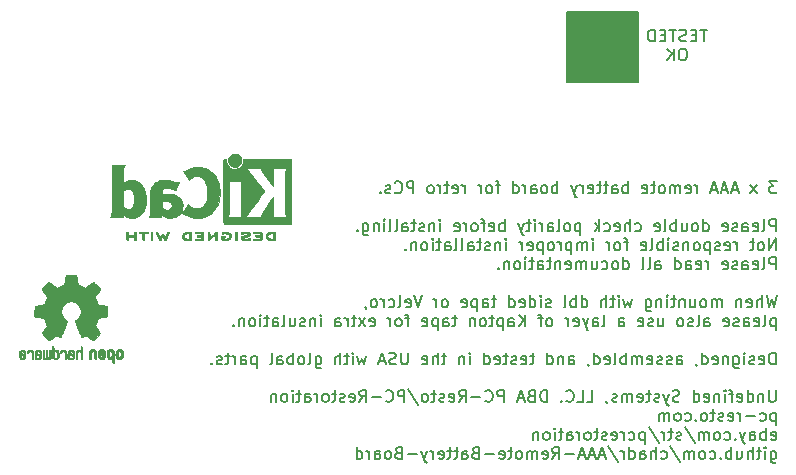
<source format=gbr>
%TF.GenerationSoftware,KiCad,Pcbnew,7.0.10*%
%TF.CreationDate,2024-01-20T15:42:19-06:00*%
%TF.ProjectId,AAA Battery Board,41414120-4261-4747-9465-727920426f61,rev?*%
%TF.SameCoordinates,Original*%
%TF.FileFunction,Legend,Bot*%
%TF.FilePolarity,Positive*%
%FSLAX46Y46*%
G04 Gerber Fmt 4.6, Leading zero omitted, Abs format (unit mm)*
G04 Created by KiCad (PCBNEW 7.0.10) date 2024-01-20 15:42:19*
%MOMM*%
%LPD*%
G01*
G04 APERTURE LIST*
%ADD10C,0.150000*%
%ADD11C,0.200000*%
%ADD12C,0.010000*%
G04 APERTURE END LIST*
D10*
X153000000Y-57000000D02*
X159000000Y-57000000D01*
X159000000Y-63000000D01*
X153000000Y-63000000D01*
X153000000Y-57000000D01*
G36*
X153000000Y-57000000D02*
G01*
X159000000Y-57000000D01*
X159000000Y-63000000D01*
X153000000Y-63000000D01*
X153000000Y-57000000D01*
G37*
D11*
X164849618Y-58520219D02*
X164278190Y-58520219D01*
X164563904Y-59520219D02*
X164563904Y-58520219D01*
X163944856Y-58996409D02*
X163611523Y-58996409D01*
X163468666Y-59520219D02*
X163944856Y-59520219D01*
X163944856Y-59520219D02*
X163944856Y-58520219D01*
X163944856Y-58520219D02*
X163468666Y-58520219D01*
X163087713Y-59472600D02*
X162944856Y-59520219D01*
X162944856Y-59520219D02*
X162706761Y-59520219D01*
X162706761Y-59520219D02*
X162611523Y-59472600D01*
X162611523Y-59472600D02*
X162563904Y-59424980D01*
X162563904Y-59424980D02*
X162516285Y-59329742D01*
X162516285Y-59329742D02*
X162516285Y-59234504D01*
X162516285Y-59234504D02*
X162563904Y-59139266D01*
X162563904Y-59139266D02*
X162611523Y-59091647D01*
X162611523Y-59091647D02*
X162706761Y-59044028D01*
X162706761Y-59044028D02*
X162897237Y-58996409D01*
X162897237Y-58996409D02*
X162992475Y-58948790D01*
X162992475Y-58948790D02*
X163040094Y-58901171D01*
X163040094Y-58901171D02*
X163087713Y-58805933D01*
X163087713Y-58805933D02*
X163087713Y-58710695D01*
X163087713Y-58710695D02*
X163040094Y-58615457D01*
X163040094Y-58615457D02*
X162992475Y-58567838D01*
X162992475Y-58567838D02*
X162897237Y-58520219D01*
X162897237Y-58520219D02*
X162659142Y-58520219D01*
X162659142Y-58520219D02*
X162516285Y-58567838D01*
X162230570Y-58520219D02*
X161659142Y-58520219D01*
X161944856Y-59520219D02*
X161944856Y-58520219D01*
X161325808Y-58996409D02*
X160992475Y-58996409D01*
X160849618Y-59520219D02*
X161325808Y-59520219D01*
X161325808Y-59520219D02*
X161325808Y-58520219D01*
X161325808Y-58520219D02*
X160849618Y-58520219D01*
X160421046Y-59520219D02*
X160421046Y-58520219D01*
X160421046Y-58520219D02*
X160182951Y-58520219D01*
X160182951Y-58520219D02*
X160040094Y-58567838D01*
X160040094Y-58567838D02*
X159944856Y-58663076D01*
X159944856Y-58663076D02*
X159897237Y-58758314D01*
X159897237Y-58758314D02*
X159849618Y-58948790D01*
X159849618Y-58948790D02*
X159849618Y-59091647D01*
X159849618Y-59091647D02*
X159897237Y-59282123D01*
X159897237Y-59282123D02*
X159944856Y-59377361D01*
X159944856Y-59377361D02*
X160040094Y-59472600D01*
X160040094Y-59472600D02*
X160182951Y-59520219D01*
X160182951Y-59520219D02*
X160421046Y-59520219D01*
X162897237Y-60130219D02*
X162706761Y-60130219D01*
X162706761Y-60130219D02*
X162611523Y-60177838D01*
X162611523Y-60177838D02*
X162516285Y-60273076D01*
X162516285Y-60273076D02*
X162468666Y-60463552D01*
X162468666Y-60463552D02*
X162468666Y-60796885D01*
X162468666Y-60796885D02*
X162516285Y-60987361D01*
X162516285Y-60987361D02*
X162611523Y-61082600D01*
X162611523Y-61082600D02*
X162706761Y-61130219D01*
X162706761Y-61130219D02*
X162897237Y-61130219D01*
X162897237Y-61130219D02*
X162992475Y-61082600D01*
X162992475Y-61082600D02*
X163087713Y-60987361D01*
X163087713Y-60987361D02*
X163135332Y-60796885D01*
X163135332Y-60796885D02*
X163135332Y-60463552D01*
X163135332Y-60463552D02*
X163087713Y-60273076D01*
X163087713Y-60273076D02*
X162992475Y-60177838D01*
X162992475Y-60177838D02*
X162897237Y-60130219D01*
X162040094Y-61130219D02*
X162040094Y-60130219D01*
X161468666Y-61130219D02*
X161897237Y-60558790D01*
X161468666Y-60130219D02*
X162040094Y-60701647D01*
D10*
X170663220Y-89039819D02*
X170663220Y-89849342D01*
X170663220Y-89849342D02*
X170615601Y-89944580D01*
X170615601Y-89944580D02*
X170567982Y-89992200D01*
X170567982Y-89992200D02*
X170472744Y-90039819D01*
X170472744Y-90039819D02*
X170282268Y-90039819D01*
X170282268Y-90039819D02*
X170187030Y-89992200D01*
X170187030Y-89992200D02*
X170139411Y-89944580D01*
X170139411Y-89944580D02*
X170091792Y-89849342D01*
X170091792Y-89849342D02*
X170091792Y-89039819D01*
X169615601Y-89373152D02*
X169615601Y-90039819D01*
X169615601Y-89468390D02*
X169567982Y-89420771D01*
X169567982Y-89420771D02*
X169472744Y-89373152D01*
X169472744Y-89373152D02*
X169329887Y-89373152D01*
X169329887Y-89373152D02*
X169234649Y-89420771D01*
X169234649Y-89420771D02*
X169187030Y-89516009D01*
X169187030Y-89516009D02*
X169187030Y-90039819D01*
X168282268Y-90039819D02*
X168282268Y-89039819D01*
X168282268Y-89992200D02*
X168377506Y-90039819D01*
X168377506Y-90039819D02*
X168567982Y-90039819D01*
X168567982Y-90039819D02*
X168663220Y-89992200D01*
X168663220Y-89992200D02*
X168710839Y-89944580D01*
X168710839Y-89944580D02*
X168758458Y-89849342D01*
X168758458Y-89849342D02*
X168758458Y-89563628D01*
X168758458Y-89563628D02*
X168710839Y-89468390D01*
X168710839Y-89468390D02*
X168663220Y-89420771D01*
X168663220Y-89420771D02*
X168567982Y-89373152D01*
X168567982Y-89373152D02*
X168377506Y-89373152D01*
X168377506Y-89373152D02*
X168282268Y-89420771D01*
X167425125Y-89992200D02*
X167520363Y-90039819D01*
X167520363Y-90039819D02*
X167710839Y-90039819D01*
X167710839Y-90039819D02*
X167806077Y-89992200D01*
X167806077Y-89992200D02*
X167853696Y-89896961D01*
X167853696Y-89896961D02*
X167853696Y-89516009D01*
X167853696Y-89516009D02*
X167806077Y-89420771D01*
X167806077Y-89420771D02*
X167710839Y-89373152D01*
X167710839Y-89373152D02*
X167520363Y-89373152D01*
X167520363Y-89373152D02*
X167425125Y-89420771D01*
X167425125Y-89420771D02*
X167377506Y-89516009D01*
X167377506Y-89516009D02*
X167377506Y-89611247D01*
X167377506Y-89611247D02*
X167853696Y-89706485D01*
X167091791Y-89373152D02*
X166710839Y-89373152D01*
X166948934Y-90039819D02*
X166948934Y-89182676D01*
X166948934Y-89182676D02*
X166901315Y-89087438D01*
X166901315Y-89087438D02*
X166806077Y-89039819D01*
X166806077Y-89039819D02*
X166710839Y-89039819D01*
X166377505Y-90039819D02*
X166377505Y-89373152D01*
X166377505Y-89039819D02*
X166425124Y-89087438D01*
X166425124Y-89087438D02*
X166377505Y-89135057D01*
X166377505Y-89135057D02*
X166329886Y-89087438D01*
X166329886Y-89087438D02*
X166377505Y-89039819D01*
X166377505Y-89039819D02*
X166377505Y-89135057D01*
X165901315Y-89373152D02*
X165901315Y-90039819D01*
X165901315Y-89468390D02*
X165853696Y-89420771D01*
X165853696Y-89420771D02*
X165758458Y-89373152D01*
X165758458Y-89373152D02*
X165615601Y-89373152D01*
X165615601Y-89373152D02*
X165520363Y-89420771D01*
X165520363Y-89420771D02*
X165472744Y-89516009D01*
X165472744Y-89516009D02*
X165472744Y-90039819D01*
X164615601Y-89992200D02*
X164710839Y-90039819D01*
X164710839Y-90039819D02*
X164901315Y-90039819D01*
X164901315Y-90039819D02*
X164996553Y-89992200D01*
X164996553Y-89992200D02*
X165044172Y-89896961D01*
X165044172Y-89896961D02*
X165044172Y-89516009D01*
X165044172Y-89516009D02*
X164996553Y-89420771D01*
X164996553Y-89420771D02*
X164901315Y-89373152D01*
X164901315Y-89373152D02*
X164710839Y-89373152D01*
X164710839Y-89373152D02*
X164615601Y-89420771D01*
X164615601Y-89420771D02*
X164567982Y-89516009D01*
X164567982Y-89516009D02*
X164567982Y-89611247D01*
X164567982Y-89611247D02*
X165044172Y-89706485D01*
X163710839Y-90039819D02*
X163710839Y-89039819D01*
X163710839Y-89992200D02*
X163806077Y-90039819D01*
X163806077Y-90039819D02*
X163996553Y-90039819D01*
X163996553Y-90039819D02*
X164091791Y-89992200D01*
X164091791Y-89992200D02*
X164139410Y-89944580D01*
X164139410Y-89944580D02*
X164187029Y-89849342D01*
X164187029Y-89849342D02*
X164187029Y-89563628D01*
X164187029Y-89563628D02*
X164139410Y-89468390D01*
X164139410Y-89468390D02*
X164091791Y-89420771D01*
X164091791Y-89420771D02*
X163996553Y-89373152D01*
X163996553Y-89373152D02*
X163806077Y-89373152D01*
X163806077Y-89373152D02*
X163710839Y-89420771D01*
X162520362Y-89992200D02*
X162377505Y-90039819D01*
X162377505Y-90039819D02*
X162139410Y-90039819D01*
X162139410Y-90039819D02*
X162044172Y-89992200D01*
X162044172Y-89992200D02*
X161996553Y-89944580D01*
X161996553Y-89944580D02*
X161948934Y-89849342D01*
X161948934Y-89849342D02*
X161948934Y-89754104D01*
X161948934Y-89754104D02*
X161996553Y-89658866D01*
X161996553Y-89658866D02*
X162044172Y-89611247D01*
X162044172Y-89611247D02*
X162139410Y-89563628D01*
X162139410Y-89563628D02*
X162329886Y-89516009D01*
X162329886Y-89516009D02*
X162425124Y-89468390D01*
X162425124Y-89468390D02*
X162472743Y-89420771D01*
X162472743Y-89420771D02*
X162520362Y-89325533D01*
X162520362Y-89325533D02*
X162520362Y-89230295D01*
X162520362Y-89230295D02*
X162472743Y-89135057D01*
X162472743Y-89135057D02*
X162425124Y-89087438D01*
X162425124Y-89087438D02*
X162329886Y-89039819D01*
X162329886Y-89039819D02*
X162091791Y-89039819D01*
X162091791Y-89039819D02*
X161948934Y-89087438D01*
X161615600Y-89373152D02*
X161377505Y-90039819D01*
X161139410Y-89373152D02*
X161377505Y-90039819D01*
X161377505Y-90039819D02*
X161472743Y-90277914D01*
X161472743Y-90277914D02*
X161520362Y-90325533D01*
X161520362Y-90325533D02*
X161615600Y-90373152D01*
X160806076Y-89992200D02*
X160710838Y-90039819D01*
X160710838Y-90039819D02*
X160520362Y-90039819D01*
X160520362Y-90039819D02*
X160425124Y-89992200D01*
X160425124Y-89992200D02*
X160377505Y-89896961D01*
X160377505Y-89896961D02*
X160377505Y-89849342D01*
X160377505Y-89849342D02*
X160425124Y-89754104D01*
X160425124Y-89754104D02*
X160520362Y-89706485D01*
X160520362Y-89706485D02*
X160663219Y-89706485D01*
X160663219Y-89706485D02*
X160758457Y-89658866D01*
X160758457Y-89658866D02*
X160806076Y-89563628D01*
X160806076Y-89563628D02*
X160806076Y-89516009D01*
X160806076Y-89516009D02*
X160758457Y-89420771D01*
X160758457Y-89420771D02*
X160663219Y-89373152D01*
X160663219Y-89373152D02*
X160520362Y-89373152D01*
X160520362Y-89373152D02*
X160425124Y-89420771D01*
X160091790Y-89373152D02*
X159710838Y-89373152D01*
X159948933Y-89039819D02*
X159948933Y-89896961D01*
X159948933Y-89896961D02*
X159901314Y-89992200D01*
X159901314Y-89992200D02*
X159806076Y-90039819D01*
X159806076Y-90039819D02*
X159710838Y-90039819D01*
X158996552Y-89992200D02*
X159091790Y-90039819D01*
X159091790Y-90039819D02*
X159282266Y-90039819D01*
X159282266Y-90039819D02*
X159377504Y-89992200D01*
X159377504Y-89992200D02*
X159425123Y-89896961D01*
X159425123Y-89896961D02*
X159425123Y-89516009D01*
X159425123Y-89516009D02*
X159377504Y-89420771D01*
X159377504Y-89420771D02*
X159282266Y-89373152D01*
X159282266Y-89373152D02*
X159091790Y-89373152D01*
X159091790Y-89373152D02*
X158996552Y-89420771D01*
X158996552Y-89420771D02*
X158948933Y-89516009D01*
X158948933Y-89516009D02*
X158948933Y-89611247D01*
X158948933Y-89611247D02*
X159425123Y-89706485D01*
X158520361Y-90039819D02*
X158520361Y-89373152D01*
X158520361Y-89468390D02*
X158472742Y-89420771D01*
X158472742Y-89420771D02*
X158377504Y-89373152D01*
X158377504Y-89373152D02*
X158234647Y-89373152D01*
X158234647Y-89373152D02*
X158139409Y-89420771D01*
X158139409Y-89420771D02*
X158091790Y-89516009D01*
X158091790Y-89516009D02*
X158091790Y-90039819D01*
X158091790Y-89516009D02*
X158044171Y-89420771D01*
X158044171Y-89420771D02*
X157948933Y-89373152D01*
X157948933Y-89373152D02*
X157806076Y-89373152D01*
X157806076Y-89373152D02*
X157710837Y-89420771D01*
X157710837Y-89420771D02*
X157663218Y-89516009D01*
X157663218Y-89516009D02*
X157663218Y-90039819D01*
X157234647Y-89992200D02*
X157139409Y-90039819D01*
X157139409Y-90039819D02*
X156948933Y-90039819D01*
X156948933Y-90039819D02*
X156853695Y-89992200D01*
X156853695Y-89992200D02*
X156806076Y-89896961D01*
X156806076Y-89896961D02*
X156806076Y-89849342D01*
X156806076Y-89849342D02*
X156853695Y-89754104D01*
X156853695Y-89754104D02*
X156948933Y-89706485D01*
X156948933Y-89706485D02*
X157091790Y-89706485D01*
X157091790Y-89706485D02*
X157187028Y-89658866D01*
X157187028Y-89658866D02*
X157234647Y-89563628D01*
X157234647Y-89563628D02*
X157234647Y-89516009D01*
X157234647Y-89516009D02*
X157187028Y-89420771D01*
X157187028Y-89420771D02*
X157091790Y-89373152D01*
X157091790Y-89373152D02*
X156948933Y-89373152D01*
X156948933Y-89373152D02*
X156853695Y-89420771D01*
X156329885Y-89992200D02*
X156329885Y-90039819D01*
X156329885Y-90039819D02*
X156377504Y-90135057D01*
X156377504Y-90135057D02*
X156425123Y-90182676D01*
X154663219Y-90039819D02*
X155139409Y-90039819D01*
X155139409Y-90039819D02*
X155139409Y-89039819D01*
X153853695Y-90039819D02*
X154329885Y-90039819D01*
X154329885Y-90039819D02*
X154329885Y-89039819D01*
X152948933Y-89944580D02*
X152996552Y-89992200D01*
X152996552Y-89992200D02*
X153139409Y-90039819D01*
X153139409Y-90039819D02*
X153234647Y-90039819D01*
X153234647Y-90039819D02*
X153377504Y-89992200D01*
X153377504Y-89992200D02*
X153472742Y-89896961D01*
X153472742Y-89896961D02*
X153520361Y-89801723D01*
X153520361Y-89801723D02*
X153567980Y-89611247D01*
X153567980Y-89611247D02*
X153567980Y-89468390D01*
X153567980Y-89468390D02*
X153520361Y-89277914D01*
X153520361Y-89277914D02*
X153472742Y-89182676D01*
X153472742Y-89182676D02*
X153377504Y-89087438D01*
X153377504Y-89087438D02*
X153234647Y-89039819D01*
X153234647Y-89039819D02*
X153139409Y-89039819D01*
X153139409Y-89039819D02*
X152996552Y-89087438D01*
X152996552Y-89087438D02*
X152948933Y-89135057D01*
X152520361Y-89944580D02*
X152472742Y-89992200D01*
X152472742Y-89992200D02*
X152520361Y-90039819D01*
X152520361Y-90039819D02*
X152567980Y-89992200D01*
X152567980Y-89992200D02*
X152520361Y-89944580D01*
X152520361Y-89944580D02*
X152520361Y-90039819D01*
X151282266Y-90039819D02*
X151282266Y-89039819D01*
X151282266Y-89039819D02*
X151044171Y-89039819D01*
X151044171Y-89039819D02*
X150901314Y-89087438D01*
X150901314Y-89087438D02*
X150806076Y-89182676D01*
X150806076Y-89182676D02*
X150758457Y-89277914D01*
X150758457Y-89277914D02*
X150710838Y-89468390D01*
X150710838Y-89468390D02*
X150710838Y-89611247D01*
X150710838Y-89611247D02*
X150758457Y-89801723D01*
X150758457Y-89801723D02*
X150806076Y-89896961D01*
X150806076Y-89896961D02*
X150901314Y-89992200D01*
X150901314Y-89992200D02*
X151044171Y-90039819D01*
X151044171Y-90039819D02*
X151282266Y-90039819D01*
X149948933Y-89516009D02*
X149806076Y-89563628D01*
X149806076Y-89563628D02*
X149758457Y-89611247D01*
X149758457Y-89611247D02*
X149710838Y-89706485D01*
X149710838Y-89706485D02*
X149710838Y-89849342D01*
X149710838Y-89849342D02*
X149758457Y-89944580D01*
X149758457Y-89944580D02*
X149806076Y-89992200D01*
X149806076Y-89992200D02*
X149901314Y-90039819D01*
X149901314Y-90039819D02*
X150282266Y-90039819D01*
X150282266Y-90039819D02*
X150282266Y-89039819D01*
X150282266Y-89039819D02*
X149948933Y-89039819D01*
X149948933Y-89039819D02*
X149853695Y-89087438D01*
X149853695Y-89087438D02*
X149806076Y-89135057D01*
X149806076Y-89135057D02*
X149758457Y-89230295D01*
X149758457Y-89230295D02*
X149758457Y-89325533D01*
X149758457Y-89325533D02*
X149806076Y-89420771D01*
X149806076Y-89420771D02*
X149853695Y-89468390D01*
X149853695Y-89468390D02*
X149948933Y-89516009D01*
X149948933Y-89516009D02*
X150282266Y-89516009D01*
X149329885Y-89754104D02*
X148853695Y-89754104D01*
X149425123Y-90039819D02*
X149091790Y-89039819D01*
X149091790Y-89039819D02*
X148758457Y-90039819D01*
X147663218Y-90039819D02*
X147663218Y-89039819D01*
X147663218Y-89039819D02*
X147282266Y-89039819D01*
X147282266Y-89039819D02*
X147187028Y-89087438D01*
X147187028Y-89087438D02*
X147139409Y-89135057D01*
X147139409Y-89135057D02*
X147091790Y-89230295D01*
X147091790Y-89230295D02*
X147091790Y-89373152D01*
X147091790Y-89373152D02*
X147139409Y-89468390D01*
X147139409Y-89468390D02*
X147187028Y-89516009D01*
X147187028Y-89516009D02*
X147282266Y-89563628D01*
X147282266Y-89563628D02*
X147663218Y-89563628D01*
X146091790Y-89944580D02*
X146139409Y-89992200D01*
X146139409Y-89992200D02*
X146282266Y-90039819D01*
X146282266Y-90039819D02*
X146377504Y-90039819D01*
X146377504Y-90039819D02*
X146520361Y-89992200D01*
X146520361Y-89992200D02*
X146615599Y-89896961D01*
X146615599Y-89896961D02*
X146663218Y-89801723D01*
X146663218Y-89801723D02*
X146710837Y-89611247D01*
X146710837Y-89611247D02*
X146710837Y-89468390D01*
X146710837Y-89468390D02*
X146663218Y-89277914D01*
X146663218Y-89277914D02*
X146615599Y-89182676D01*
X146615599Y-89182676D02*
X146520361Y-89087438D01*
X146520361Y-89087438D02*
X146377504Y-89039819D01*
X146377504Y-89039819D02*
X146282266Y-89039819D01*
X146282266Y-89039819D02*
X146139409Y-89087438D01*
X146139409Y-89087438D02*
X146091790Y-89135057D01*
X145663218Y-89658866D02*
X144901314Y-89658866D01*
X143853695Y-90039819D02*
X144187028Y-89563628D01*
X144425123Y-90039819D02*
X144425123Y-89039819D01*
X144425123Y-89039819D02*
X144044171Y-89039819D01*
X144044171Y-89039819D02*
X143948933Y-89087438D01*
X143948933Y-89087438D02*
X143901314Y-89135057D01*
X143901314Y-89135057D02*
X143853695Y-89230295D01*
X143853695Y-89230295D02*
X143853695Y-89373152D01*
X143853695Y-89373152D02*
X143901314Y-89468390D01*
X143901314Y-89468390D02*
X143948933Y-89516009D01*
X143948933Y-89516009D02*
X144044171Y-89563628D01*
X144044171Y-89563628D02*
X144425123Y-89563628D01*
X143044171Y-89992200D02*
X143139409Y-90039819D01*
X143139409Y-90039819D02*
X143329885Y-90039819D01*
X143329885Y-90039819D02*
X143425123Y-89992200D01*
X143425123Y-89992200D02*
X143472742Y-89896961D01*
X143472742Y-89896961D02*
X143472742Y-89516009D01*
X143472742Y-89516009D02*
X143425123Y-89420771D01*
X143425123Y-89420771D02*
X143329885Y-89373152D01*
X143329885Y-89373152D02*
X143139409Y-89373152D01*
X143139409Y-89373152D02*
X143044171Y-89420771D01*
X143044171Y-89420771D02*
X142996552Y-89516009D01*
X142996552Y-89516009D02*
X142996552Y-89611247D01*
X142996552Y-89611247D02*
X143472742Y-89706485D01*
X142615599Y-89992200D02*
X142520361Y-90039819D01*
X142520361Y-90039819D02*
X142329885Y-90039819D01*
X142329885Y-90039819D02*
X142234647Y-89992200D01*
X142234647Y-89992200D02*
X142187028Y-89896961D01*
X142187028Y-89896961D02*
X142187028Y-89849342D01*
X142187028Y-89849342D02*
X142234647Y-89754104D01*
X142234647Y-89754104D02*
X142329885Y-89706485D01*
X142329885Y-89706485D02*
X142472742Y-89706485D01*
X142472742Y-89706485D02*
X142567980Y-89658866D01*
X142567980Y-89658866D02*
X142615599Y-89563628D01*
X142615599Y-89563628D02*
X142615599Y-89516009D01*
X142615599Y-89516009D02*
X142567980Y-89420771D01*
X142567980Y-89420771D02*
X142472742Y-89373152D01*
X142472742Y-89373152D02*
X142329885Y-89373152D01*
X142329885Y-89373152D02*
X142234647Y-89420771D01*
X141901313Y-89373152D02*
X141520361Y-89373152D01*
X141758456Y-89039819D02*
X141758456Y-89896961D01*
X141758456Y-89896961D02*
X141710837Y-89992200D01*
X141710837Y-89992200D02*
X141615599Y-90039819D01*
X141615599Y-90039819D02*
X141520361Y-90039819D01*
X141044170Y-90039819D02*
X141139408Y-89992200D01*
X141139408Y-89992200D02*
X141187027Y-89944580D01*
X141187027Y-89944580D02*
X141234646Y-89849342D01*
X141234646Y-89849342D02*
X141234646Y-89563628D01*
X141234646Y-89563628D02*
X141187027Y-89468390D01*
X141187027Y-89468390D02*
X141139408Y-89420771D01*
X141139408Y-89420771D02*
X141044170Y-89373152D01*
X141044170Y-89373152D02*
X140901313Y-89373152D01*
X140901313Y-89373152D02*
X140806075Y-89420771D01*
X140806075Y-89420771D02*
X140758456Y-89468390D01*
X140758456Y-89468390D02*
X140710837Y-89563628D01*
X140710837Y-89563628D02*
X140710837Y-89849342D01*
X140710837Y-89849342D02*
X140758456Y-89944580D01*
X140758456Y-89944580D02*
X140806075Y-89992200D01*
X140806075Y-89992200D02*
X140901313Y-90039819D01*
X140901313Y-90039819D02*
X141044170Y-90039819D01*
X139567980Y-88992200D02*
X140425122Y-90277914D01*
X139234646Y-90039819D02*
X139234646Y-89039819D01*
X139234646Y-89039819D02*
X138853694Y-89039819D01*
X138853694Y-89039819D02*
X138758456Y-89087438D01*
X138758456Y-89087438D02*
X138710837Y-89135057D01*
X138710837Y-89135057D02*
X138663218Y-89230295D01*
X138663218Y-89230295D02*
X138663218Y-89373152D01*
X138663218Y-89373152D02*
X138710837Y-89468390D01*
X138710837Y-89468390D02*
X138758456Y-89516009D01*
X138758456Y-89516009D02*
X138853694Y-89563628D01*
X138853694Y-89563628D02*
X139234646Y-89563628D01*
X137663218Y-89944580D02*
X137710837Y-89992200D01*
X137710837Y-89992200D02*
X137853694Y-90039819D01*
X137853694Y-90039819D02*
X137948932Y-90039819D01*
X137948932Y-90039819D02*
X138091789Y-89992200D01*
X138091789Y-89992200D02*
X138187027Y-89896961D01*
X138187027Y-89896961D02*
X138234646Y-89801723D01*
X138234646Y-89801723D02*
X138282265Y-89611247D01*
X138282265Y-89611247D02*
X138282265Y-89468390D01*
X138282265Y-89468390D02*
X138234646Y-89277914D01*
X138234646Y-89277914D02*
X138187027Y-89182676D01*
X138187027Y-89182676D02*
X138091789Y-89087438D01*
X138091789Y-89087438D02*
X137948932Y-89039819D01*
X137948932Y-89039819D02*
X137853694Y-89039819D01*
X137853694Y-89039819D02*
X137710837Y-89087438D01*
X137710837Y-89087438D02*
X137663218Y-89135057D01*
X137234646Y-89658866D02*
X136472742Y-89658866D01*
X135425123Y-90039819D02*
X135758456Y-89563628D01*
X135996551Y-90039819D02*
X135996551Y-89039819D01*
X135996551Y-89039819D02*
X135615599Y-89039819D01*
X135615599Y-89039819D02*
X135520361Y-89087438D01*
X135520361Y-89087438D02*
X135472742Y-89135057D01*
X135472742Y-89135057D02*
X135425123Y-89230295D01*
X135425123Y-89230295D02*
X135425123Y-89373152D01*
X135425123Y-89373152D02*
X135472742Y-89468390D01*
X135472742Y-89468390D02*
X135520361Y-89516009D01*
X135520361Y-89516009D02*
X135615599Y-89563628D01*
X135615599Y-89563628D02*
X135996551Y-89563628D01*
X134615599Y-89992200D02*
X134710837Y-90039819D01*
X134710837Y-90039819D02*
X134901313Y-90039819D01*
X134901313Y-90039819D02*
X134996551Y-89992200D01*
X134996551Y-89992200D02*
X135044170Y-89896961D01*
X135044170Y-89896961D02*
X135044170Y-89516009D01*
X135044170Y-89516009D02*
X134996551Y-89420771D01*
X134996551Y-89420771D02*
X134901313Y-89373152D01*
X134901313Y-89373152D02*
X134710837Y-89373152D01*
X134710837Y-89373152D02*
X134615599Y-89420771D01*
X134615599Y-89420771D02*
X134567980Y-89516009D01*
X134567980Y-89516009D02*
X134567980Y-89611247D01*
X134567980Y-89611247D02*
X135044170Y-89706485D01*
X134187027Y-89992200D02*
X134091789Y-90039819D01*
X134091789Y-90039819D02*
X133901313Y-90039819D01*
X133901313Y-90039819D02*
X133806075Y-89992200D01*
X133806075Y-89992200D02*
X133758456Y-89896961D01*
X133758456Y-89896961D02*
X133758456Y-89849342D01*
X133758456Y-89849342D02*
X133806075Y-89754104D01*
X133806075Y-89754104D02*
X133901313Y-89706485D01*
X133901313Y-89706485D02*
X134044170Y-89706485D01*
X134044170Y-89706485D02*
X134139408Y-89658866D01*
X134139408Y-89658866D02*
X134187027Y-89563628D01*
X134187027Y-89563628D02*
X134187027Y-89516009D01*
X134187027Y-89516009D02*
X134139408Y-89420771D01*
X134139408Y-89420771D02*
X134044170Y-89373152D01*
X134044170Y-89373152D02*
X133901313Y-89373152D01*
X133901313Y-89373152D02*
X133806075Y-89420771D01*
X133472741Y-89373152D02*
X133091789Y-89373152D01*
X133329884Y-89039819D02*
X133329884Y-89896961D01*
X133329884Y-89896961D02*
X133282265Y-89992200D01*
X133282265Y-89992200D02*
X133187027Y-90039819D01*
X133187027Y-90039819D02*
X133091789Y-90039819D01*
X132615598Y-90039819D02*
X132710836Y-89992200D01*
X132710836Y-89992200D02*
X132758455Y-89944580D01*
X132758455Y-89944580D02*
X132806074Y-89849342D01*
X132806074Y-89849342D02*
X132806074Y-89563628D01*
X132806074Y-89563628D02*
X132758455Y-89468390D01*
X132758455Y-89468390D02*
X132710836Y-89420771D01*
X132710836Y-89420771D02*
X132615598Y-89373152D01*
X132615598Y-89373152D02*
X132472741Y-89373152D01*
X132472741Y-89373152D02*
X132377503Y-89420771D01*
X132377503Y-89420771D02*
X132329884Y-89468390D01*
X132329884Y-89468390D02*
X132282265Y-89563628D01*
X132282265Y-89563628D02*
X132282265Y-89849342D01*
X132282265Y-89849342D02*
X132329884Y-89944580D01*
X132329884Y-89944580D02*
X132377503Y-89992200D01*
X132377503Y-89992200D02*
X132472741Y-90039819D01*
X132472741Y-90039819D02*
X132615598Y-90039819D01*
X131853693Y-90039819D02*
X131853693Y-89373152D01*
X131853693Y-89563628D02*
X131806074Y-89468390D01*
X131806074Y-89468390D02*
X131758455Y-89420771D01*
X131758455Y-89420771D02*
X131663217Y-89373152D01*
X131663217Y-89373152D02*
X131567979Y-89373152D01*
X130806074Y-90039819D02*
X130806074Y-89516009D01*
X130806074Y-89516009D02*
X130853693Y-89420771D01*
X130853693Y-89420771D02*
X130948931Y-89373152D01*
X130948931Y-89373152D02*
X131139407Y-89373152D01*
X131139407Y-89373152D02*
X131234645Y-89420771D01*
X130806074Y-89992200D02*
X130901312Y-90039819D01*
X130901312Y-90039819D02*
X131139407Y-90039819D01*
X131139407Y-90039819D02*
X131234645Y-89992200D01*
X131234645Y-89992200D02*
X131282264Y-89896961D01*
X131282264Y-89896961D02*
X131282264Y-89801723D01*
X131282264Y-89801723D02*
X131234645Y-89706485D01*
X131234645Y-89706485D02*
X131139407Y-89658866D01*
X131139407Y-89658866D02*
X130901312Y-89658866D01*
X130901312Y-89658866D02*
X130806074Y-89611247D01*
X130472740Y-89373152D02*
X130091788Y-89373152D01*
X130329883Y-89039819D02*
X130329883Y-89896961D01*
X130329883Y-89896961D02*
X130282264Y-89992200D01*
X130282264Y-89992200D02*
X130187026Y-90039819D01*
X130187026Y-90039819D02*
X130091788Y-90039819D01*
X129758454Y-90039819D02*
X129758454Y-89373152D01*
X129758454Y-89039819D02*
X129806073Y-89087438D01*
X129806073Y-89087438D02*
X129758454Y-89135057D01*
X129758454Y-89135057D02*
X129710835Y-89087438D01*
X129710835Y-89087438D02*
X129758454Y-89039819D01*
X129758454Y-89039819D02*
X129758454Y-89135057D01*
X129139407Y-90039819D02*
X129234645Y-89992200D01*
X129234645Y-89992200D02*
X129282264Y-89944580D01*
X129282264Y-89944580D02*
X129329883Y-89849342D01*
X129329883Y-89849342D02*
X129329883Y-89563628D01*
X129329883Y-89563628D02*
X129282264Y-89468390D01*
X129282264Y-89468390D02*
X129234645Y-89420771D01*
X129234645Y-89420771D02*
X129139407Y-89373152D01*
X129139407Y-89373152D02*
X128996550Y-89373152D01*
X128996550Y-89373152D02*
X128901312Y-89420771D01*
X128901312Y-89420771D02*
X128853693Y-89468390D01*
X128853693Y-89468390D02*
X128806074Y-89563628D01*
X128806074Y-89563628D02*
X128806074Y-89849342D01*
X128806074Y-89849342D02*
X128853693Y-89944580D01*
X128853693Y-89944580D02*
X128901312Y-89992200D01*
X128901312Y-89992200D02*
X128996550Y-90039819D01*
X128996550Y-90039819D02*
X129139407Y-90039819D01*
X128377502Y-89373152D02*
X128377502Y-90039819D01*
X128377502Y-89468390D02*
X128329883Y-89420771D01*
X128329883Y-89420771D02*
X128234645Y-89373152D01*
X128234645Y-89373152D02*
X128091788Y-89373152D01*
X128091788Y-89373152D02*
X127996550Y-89420771D01*
X127996550Y-89420771D02*
X127948931Y-89516009D01*
X127948931Y-89516009D02*
X127948931Y-90039819D01*
X170663220Y-90983152D02*
X170663220Y-91983152D01*
X170663220Y-91030771D02*
X170567982Y-90983152D01*
X170567982Y-90983152D02*
X170377506Y-90983152D01*
X170377506Y-90983152D02*
X170282268Y-91030771D01*
X170282268Y-91030771D02*
X170234649Y-91078390D01*
X170234649Y-91078390D02*
X170187030Y-91173628D01*
X170187030Y-91173628D02*
X170187030Y-91459342D01*
X170187030Y-91459342D02*
X170234649Y-91554580D01*
X170234649Y-91554580D02*
X170282268Y-91602200D01*
X170282268Y-91602200D02*
X170377506Y-91649819D01*
X170377506Y-91649819D02*
X170567982Y-91649819D01*
X170567982Y-91649819D02*
X170663220Y-91602200D01*
X169329887Y-91602200D02*
X169425125Y-91649819D01*
X169425125Y-91649819D02*
X169615601Y-91649819D01*
X169615601Y-91649819D02*
X169710839Y-91602200D01*
X169710839Y-91602200D02*
X169758458Y-91554580D01*
X169758458Y-91554580D02*
X169806077Y-91459342D01*
X169806077Y-91459342D02*
X169806077Y-91173628D01*
X169806077Y-91173628D02*
X169758458Y-91078390D01*
X169758458Y-91078390D02*
X169710839Y-91030771D01*
X169710839Y-91030771D02*
X169615601Y-90983152D01*
X169615601Y-90983152D02*
X169425125Y-90983152D01*
X169425125Y-90983152D02*
X169329887Y-91030771D01*
X168901315Y-91268866D02*
X168139411Y-91268866D01*
X167663220Y-91649819D02*
X167663220Y-90983152D01*
X167663220Y-91173628D02*
X167615601Y-91078390D01*
X167615601Y-91078390D02*
X167567982Y-91030771D01*
X167567982Y-91030771D02*
X167472744Y-90983152D01*
X167472744Y-90983152D02*
X167377506Y-90983152D01*
X166663220Y-91602200D02*
X166758458Y-91649819D01*
X166758458Y-91649819D02*
X166948934Y-91649819D01*
X166948934Y-91649819D02*
X167044172Y-91602200D01*
X167044172Y-91602200D02*
X167091791Y-91506961D01*
X167091791Y-91506961D02*
X167091791Y-91126009D01*
X167091791Y-91126009D02*
X167044172Y-91030771D01*
X167044172Y-91030771D02*
X166948934Y-90983152D01*
X166948934Y-90983152D02*
X166758458Y-90983152D01*
X166758458Y-90983152D02*
X166663220Y-91030771D01*
X166663220Y-91030771D02*
X166615601Y-91126009D01*
X166615601Y-91126009D02*
X166615601Y-91221247D01*
X166615601Y-91221247D02*
X167091791Y-91316485D01*
X166234648Y-91602200D02*
X166139410Y-91649819D01*
X166139410Y-91649819D02*
X165948934Y-91649819D01*
X165948934Y-91649819D02*
X165853696Y-91602200D01*
X165853696Y-91602200D02*
X165806077Y-91506961D01*
X165806077Y-91506961D02*
X165806077Y-91459342D01*
X165806077Y-91459342D02*
X165853696Y-91364104D01*
X165853696Y-91364104D02*
X165948934Y-91316485D01*
X165948934Y-91316485D02*
X166091791Y-91316485D01*
X166091791Y-91316485D02*
X166187029Y-91268866D01*
X166187029Y-91268866D02*
X166234648Y-91173628D01*
X166234648Y-91173628D02*
X166234648Y-91126009D01*
X166234648Y-91126009D02*
X166187029Y-91030771D01*
X166187029Y-91030771D02*
X166091791Y-90983152D01*
X166091791Y-90983152D02*
X165948934Y-90983152D01*
X165948934Y-90983152D02*
X165853696Y-91030771D01*
X165520362Y-90983152D02*
X165139410Y-90983152D01*
X165377505Y-90649819D02*
X165377505Y-91506961D01*
X165377505Y-91506961D02*
X165329886Y-91602200D01*
X165329886Y-91602200D02*
X165234648Y-91649819D01*
X165234648Y-91649819D02*
X165139410Y-91649819D01*
X164663219Y-91649819D02*
X164758457Y-91602200D01*
X164758457Y-91602200D02*
X164806076Y-91554580D01*
X164806076Y-91554580D02*
X164853695Y-91459342D01*
X164853695Y-91459342D02*
X164853695Y-91173628D01*
X164853695Y-91173628D02*
X164806076Y-91078390D01*
X164806076Y-91078390D02*
X164758457Y-91030771D01*
X164758457Y-91030771D02*
X164663219Y-90983152D01*
X164663219Y-90983152D02*
X164520362Y-90983152D01*
X164520362Y-90983152D02*
X164425124Y-91030771D01*
X164425124Y-91030771D02*
X164377505Y-91078390D01*
X164377505Y-91078390D02*
X164329886Y-91173628D01*
X164329886Y-91173628D02*
X164329886Y-91459342D01*
X164329886Y-91459342D02*
X164377505Y-91554580D01*
X164377505Y-91554580D02*
X164425124Y-91602200D01*
X164425124Y-91602200D02*
X164520362Y-91649819D01*
X164520362Y-91649819D02*
X164663219Y-91649819D01*
X163901314Y-91554580D02*
X163853695Y-91602200D01*
X163853695Y-91602200D02*
X163901314Y-91649819D01*
X163901314Y-91649819D02*
X163948933Y-91602200D01*
X163948933Y-91602200D02*
X163901314Y-91554580D01*
X163901314Y-91554580D02*
X163901314Y-91649819D01*
X162996553Y-91602200D02*
X163091791Y-91649819D01*
X163091791Y-91649819D02*
X163282267Y-91649819D01*
X163282267Y-91649819D02*
X163377505Y-91602200D01*
X163377505Y-91602200D02*
X163425124Y-91554580D01*
X163425124Y-91554580D02*
X163472743Y-91459342D01*
X163472743Y-91459342D02*
X163472743Y-91173628D01*
X163472743Y-91173628D02*
X163425124Y-91078390D01*
X163425124Y-91078390D02*
X163377505Y-91030771D01*
X163377505Y-91030771D02*
X163282267Y-90983152D01*
X163282267Y-90983152D02*
X163091791Y-90983152D01*
X163091791Y-90983152D02*
X162996553Y-91030771D01*
X162425124Y-91649819D02*
X162520362Y-91602200D01*
X162520362Y-91602200D02*
X162567981Y-91554580D01*
X162567981Y-91554580D02*
X162615600Y-91459342D01*
X162615600Y-91459342D02*
X162615600Y-91173628D01*
X162615600Y-91173628D02*
X162567981Y-91078390D01*
X162567981Y-91078390D02*
X162520362Y-91030771D01*
X162520362Y-91030771D02*
X162425124Y-90983152D01*
X162425124Y-90983152D02*
X162282267Y-90983152D01*
X162282267Y-90983152D02*
X162187029Y-91030771D01*
X162187029Y-91030771D02*
X162139410Y-91078390D01*
X162139410Y-91078390D02*
X162091791Y-91173628D01*
X162091791Y-91173628D02*
X162091791Y-91459342D01*
X162091791Y-91459342D02*
X162139410Y-91554580D01*
X162139410Y-91554580D02*
X162187029Y-91602200D01*
X162187029Y-91602200D02*
X162282267Y-91649819D01*
X162282267Y-91649819D02*
X162425124Y-91649819D01*
X161663219Y-91649819D02*
X161663219Y-90983152D01*
X161663219Y-91078390D02*
X161615600Y-91030771D01*
X161615600Y-91030771D02*
X161520362Y-90983152D01*
X161520362Y-90983152D02*
X161377505Y-90983152D01*
X161377505Y-90983152D02*
X161282267Y-91030771D01*
X161282267Y-91030771D02*
X161234648Y-91126009D01*
X161234648Y-91126009D02*
X161234648Y-91649819D01*
X161234648Y-91126009D02*
X161187029Y-91030771D01*
X161187029Y-91030771D02*
X161091791Y-90983152D01*
X161091791Y-90983152D02*
X160948934Y-90983152D01*
X160948934Y-90983152D02*
X160853695Y-91030771D01*
X160853695Y-91030771D02*
X160806076Y-91126009D01*
X160806076Y-91126009D02*
X160806076Y-91649819D01*
X170282268Y-93212200D02*
X170377506Y-93259819D01*
X170377506Y-93259819D02*
X170567982Y-93259819D01*
X170567982Y-93259819D02*
X170663220Y-93212200D01*
X170663220Y-93212200D02*
X170710839Y-93116961D01*
X170710839Y-93116961D02*
X170710839Y-92736009D01*
X170710839Y-92736009D02*
X170663220Y-92640771D01*
X170663220Y-92640771D02*
X170567982Y-92593152D01*
X170567982Y-92593152D02*
X170377506Y-92593152D01*
X170377506Y-92593152D02*
X170282268Y-92640771D01*
X170282268Y-92640771D02*
X170234649Y-92736009D01*
X170234649Y-92736009D02*
X170234649Y-92831247D01*
X170234649Y-92831247D02*
X170710839Y-92926485D01*
X169806077Y-93259819D02*
X169806077Y-92259819D01*
X169806077Y-92640771D02*
X169710839Y-92593152D01*
X169710839Y-92593152D02*
X169520363Y-92593152D01*
X169520363Y-92593152D02*
X169425125Y-92640771D01*
X169425125Y-92640771D02*
X169377506Y-92688390D01*
X169377506Y-92688390D02*
X169329887Y-92783628D01*
X169329887Y-92783628D02*
X169329887Y-93069342D01*
X169329887Y-93069342D02*
X169377506Y-93164580D01*
X169377506Y-93164580D02*
X169425125Y-93212200D01*
X169425125Y-93212200D02*
X169520363Y-93259819D01*
X169520363Y-93259819D02*
X169710839Y-93259819D01*
X169710839Y-93259819D02*
X169806077Y-93212200D01*
X168472744Y-93259819D02*
X168472744Y-92736009D01*
X168472744Y-92736009D02*
X168520363Y-92640771D01*
X168520363Y-92640771D02*
X168615601Y-92593152D01*
X168615601Y-92593152D02*
X168806077Y-92593152D01*
X168806077Y-92593152D02*
X168901315Y-92640771D01*
X168472744Y-93212200D02*
X168567982Y-93259819D01*
X168567982Y-93259819D02*
X168806077Y-93259819D01*
X168806077Y-93259819D02*
X168901315Y-93212200D01*
X168901315Y-93212200D02*
X168948934Y-93116961D01*
X168948934Y-93116961D02*
X168948934Y-93021723D01*
X168948934Y-93021723D02*
X168901315Y-92926485D01*
X168901315Y-92926485D02*
X168806077Y-92878866D01*
X168806077Y-92878866D02*
X168567982Y-92878866D01*
X168567982Y-92878866D02*
X168472744Y-92831247D01*
X168091791Y-92593152D02*
X167853696Y-93259819D01*
X167615601Y-92593152D02*
X167853696Y-93259819D01*
X167853696Y-93259819D02*
X167948934Y-93497914D01*
X167948934Y-93497914D02*
X167996553Y-93545533D01*
X167996553Y-93545533D02*
X168091791Y-93593152D01*
X167234648Y-93164580D02*
X167187029Y-93212200D01*
X167187029Y-93212200D02*
X167234648Y-93259819D01*
X167234648Y-93259819D02*
X167282267Y-93212200D01*
X167282267Y-93212200D02*
X167234648Y-93164580D01*
X167234648Y-93164580D02*
X167234648Y-93259819D01*
X166329887Y-93212200D02*
X166425125Y-93259819D01*
X166425125Y-93259819D02*
X166615601Y-93259819D01*
X166615601Y-93259819D02*
X166710839Y-93212200D01*
X166710839Y-93212200D02*
X166758458Y-93164580D01*
X166758458Y-93164580D02*
X166806077Y-93069342D01*
X166806077Y-93069342D02*
X166806077Y-92783628D01*
X166806077Y-92783628D02*
X166758458Y-92688390D01*
X166758458Y-92688390D02*
X166710839Y-92640771D01*
X166710839Y-92640771D02*
X166615601Y-92593152D01*
X166615601Y-92593152D02*
X166425125Y-92593152D01*
X166425125Y-92593152D02*
X166329887Y-92640771D01*
X165758458Y-93259819D02*
X165853696Y-93212200D01*
X165853696Y-93212200D02*
X165901315Y-93164580D01*
X165901315Y-93164580D02*
X165948934Y-93069342D01*
X165948934Y-93069342D02*
X165948934Y-92783628D01*
X165948934Y-92783628D02*
X165901315Y-92688390D01*
X165901315Y-92688390D02*
X165853696Y-92640771D01*
X165853696Y-92640771D02*
X165758458Y-92593152D01*
X165758458Y-92593152D02*
X165615601Y-92593152D01*
X165615601Y-92593152D02*
X165520363Y-92640771D01*
X165520363Y-92640771D02*
X165472744Y-92688390D01*
X165472744Y-92688390D02*
X165425125Y-92783628D01*
X165425125Y-92783628D02*
X165425125Y-93069342D01*
X165425125Y-93069342D02*
X165472744Y-93164580D01*
X165472744Y-93164580D02*
X165520363Y-93212200D01*
X165520363Y-93212200D02*
X165615601Y-93259819D01*
X165615601Y-93259819D02*
X165758458Y-93259819D01*
X164996553Y-93259819D02*
X164996553Y-92593152D01*
X164996553Y-92688390D02*
X164948934Y-92640771D01*
X164948934Y-92640771D02*
X164853696Y-92593152D01*
X164853696Y-92593152D02*
X164710839Y-92593152D01*
X164710839Y-92593152D02*
X164615601Y-92640771D01*
X164615601Y-92640771D02*
X164567982Y-92736009D01*
X164567982Y-92736009D02*
X164567982Y-93259819D01*
X164567982Y-92736009D02*
X164520363Y-92640771D01*
X164520363Y-92640771D02*
X164425125Y-92593152D01*
X164425125Y-92593152D02*
X164282268Y-92593152D01*
X164282268Y-92593152D02*
X164187029Y-92640771D01*
X164187029Y-92640771D02*
X164139410Y-92736009D01*
X164139410Y-92736009D02*
X164139410Y-93259819D01*
X162948935Y-92212200D02*
X163806077Y-93497914D01*
X162663220Y-93212200D02*
X162567982Y-93259819D01*
X162567982Y-93259819D02*
X162377506Y-93259819D01*
X162377506Y-93259819D02*
X162282268Y-93212200D01*
X162282268Y-93212200D02*
X162234649Y-93116961D01*
X162234649Y-93116961D02*
X162234649Y-93069342D01*
X162234649Y-93069342D02*
X162282268Y-92974104D01*
X162282268Y-92974104D02*
X162377506Y-92926485D01*
X162377506Y-92926485D02*
X162520363Y-92926485D01*
X162520363Y-92926485D02*
X162615601Y-92878866D01*
X162615601Y-92878866D02*
X162663220Y-92783628D01*
X162663220Y-92783628D02*
X162663220Y-92736009D01*
X162663220Y-92736009D02*
X162615601Y-92640771D01*
X162615601Y-92640771D02*
X162520363Y-92593152D01*
X162520363Y-92593152D02*
X162377506Y-92593152D01*
X162377506Y-92593152D02*
X162282268Y-92640771D01*
X161948934Y-92593152D02*
X161567982Y-92593152D01*
X161806077Y-92259819D02*
X161806077Y-93116961D01*
X161806077Y-93116961D02*
X161758458Y-93212200D01*
X161758458Y-93212200D02*
X161663220Y-93259819D01*
X161663220Y-93259819D02*
X161567982Y-93259819D01*
X161234648Y-93259819D02*
X161234648Y-92593152D01*
X161234648Y-92783628D02*
X161187029Y-92688390D01*
X161187029Y-92688390D02*
X161139410Y-92640771D01*
X161139410Y-92640771D02*
X161044172Y-92593152D01*
X161044172Y-92593152D02*
X160948934Y-92593152D01*
X159901315Y-92212200D02*
X160758457Y-93497914D01*
X159567981Y-92593152D02*
X159567981Y-93593152D01*
X159567981Y-92640771D02*
X159472743Y-92593152D01*
X159472743Y-92593152D02*
X159282267Y-92593152D01*
X159282267Y-92593152D02*
X159187029Y-92640771D01*
X159187029Y-92640771D02*
X159139410Y-92688390D01*
X159139410Y-92688390D02*
X159091791Y-92783628D01*
X159091791Y-92783628D02*
X159091791Y-93069342D01*
X159091791Y-93069342D02*
X159139410Y-93164580D01*
X159139410Y-93164580D02*
X159187029Y-93212200D01*
X159187029Y-93212200D02*
X159282267Y-93259819D01*
X159282267Y-93259819D02*
X159472743Y-93259819D01*
X159472743Y-93259819D02*
X159567981Y-93212200D01*
X158234648Y-93212200D02*
X158329886Y-93259819D01*
X158329886Y-93259819D02*
X158520362Y-93259819D01*
X158520362Y-93259819D02*
X158615600Y-93212200D01*
X158615600Y-93212200D02*
X158663219Y-93164580D01*
X158663219Y-93164580D02*
X158710838Y-93069342D01*
X158710838Y-93069342D02*
X158710838Y-92783628D01*
X158710838Y-92783628D02*
X158663219Y-92688390D01*
X158663219Y-92688390D02*
X158615600Y-92640771D01*
X158615600Y-92640771D02*
X158520362Y-92593152D01*
X158520362Y-92593152D02*
X158329886Y-92593152D01*
X158329886Y-92593152D02*
X158234648Y-92640771D01*
X157806076Y-93259819D02*
X157806076Y-92593152D01*
X157806076Y-92783628D02*
X157758457Y-92688390D01*
X157758457Y-92688390D02*
X157710838Y-92640771D01*
X157710838Y-92640771D02*
X157615600Y-92593152D01*
X157615600Y-92593152D02*
X157520362Y-92593152D01*
X156806076Y-93212200D02*
X156901314Y-93259819D01*
X156901314Y-93259819D02*
X157091790Y-93259819D01*
X157091790Y-93259819D02*
X157187028Y-93212200D01*
X157187028Y-93212200D02*
X157234647Y-93116961D01*
X157234647Y-93116961D02*
X157234647Y-92736009D01*
X157234647Y-92736009D02*
X157187028Y-92640771D01*
X157187028Y-92640771D02*
X157091790Y-92593152D01*
X157091790Y-92593152D02*
X156901314Y-92593152D01*
X156901314Y-92593152D02*
X156806076Y-92640771D01*
X156806076Y-92640771D02*
X156758457Y-92736009D01*
X156758457Y-92736009D02*
X156758457Y-92831247D01*
X156758457Y-92831247D02*
X157234647Y-92926485D01*
X156377504Y-93212200D02*
X156282266Y-93259819D01*
X156282266Y-93259819D02*
X156091790Y-93259819D01*
X156091790Y-93259819D02*
X155996552Y-93212200D01*
X155996552Y-93212200D02*
X155948933Y-93116961D01*
X155948933Y-93116961D02*
X155948933Y-93069342D01*
X155948933Y-93069342D02*
X155996552Y-92974104D01*
X155996552Y-92974104D02*
X156091790Y-92926485D01*
X156091790Y-92926485D02*
X156234647Y-92926485D01*
X156234647Y-92926485D02*
X156329885Y-92878866D01*
X156329885Y-92878866D02*
X156377504Y-92783628D01*
X156377504Y-92783628D02*
X156377504Y-92736009D01*
X156377504Y-92736009D02*
X156329885Y-92640771D01*
X156329885Y-92640771D02*
X156234647Y-92593152D01*
X156234647Y-92593152D02*
X156091790Y-92593152D01*
X156091790Y-92593152D02*
X155996552Y-92640771D01*
X155663218Y-92593152D02*
X155282266Y-92593152D01*
X155520361Y-92259819D02*
X155520361Y-93116961D01*
X155520361Y-93116961D02*
X155472742Y-93212200D01*
X155472742Y-93212200D02*
X155377504Y-93259819D01*
X155377504Y-93259819D02*
X155282266Y-93259819D01*
X154806075Y-93259819D02*
X154901313Y-93212200D01*
X154901313Y-93212200D02*
X154948932Y-93164580D01*
X154948932Y-93164580D02*
X154996551Y-93069342D01*
X154996551Y-93069342D02*
X154996551Y-92783628D01*
X154996551Y-92783628D02*
X154948932Y-92688390D01*
X154948932Y-92688390D02*
X154901313Y-92640771D01*
X154901313Y-92640771D02*
X154806075Y-92593152D01*
X154806075Y-92593152D02*
X154663218Y-92593152D01*
X154663218Y-92593152D02*
X154567980Y-92640771D01*
X154567980Y-92640771D02*
X154520361Y-92688390D01*
X154520361Y-92688390D02*
X154472742Y-92783628D01*
X154472742Y-92783628D02*
X154472742Y-93069342D01*
X154472742Y-93069342D02*
X154520361Y-93164580D01*
X154520361Y-93164580D02*
X154567980Y-93212200D01*
X154567980Y-93212200D02*
X154663218Y-93259819D01*
X154663218Y-93259819D02*
X154806075Y-93259819D01*
X154044170Y-93259819D02*
X154044170Y-92593152D01*
X154044170Y-92783628D02*
X153996551Y-92688390D01*
X153996551Y-92688390D02*
X153948932Y-92640771D01*
X153948932Y-92640771D02*
X153853694Y-92593152D01*
X153853694Y-92593152D02*
X153758456Y-92593152D01*
X152996551Y-93259819D02*
X152996551Y-92736009D01*
X152996551Y-92736009D02*
X153044170Y-92640771D01*
X153044170Y-92640771D02*
X153139408Y-92593152D01*
X153139408Y-92593152D02*
X153329884Y-92593152D01*
X153329884Y-92593152D02*
X153425122Y-92640771D01*
X152996551Y-93212200D02*
X153091789Y-93259819D01*
X153091789Y-93259819D02*
X153329884Y-93259819D01*
X153329884Y-93259819D02*
X153425122Y-93212200D01*
X153425122Y-93212200D02*
X153472741Y-93116961D01*
X153472741Y-93116961D02*
X153472741Y-93021723D01*
X153472741Y-93021723D02*
X153425122Y-92926485D01*
X153425122Y-92926485D02*
X153329884Y-92878866D01*
X153329884Y-92878866D02*
X153091789Y-92878866D01*
X153091789Y-92878866D02*
X152996551Y-92831247D01*
X152663217Y-92593152D02*
X152282265Y-92593152D01*
X152520360Y-92259819D02*
X152520360Y-93116961D01*
X152520360Y-93116961D02*
X152472741Y-93212200D01*
X152472741Y-93212200D02*
X152377503Y-93259819D01*
X152377503Y-93259819D02*
X152282265Y-93259819D01*
X151948931Y-93259819D02*
X151948931Y-92593152D01*
X151948931Y-92259819D02*
X151996550Y-92307438D01*
X151996550Y-92307438D02*
X151948931Y-92355057D01*
X151948931Y-92355057D02*
X151901312Y-92307438D01*
X151901312Y-92307438D02*
X151948931Y-92259819D01*
X151948931Y-92259819D02*
X151948931Y-92355057D01*
X151329884Y-93259819D02*
X151425122Y-93212200D01*
X151425122Y-93212200D02*
X151472741Y-93164580D01*
X151472741Y-93164580D02*
X151520360Y-93069342D01*
X151520360Y-93069342D02*
X151520360Y-92783628D01*
X151520360Y-92783628D02*
X151472741Y-92688390D01*
X151472741Y-92688390D02*
X151425122Y-92640771D01*
X151425122Y-92640771D02*
X151329884Y-92593152D01*
X151329884Y-92593152D02*
X151187027Y-92593152D01*
X151187027Y-92593152D02*
X151091789Y-92640771D01*
X151091789Y-92640771D02*
X151044170Y-92688390D01*
X151044170Y-92688390D02*
X150996551Y-92783628D01*
X150996551Y-92783628D02*
X150996551Y-93069342D01*
X150996551Y-93069342D02*
X151044170Y-93164580D01*
X151044170Y-93164580D02*
X151091789Y-93212200D01*
X151091789Y-93212200D02*
X151187027Y-93259819D01*
X151187027Y-93259819D02*
X151329884Y-93259819D01*
X150567979Y-92593152D02*
X150567979Y-93259819D01*
X150567979Y-92688390D02*
X150520360Y-92640771D01*
X150520360Y-92640771D02*
X150425122Y-92593152D01*
X150425122Y-92593152D02*
X150282265Y-92593152D01*
X150282265Y-92593152D02*
X150187027Y-92640771D01*
X150187027Y-92640771D02*
X150139408Y-92736009D01*
X150139408Y-92736009D02*
X150139408Y-93259819D01*
X170234649Y-94203152D02*
X170234649Y-95012676D01*
X170234649Y-95012676D02*
X170282268Y-95107914D01*
X170282268Y-95107914D02*
X170329887Y-95155533D01*
X170329887Y-95155533D02*
X170425125Y-95203152D01*
X170425125Y-95203152D02*
X170567982Y-95203152D01*
X170567982Y-95203152D02*
X170663220Y-95155533D01*
X170234649Y-94822200D02*
X170329887Y-94869819D01*
X170329887Y-94869819D02*
X170520363Y-94869819D01*
X170520363Y-94869819D02*
X170615601Y-94822200D01*
X170615601Y-94822200D02*
X170663220Y-94774580D01*
X170663220Y-94774580D02*
X170710839Y-94679342D01*
X170710839Y-94679342D02*
X170710839Y-94393628D01*
X170710839Y-94393628D02*
X170663220Y-94298390D01*
X170663220Y-94298390D02*
X170615601Y-94250771D01*
X170615601Y-94250771D02*
X170520363Y-94203152D01*
X170520363Y-94203152D02*
X170329887Y-94203152D01*
X170329887Y-94203152D02*
X170234649Y-94250771D01*
X169758458Y-94869819D02*
X169758458Y-94203152D01*
X169758458Y-93869819D02*
X169806077Y-93917438D01*
X169806077Y-93917438D02*
X169758458Y-93965057D01*
X169758458Y-93965057D02*
X169710839Y-93917438D01*
X169710839Y-93917438D02*
X169758458Y-93869819D01*
X169758458Y-93869819D02*
X169758458Y-93965057D01*
X169425125Y-94203152D02*
X169044173Y-94203152D01*
X169282268Y-93869819D02*
X169282268Y-94726961D01*
X169282268Y-94726961D02*
X169234649Y-94822200D01*
X169234649Y-94822200D02*
X169139411Y-94869819D01*
X169139411Y-94869819D02*
X169044173Y-94869819D01*
X168710839Y-94869819D02*
X168710839Y-93869819D01*
X168282268Y-94869819D02*
X168282268Y-94346009D01*
X168282268Y-94346009D02*
X168329887Y-94250771D01*
X168329887Y-94250771D02*
X168425125Y-94203152D01*
X168425125Y-94203152D02*
X168567982Y-94203152D01*
X168567982Y-94203152D02*
X168663220Y-94250771D01*
X168663220Y-94250771D02*
X168710839Y-94298390D01*
X167377506Y-94203152D02*
X167377506Y-94869819D01*
X167806077Y-94203152D02*
X167806077Y-94726961D01*
X167806077Y-94726961D02*
X167758458Y-94822200D01*
X167758458Y-94822200D02*
X167663220Y-94869819D01*
X167663220Y-94869819D02*
X167520363Y-94869819D01*
X167520363Y-94869819D02*
X167425125Y-94822200D01*
X167425125Y-94822200D02*
X167377506Y-94774580D01*
X166901315Y-94869819D02*
X166901315Y-93869819D01*
X166901315Y-94250771D02*
X166806077Y-94203152D01*
X166806077Y-94203152D02*
X166615601Y-94203152D01*
X166615601Y-94203152D02*
X166520363Y-94250771D01*
X166520363Y-94250771D02*
X166472744Y-94298390D01*
X166472744Y-94298390D02*
X166425125Y-94393628D01*
X166425125Y-94393628D02*
X166425125Y-94679342D01*
X166425125Y-94679342D02*
X166472744Y-94774580D01*
X166472744Y-94774580D02*
X166520363Y-94822200D01*
X166520363Y-94822200D02*
X166615601Y-94869819D01*
X166615601Y-94869819D02*
X166806077Y-94869819D01*
X166806077Y-94869819D02*
X166901315Y-94822200D01*
X165996553Y-94774580D02*
X165948934Y-94822200D01*
X165948934Y-94822200D02*
X165996553Y-94869819D01*
X165996553Y-94869819D02*
X166044172Y-94822200D01*
X166044172Y-94822200D02*
X165996553Y-94774580D01*
X165996553Y-94774580D02*
X165996553Y-94869819D01*
X165091792Y-94822200D02*
X165187030Y-94869819D01*
X165187030Y-94869819D02*
X165377506Y-94869819D01*
X165377506Y-94869819D02*
X165472744Y-94822200D01*
X165472744Y-94822200D02*
X165520363Y-94774580D01*
X165520363Y-94774580D02*
X165567982Y-94679342D01*
X165567982Y-94679342D02*
X165567982Y-94393628D01*
X165567982Y-94393628D02*
X165520363Y-94298390D01*
X165520363Y-94298390D02*
X165472744Y-94250771D01*
X165472744Y-94250771D02*
X165377506Y-94203152D01*
X165377506Y-94203152D02*
X165187030Y-94203152D01*
X165187030Y-94203152D02*
X165091792Y-94250771D01*
X164520363Y-94869819D02*
X164615601Y-94822200D01*
X164615601Y-94822200D02*
X164663220Y-94774580D01*
X164663220Y-94774580D02*
X164710839Y-94679342D01*
X164710839Y-94679342D02*
X164710839Y-94393628D01*
X164710839Y-94393628D02*
X164663220Y-94298390D01*
X164663220Y-94298390D02*
X164615601Y-94250771D01*
X164615601Y-94250771D02*
X164520363Y-94203152D01*
X164520363Y-94203152D02*
X164377506Y-94203152D01*
X164377506Y-94203152D02*
X164282268Y-94250771D01*
X164282268Y-94250771D02*
X164234649Y-94298390D01*
X164234649Y-94298390D02*
X164187030Y-94393628D01*
X164187030Y-94393628D02*
X164187030Y-94679342D01*
X164187030Y-94679342D02*
X164234649Y-94774580D01*
X164234649Y-94774580D02*
X164282268Y-94822200D01*
X164282268Y-94822200D02*
X164377506Y-94869819D01*
X164377506Y-94869819D02*
X164520363Y-94869819D01*
X163758458Y-94869819D02*
X163758458Y-94203152D01*
X163758458Y-94298390D02*
X163710839Y-94250771D01*
X163710839Y-94250771D02*
X163615601Y-94203152D01*
X163615601Y-94203152D02*
X163472744Y-94203152D01*
X163472744Y-94203152D02*
X163377506Y-94250771D01*
X163377506Y-94250771D02*
X163329887Y-94346009D01*
X163329887Y-94346009D02*
X163329887Y-94869819D01*
X163329887Y-94346009D02*
X163282268Y-94250771D01*
X163282268Y-94250771D02*
X163187030Y-94203152D01*
X163187030Y-94203152D02*
X163044173Y-94203152D01*
X163044173Y-94203152D02*
X162948934Y-94250771D01*
X162948934Y-94250771D02*
X162901315Y-94346009D01*
X162901315Y-94346009D02*
X162901315Y-94869819D01*
X161710840Y-93822200D02*
X162567982Y-95107914D01*
X160948935Y-94822200D02*
X161044173Y-94869819D01*
X161044173Y-94869819D02*
X161234649Y-94869819D01*
X161234649Y-94869819D02*
X161329887Y-94822200D01*
X161329887Y-94822200D02*
X161377506Y-94774580D01*
X161377506Y-94774580D02*
X161425125Y-94679342D01*
X161425125Y-94679342D02*
X161425125Y-94393628D01*
X161425125Y-94393628D02*
X161377506Y-94298390D01*
X161377506Y-94298390D02*
X161329887Y-94250771D01*
X161329887Y-94250771D02*
X161234649Y-94203152D01*
X161234649Y-94203152D02*
X161044173Y-94203152D01*
X161044173Y-94203152D02*
X160948935Y-94250771D01*
X160520363Y-94869819D02*
X160520363Y-93869819D01*
X160091792Y-94869819D02*
X160091792Y-94346009D01*
X160091792Y-94346009D02*
X160139411Y-94250771D01*
X160139411Y-94250771D02*
X160234649Y-94203152D01*
X160234649Y-94203152D02*
X160377506Y-94203152D01*
X160377506Y-94203152D02*
X160472744Y-94250771D01*
X160472744Y-94250771D02*
X160520363Y-94298390D01*
X159187030Y-94869819D02*
X159187030Y-94346009D01*
X159187030Y-94346009D02*
X159234649Y-94250771D01*
X159234649Y-94250771D02*
X159329887Y-94203152D01*
X159329887Y-94203152D02*
X159520363Y-94203152D01*
X159520363Y-94203152D02*
X159615601Y-94250771D01*
X159187030Y-94822200D02*
X159282268Y-94869819D01*
X159282268Y-94869819D02*
X159520363Y-94869819D01*
X159520363Y-94869819D02*
X159615601Y-94822200D01*
X159615601Y-94822200D02*
X159663220Y-94726961D01*
X159663220Y-94726961D02*
X159663220Y-94631723D01*
X159663220Y-94631723D02*
X159615601Y-94536485D01*
X159615601Y-94536485D02*
X159520363Y-94488866D01*
X159520363Y-94488866D02*
X159282268Y-94488866D01*
X159282268Y-94488866D02*
X159187030Y-94441247D01*
X158282268Y-94869819D02*
X158282268Y-93869819D01*
X158282268Y-94822200D02*
X158377506Y-94869819D01*
X158377506Y-94869819D02*
X158567982Y-94869819D01*
X158567982Y-94869819D02*
X158663220Y-94822200D01*
X158663220Y-94822200D02*
X158710839Y-94774580D01*
X158710839Y-94774580D02*
X158758458Y-94679342D01*
X158758458Y-94679342D02*
X158758458Y-94393628D01*
X158758458Y-94393628D02*
X158710839Y-94298390D01*
X158710839Y-94298390D02*
X158663220Y-94250771D01*
X158663220Y-94250771D02*
X158567982Y-94203152D01*
X158567982Y-94203152D02*
X158377506Y-94203152D01*
X158377506Y-94203152D02*
X158282268Y-94250771D01*
X157806077Y-94869819D02*
X157806077Y-94203152D01*
X157806077Y-94393628D02*
X157758458Y-94298390D01*
X157758458Y-94298390D02*
X157710839Y-94250771D01*
X157710839Y-94250771D02*
X157615601Y-94203152D01*
X157615601Y-94203152D02*
X157520363Y-94203152D01*
X156472744Y-93822200D02*
X157329886Y-95107914D01*
X156187029Y-94584104D02*
X155710839Y-94584104D01*
X156282267Y-94869819D02*
X155948934Y-93869819D01*
X155948934Y-93869819D02*
X155615601Y-94869819D01*
X155329886Y-94584104D02*
X154853696Y-94584104D01*
X155425124Y-94869819D02*
X155091791Y-93869819D01*
X155091791Y-93869819D02*
X154758458Y-94869819D01*
X154472743Y-94584104D02*
X153996553Y-94584104D01*
X154567981Y-94869819D02*
X154234648Y-93869819D01*
X154234648Y-93869819D02*
X153901315Y-94869819D01*
X153567981Y-94488866D02*
X152806077Y-94488866D01*
X151758458Y-94869819D02*
X152091791Y-94393628D01*
X152329886Y-94869819D02*
X152329886Y-93869819D01*
X152329886Y-93869819D02*
X151948934Y-93869819D01*
X151948934Y-93869819D02*
X151853696Y-93917438D01*
X151853696Y-93917438D02*
X151806077Y-93965057D01*
X151806077Y-93965057D02*
X151758458Y-94060295D01*
X151758458Y-94060295D02*
X151758458Y-94203152D01*
X151758458Y-94203152D02*
X151806077Y-94298390D01*
X151806077Y-94298390D02*
X151853696Y-94346009D01*
X151853696Y-94346009D02*
X151948934Y-94393628D01*
X151948934Y-94393628D02*
X152329886Y-94393628D01*
X150948934Y-94822200D02*
X151044172Y-94869819D01*
X151044172Y-94869819D02*
X151234648Y-94869819D01*
X151234648Y-94869819D02*
X151329886Y-94822200D01*
X151329886Y-94822200D02*
X151377505Y-94726961D01*
X151377505Y-94726961D02*
X151377505Y-94346009D01*
X151377505Y-94346009D02*
X151329886Y-94250771D01*
X151329886Y-94250771D02*
X151234648Y-94203152D01*
X151234648Y-94203152D02*
X151044172Y-94203152D01*
X151044172Y-94203152D02*
X150948934Y-94250771D01*
X150948934Y-94250771D02*
X150901315Y-94346009D01*
X150901315Y-94346009D02*
X150901315Y-94441247D01*
X150901315Y-94441247D02*
X151377505Y-94536485D01*
X150472743Y-94869819D02*
X150472743Y-94203152D01*
X150472743Y-94298390D02*
X150425124Y-94250771D01*
X150425124Y-94250771D02*
X150329886Y-94203152D01*
X150329886Y-94203152D02*
X150187029Y-94203152D01*
X150187029Y-94203152D02*
X150091791Y-94250771D01*
X150091791Y-94250771D02*
X150044172Y-94346009D01*
X150044172Y-94346009D02*
X150044172Y-94869819D01*
X150044172Y-94346009D02*
X149996553Y-94250771D01*
X149996553Y-94250771D02*
X149901315Y-94203152D01*
X149901315Y-94203152D02*
X149758458Y-94203152D01*
X149758458Y-94203152D02*
X149663219Y-94250771D01*
X149663219Y-94250771D02*
X149615600Y-94346009D01*
X149615600Y-94346009D02*
X149615600Y-94869819D01*
X148996553Y-94869819D02*
X149091791Y-94822200D01*
X149091791Y-94822200D02*
X149139410Y-94774580D01*
X149139410Y-94774580D02*
X149187029Y-94679342D01*
X149187029Y-94679342D02*
X149187029Y-94393628D01*
X149187029Y-94393628D02*
X149139410Y-94298390D01*
X149139410Y-94298390D02*
X149091791Y-94250771D01*
X149091791Y-94250771D02*
X148996553Y-94203152D01*
X148996553Y-94203152D02*
X148853696Y-94203152D01*
X148853696Y-94203152D02*
X148758458Y-94250771D01*
X148758458Y-94250771D02*
X148710839Y-94298390D01*
X148710839Y-94298390D02*
X148663220Y-94393628D01*
X148663220Y-94393628D02*
X148663220Y-94679342D01*
X148663220Y-94679342D02*
X148710839Y-94774580D01*
X148710839Y-94774580D02*
X148758458Y-94822200D01*
X148758458Y-94822200D02*
X148853696Y-94869819D01*
X148853696Y-94869819D02*
X148996553Y-94869819D01*
X148377505Y-94203152D02*
X147996553Y-94203152D01*
X148234648Y-93869819D02*
X148234648Y-94726961D01*
X148234648Y-94726961D02*
X148187029Y-94822200D01*
X148187029Y-94822200D02*
X148091791Y-94869819D01*
X148091791Y-94869819D02*
X147996553Y-94869819D01*
X147282267Y-94822200D02*
X147377505Y-94869819D01*
X147377505Y-94869819D02*
X147567981Y-94869819D01*
X147567981Y-94869819D02*
X147663219Y-94822200D01*
X147663219Y-94822200D02*
X147710838Y-94726961D01*
X147710838Y-94726961D02*
X147710838Y-94346009D01*
X147710838Y-94346009D02*
X147663219Y-94250771D01*
X147663219Y-94250771D02*
X147567981Y-94203152D01*
X147567981Y-94203152D02*
X147377505Y-94203152D01*
X147377505Y-94203152D02*
X147282267Y-94250771D01*
X147282267Y-94250771D02*
X147234648Y-94346009D01*
X147234648Y-94346009D02*
X147234648Y-94441247D01*
X147234648Y-94441247D02*
X147710838Y-94536485D01*
X146806076Y-94488866D02*
X146044172Y-94488866D01*
X145234648Y-94346009D02*
X145091791Y-94393628D01*
X145091791Y-94393628D02*
X145044172Y-94441247D01*
X145044172Y-94441247D02*
X144996553Y-94536485D01*
X144996553Y-94536485D02*
X144996553Y-94679342D01*
X144996553Y-94679342D02*
X145044172Y-94774580D01*
X145044172Y-94774580D02*
X145091791Y-94822200D01*
X145091791Y-94822200D02*
X145187029Y-94869819D01*
X145187029Y-94869819D02*
X145567981Y-94869819D01*
X145567981Y-94869819D02*
X145567981Y-93869819D01*
X145567981Y-93869819D02*
X145234648Y-93869819D01*
X145234648Y-93869819D02*
X145139410Y-93917438D01*
X145139410Y-93917438D02*
X145091791Y-93965057D01*
X145091791Y-93965057D02*
X145044172Y-94060295D01*
X145044172Y-94060295D02*
X145044172Y-94155533D01*
X145044172Y-94155533D02*
X145091791Y-94250771D01*
X145091791Y-94250771D02*
X145139410Y-94298390D01*
X145139410Y-94298390D02*
X145234648Y-94346009D01*
X145234648Y-94346009D02*
X145567981Y-94346009D01*
X144139410Y-94869819D02*
X144139410Y-94346009D01*
X144139410Y-94346009D02*
X144187029Y-94250771D01*
X144187029Y-94250771D02*
X144282267Y-94203152D01*
X144282267Y-94203152D02*
X144472743Y-94203152D01*
X144472743Y-94203152D02*
X144567981Y-94250771D01*
X144139410Y-94822200D02*
X144234648Y-94869819D01*
X144234648Y-94869819D02*
X144472743Y-94869819D01*
X144472743Y-94869819D02*
X144567981Y-94822200D01*
X144567981Y-94822200D02*
X144615600Y-94726961D01*
X144615600Y-94726961D02*
X144615600Y-94631723D01*
X144615600Y-94631723D02*
X144567981Y-94536485D01*
X144567981Y-94536485D02*
X144472743Y-94488866D01*
X144472743Y-94488866D02*
X144234648Y-94488866D01*
X144234648Y-94488866D02*
X144139410Y-94441247D01*
X143806076Y-94203152D02*
X143425124Y-94203152D01*
X143663219Y-93869819D02*
X143663219Y-94726961D01*
X143663219Y-94726961D02*
X143615600Y-94822200D01*
X143615600Y-94822200D02*
X143520362Y-94869819D01*
X143520362Y-94869819D02*
X143425124Y-94869819D01*
X143234647Y-94203152D02*
X142853695Y-94203152D01*
X143091790Y-93869819D02*
X143091790Y-94726961D01*
X143091790Y-94726961D02*
X143044171Y-94822200D01*
X143044171Y-94822200D02*
X142948933Y-94869819D01*
X142948933Y-94869819D02*
X142853695Y-94869819D01*
X142139409Y-94822200D02*
X142234647Y-94869819D01*
X142234647Y-94869819D02*
X142425123Y-94869819D01*
X142425123Y-94869819D02*
X142520361Y-94822200D01*
X142520361Y-94822200D02*
X142567980Y-94726961D01*
X142567980Y-94726961D02*
X142567980Y-94346009D01*
X142567980Y-94346009D02*
X142520361Y-94250771D01*
X142520361Y-94250771D02*
X142425123Y-94203152D01*
X142425123Y-94203152D02*
X142234647Y-94203152D01*
X142234647Y-94203152D02*
X142139409Y-94250771D01*
X142139409Y-94250771D02*
X142091790Y-94346009D01*
X142091790Y-94346009D02*
X142091790Y-94441247D01*
X142091790Y-94441247D02*
X142567980Y-94536485D01*
X141663218Y-94869819D02*
X141663218Y-94203152D01*
X141663218Y-94393628D02*
X141615599Y-94298390D01*
X141615599Y-94298390D02*
X141567980Y-94250771D01*
X141567980Y-94250771D02*
X141472742Y-94203152D01*
X141472742Y-94203152D02*
X141377504Y-94203152D01*
X141139408Y-94203152D02*
X140901313Y-94869819D01*
X140663218Y-94203152D02*
X140901313Y-94869819D01*
X140901313Y-94869819D02*
X140996551Y-95107914D01*
X140996551Y-95107914D02*
X141044170Y-95155533D01*
X141044170Y-95155533D02*
X141139408Y-95203152D01*
X140282265Y-94488866D02*
X139520361Y-94488866D01*
X138710837Y-94346009D02*
X138567980Y-94393628D01*
X138567980Y-94393628D02*
X138520361Y-94441247D01*
X138520361Y-94441247D02*
X138472742Y-94536485D01*
X138472742Y-94536485D02*
X138472742Y-94679342D01*
X138472742Y-94679342D02*
X138520361Y-94774580D01*
X138520361Y-94774580D02*
X138567980Y-94822200D01*
X138567980Y-94822200D02*
X138663218Y-94869819D01*
X138663218Y-94869819D02*
X139044170Y-94869819D01*
X139044170Y-94869819D02*
X139044170Y-93869819D01*
X139044170Y-93869819D02*
X138710837Y-93869819D01*
X138710837Y-93869819D02*
X138615599Y-93917438D01*
X138615599Y-93917438D02*
X138567980Y-93965057D01*
X138567980Y-93965057D02*
X138520361Y-94060295D01*
X138520361Y-94060295D02*
X138520361Y-94155533D01*
X138520361Y-94155533D02*
X138567980Y-94250771D01*
X138567980Y-94250771D02*
X138615599Y-94298390D01*
X138615599Y-94298390D02*
X138710837Y-94346009D01*
X138710837Y-94346009D02*
X139044170Y-94346009D01*
X137901313Y-94869819D02*
X137996551Y-94822200D01*
X137996551Y-94822200D02*
X138044170Y-94774580D01*
X138044170Y-94774580D02*
X138091789Y-94679342D01*
X138091789Y-94679342D02*
X138091789Y-94393628D01*
X138091789Y-94393628D02*
X138044170Y-94298390D01*
X138044170Y-94298390D02*
X137996551Y-94250771D01*
X137996551Y-94250771D02*
X137901313Y-94203152D01*
X137901313Y-94203152D02*
X137758456Y-94203152D01*
X137758456Y-94203152D02*
X137663218Y-94250771D01*
X137663218Y-94250771D02*
X137615599Y-94298390D01*
X137615599Y-94298390D02*
X137567980Y-94393628D01*
X137567980Y-94393628D02*
X137567980Y-94679342D01*
X137567980Y-94679342D02*
X137615599Y-94774580D01*
X137615599Y-94774580D02*
X137663218Y-94822200D01*
X137663218Y-94822200D02*
X137758456Y-94869819D01*
X137758456Y-94869819D02*
X137901313Y-94869819D01*
X136710837Y-94869819D02*
X136710837Y-94346009D01*
X136710837Y-94346009D02*
X136758456Y-94250771D01*
X136758456Y-94250771D02*
X136853694Y-94203152D01*
X136853694Y-94203152D02*
X137044170Y-94203152D01*
X137044170Y-94203152D02*
X137139408Y-94250771D01*
X136710837Y-94822200D02*
X136806075Y-94869819D01*
X136806075Y-94869819D02*
X137044170Y-94869819D01*
X137044170Y-94869819D02*
X137139408Y-94822200D01*
X137139408Y-94822200D02*
X137187027Y-94726961D01*
X137187027Y-94726961D02*
X137187027Y-94631723D01*
X137187027Y-94631723D02*
X137139408Y-94536485D01*
X137139408Y-94536485D02*
X137044170Y-94488866D01*
X137044170Y-94488866D02*
X136806075Y-94488866D01*
X136806075Y-94488866D02*
X136710837Y-94441247D01*
X136234646Y-94869819D02*
X136234646Y-94203152D01*
X136234646Y-94393628D02*
X136187027Y-94298390D01*
X136187027Y-94298390D02*
X136139408Y-94250771D01*
X136139408Y-94250771D02*
X136044170Y-94203152D01*
X136044170Y-94203152D02*
X135948932Y-94203152D01*
X135187027Y-94869819D02*
X135187027Y-93869819D01*
X135187027Y-94822200D02*
X135282265Y-94869819D01*
X135282265Y-94869819D02*
X135472741Y-94869819D01*
X135472741Y-94869819D02*
X135567979Y-94822200D01*
X135567979Y-94822200D02*
X135615598Y-94774580D01*
X135615598Y-94774580D02*
X135663217Y-94679342D01*
X135663217Y-94679342D02*
X135663217Y-94393628D01*
X135663217Y-94393628D02*
X135615598Y-94298390D01*
X135615598Y-94298390D02*
X135567979Y-94250771D01*
X135567979Y-94250771D02*
X135472741Y-94203152D01*
X135472741Y-94203152D02*
X135282265Y-94203152D01*
X135282265Y-94203152D02*
X135187027Y-94250771D01*
X170758458Y-71379819D02*
X170139411Y-71379819D01*
X170139411Y-71379819D02*
X170472744Y-71760771D01*
X170472744Y-71760771D02*
X170329887Y-71760771D01*
X170329887Y-71760771D02*
X170234649Y-71808390D01*
X170234649Y-71808390D02*
X170187030Y-71856009D01*
X170187030Y-71856009D02*
X170139411Y-71951247D01*
X170139411Y-71951247D02*
X170139411Y-72189342D01*
X170139411Y-72189342D02*
X170187030Y-72284580D01*
X170187030Y-72284580D02*
X170234649Y-72332200D01*
X170234649Y-72332200D02*
X170329887Y-72379819D01*
X170329887Y-72379819D02*
X170615601Y-72379819D01*
X170615601Y-72379819D02*
X170710839Y-72332200D01*
X170710839Y-72332200D02*
X170758458Y-72284580D01*
X169044172Y-72379819D02*
X168520363Y-71713152D01*
X169044172Y-71713152D02*
X168520363Y-72379819D01*
X167425124Y-72094104D02*
X166948934Y-72094104D01*
X167520362Y-72379819D02*
X167187029Y-71379819D01*
X167187029Y-71379819D02*
X166853696Y-72379819D01*
X166567981Y-72094104D02*
X166091791Y-72094104D01*
X166663219Y-72379819D02*
X166329886Y-71379819D01*
X166329886Y-71379819D02*
X165996553Y-72379819D01*
X165710838Y-72094104D02*
X165234648Y-72094104D01*
X165806076Y-72379819D02*
X165472743Y-71379819D01*
X165472743Y-71379819D02*
X165139410Y-72379819D01*
X164044171Y-72379819D02*
X164044171Y-71713152D01*
X164044171Y-71903628D02*
X163996552Y-71808390D01*
X163996552Y-71808390D02*
X163948933Y-71760771D01*
X163948933Y-71760771D02*
X163853695Y-71713152D01*
X163853695Y-71713152D02*
X163758457Y-71713152D01*
X163044171Y-72332200D02*
X163139409Y-72379819D01*
X163139409Y-72379819D02*
X163329885Y-72379819D01*
X163329885Y-72379819D02*
X163425123Y-72332200D01*
X163425123Y-72332200D02*
X163472742Y-72236961D01*
X163472742Y-72236961D02*
X163472742Y-71856009D01*
X163472742Y-71856009D02*
X163425123Y-71760771D01*
X163425123Y-71760771D02*
X163329885Y-71713152D01*
X163329885Y-71713152D02*
X163139409Y-71713152D01*
X163139409Y-71713152D02*
X163044171Y-71760771D01*
X163044171Y-71760771D02*
X162996552Y-71856009D01*
X162996552Y-71856009D02*
X162996552Y-71951247D01*
X162996552Y-71951247D02*
X163472742Y-72046485D01*
X162567980Y-72379819D02*
X162567980Y-71713152D01*
X162567980Y-71808390D02*
X162520361Y-71760771D01*
X162520361Y-71760771D02*
X162425123Y-71713152D01*
X162425123Y-71713152D02*
X162282266Y-71713152D01*
X162282266Y-71713152D02*
X162187028Y-71760771D01*
X162187028Y-71760771D02*
X162139409Y-71856009D01*
X162139409Y-71856009D02*
X162139409Y-72379819D01*
X162139409Y-71856009D02*
X162091790Y-71760771D01*
X162091790Y-71760771D02*
X161996552Y-71713152D01*
X161996552Y-71713152D02*
X161853695Y-71713152D01*
X161853695Y-71713152D02*
X161758456Y-71760771D01*
X161758456Y-71760771D02*
X161710837Y-71856009D01*
X161710837Y-71856009D02*
X161710837Y-72379819D01*
X161091790Y-72379819D02*
X161187028Y-72332200D01*
X161187028Y-72332200D02*
X161234647Y-72284580D01*
X161234647Y-72284580D02*
X161282266Y-72189342D01*
X161282266Y-72189342D02*
X161282266Y-71903628D01*
X161282266Y-71903628D02*
X161234647Y-71808390D01*
X161234647Y-71808390D02*
X161187028Y-71760771D01*
X161187028Y-71760771D02*
X161091790Y-71713152D01*
X161091790Y-71713152D02*
X160948933Y-71713152D01*
X160948933Y-71713152D02*
X160853695Y-71760771D01*
X160853695Y-71760771D02*
X160806076Y-71808390D01*
X160806076Y-71808390D02*
X160758457Y-71903628D01*
X160758457Y-71903628D02*
X160758457Y-72189342D01*
X160758457Y-72189342D02*
X160806076Y-72284580D01*
X160806076Y-72284580D02*
X160853695Y-72332200D01*
X160853695Y-72332200D02*
X160948933Y-72379819D01*
X160948933Y-72379819D02*
X161091790Y-72379819D01*
X160472742Y-71713152D02*
X160091790Y-71713152D01*
X160329885Y-71379819D02*
X160329885Y-72236961D01*
X160329885Y-72236961D02*
X160282266Y-72332200D01*
X160282266Y-72332200D02*
X160187028Y-72379819D01*
X160187028Y-72379819D02*
X160091790Y-72379819D01*
X159377504Y-72332200D02*
X159472742Y-72379819D01*
X159472742Y-72379819D02*
X159663218Y-72379819D01*
X159663218Y-72379819D02*
X159758456Y-72332200D01*
X159758456Y-72332200D02*
X159806075Y-72236961D01*
X159806075Y-72236961D02*
X159806075Y-71856009D01*
X159806075Y-71856009D02*
X159758456Y-71760771D01*
X159758456Y-71760771D02*
X159663218Y-71713152D01*
X159663218Y-71713152D02*
X159472742Y-71713152D01*
X159472742Y-71713152D02*
X159377504Y-71760771D01*
X159377504Y-71760771D02*
X159329885Y-71856009D01*
X159329885Y-71856009D02*
X159329885Y-71951247D01*
X159329885Y-71951247D02*
X159806075Y-72046485D01*
X158139408Y-72379819D02*
X158139408Y-71379819D01*
X158139408Y-71760771D02*
X158044170Y-71713152D01*
X158044170Y-71713152D02*
X157853694Y-71713152D01*
X157853694Y-71713152D02*
X157758456Y-71760771D01*
X157758456Y-71760771D02*
X157710837Y-71808390D01*
X157710837Y-71808390D02*
X157663218Y-71903628D01*
X157663218Y-71903628D02*
X157663218Y-72189342D01*
X157663218Y-72189342D02*
X157710837Y-72284580D01*
X157710837Y-72284580D02*
X157758456Y-72332200D01*
X157758456Y-72332200D02*
X157853694Y-72379819D01*
X157853694Y-72379819D02*
X158044170Y-72379819D01*
X158044170Y-72379819D02*
X158139408Y-72332200D01*
X156806075Y-72379819D02*
X156806075Y-71856009D01*
X156806075Y-71856009D02*
X156853694Y-71760771D01*
X156853694Y-71760771D02*
X156948932Y-71713152D01*
X156948932Y-71713152D02*
X157139408Y-71713152D01*
X157139408Y-71713152D02*
X157234646Y-71760771D01*
X156806075Y-72332200D02*
X156901313Y-72379819D01*
X156901313Y-72379819D02*
X157139408Y-72379819D01*
X157139408Y-72379819D02*
X157234646Y-72332200D01*
X157234646Y-72332200D02*
X157282265Y-72236961D01*
X157282265Y-72236961D02*
X157282265Y-72141723D01*
X157282265Y-72141723D02*
X157234646Y-72046485D01*
X157234646Y-72046485D02*
X157139408Y-71998866D01*
X157139408Y-71998866D02*
X156901313Y-71998866D01*
X156901313Y-71998866D02*
X156806075Y-71951247D01*
X156472741Y-71713152D02*
X156091789Y-71713152D01*
X156329884Y-71379819D02*
X156329884Y-72236961D01*
X156329884Y-72236961D02*
X156282265Y-72332200D01*
X156282265Y-72332200D02*
X156187027Y-72379819D01*
X156187027Y-72379819D02*
X156091789Y-72379819D01*
X155901312Y-71713152D02*
X155520360Y-71713152D01*
X155758455Y-71379819D02*
X155758455Y-72236961D01*
X155758455Y-72236961D02*
X155710836Y-72332200D01*
X155710836Y-72332200D02*
X155615598Y-72379819D01*
X155615598Y-72379819D02*
X155520360Y-72379819D01*
X154806074Y-72332200D02*
X154901312Y-72379819D01*
X154901312Y-72379819D02*
X155091788Y-72379819D01*
X155091788Y-72379819D02*
X155187026Y-72332200D01*
X155187026Y-72332200D02*
X155234645Y-72236961D01*
X155234645Y-72236961D02*
X155234645Y-71856009D01*
X155234645Y-71856009D02*
X155187026Y-71760771D01*
X155187026Y-71760771D02*
X155091788Y-71713152D01*
X155091788Y-71713152D02*
X154901312Y-71713152D01*
X154901312Y-71713152D02*
X154806074Y-71760771D01*
X154806074Y-71760771D02*
X154758455Y-71856009D01*
X154758455Y-71856009D02*
X154758455Y-71951247D01*
X154758455Y-71951247D02*
X155234645Y-72046485D01*
X154329883Y-72379819D02*
X154329883Y-71713152D01*
X154329883Y-71903628D02*
X154282264Y-71808390D01*
X154282264Y-71808390D02*
X154234645Y-71760771D01*
X154234645Y-71760771D02*
X154139407Y-71713152D01*
X154139407Y-71713152D02*
X154044169Y-71713152D01*
X153806073Y-71713152D02*
X153567978Y-72379819D01*
X153329883Y-71713152D02*
X153567978Y-72379819D01*
X153567978Y-72379819D02*
X153663216Y-72617914D01*
X153663216Y-72617914D02*
X153710835Y-72665533D01*
X153710835Y-72665533D02*
X153806073Y-72713152D01*
X152187025Y-72379819D02*
X152187025Y-71379819D01*
X152187025Y-71760771D02*
X152091787Y-71713152D01*
X152091787Y-71713152D02*
X151901311Y-71713152D01*
X151901311Y-71713152D02*
X151806073Y-71760771D01*
X151806073Y-71760771D02*
X151758454Y-71808390D01*
X151758454Y-71808390D02*
X151710835Y-71903628D01*
X151710835Y-71903628D02*
X151710835Y-72189342D01*
X151710835Y-72189342D02*
X151758454Y-72284580D01*
X151758454Y-72284580D02*
X151806073Y-72332200D01*
X151806073Y-72332200D02*
X151901311Y-72379819D01*
X151901311Y-72379819D02*
X152091787Y-72379819D01*
X152091787Y-72379819D02*
X152187025Y-72332200D01*
X151139406Y-72379819D02*
X151234644Y-72332200D01*
X151234644Y-72332200D02*
X151282263Y-72284580D01*
X151282263Y-72284580D02*
X151329882Y-72189342D01*
X151329882Y-72189342D02*
X151329882Y-71903628D01*
X151329882Y-71903628D02*
X151282263Y-71808390D01*
X151282263Y-71808390D02*
X151234644Y-71760771D01*
X151234644Y-71760771D02*
X151139406Y-71713152D01*
X151139406Y-71713152D02*
X150996549Y-71713152D01*
X150996549Y-71713152D02*
X150901311Y-71760771D01*
X150901311Y-71760771D02*
X150853692Y-71808390D01*
X150853692Y-71808390D02*
X150806073Y-71903628D01*
X150806073Y-71903628D02*
X150806073Y-72189342D01*
X150806073Y-72189342D02*
X150853692Y-72284580D01*
X150853692Y-72284580D02*
X150901311Y-72332200D01*
X150901311Y-72332200D02*
X150996549Y-72379819D01*
X150996549Y-72379819D02*
X151139406Y-72379819D01*
X149948930Y-72379819D02*
X149948930Y-71856009D01*
X149948930Y-71856009D02*
X149996549Y-71760771D01*
X149996549Y-71760771D02*
X150091787Y-71713152D01*
X150091787Y-71713152D02*
X150282263Y-71713152D01*
X150282263Y-71713152D02*
X150377501Y-71760771D01*
X149948930Y-72332200D02*
X150044168Y-72379819D01*
X150044168Y-72379819D02*
X150282263Y-72379819D01*
X150282263Y-72379819D02*
X150377501Y-72332200D01*
X150377501Y-72332200D02*
X150425120Y-72236961D01*
X150425120Y-72236961D02*
X150425120Y-72141723D01*
X150425120Y-72141723D02*
X150377501Y-72046485D01*
X150377501Y-72046485D02*
X150282263Y-71998866D01*
X150282263Y-71998866D02*
X150044168Y-71998866D01*
X150044168Y-71998866D02*
X149948930Y-71951247D01*
X149472739Y-72379819D02*
X149472739Y-71713152D01*
X149472739Y-71903628D02*
X149425120Y-71808390D01*
X149425120Y-71808390D02*
X149377501Y-71760771D01*
X149377501Y-71760771D02*
X149282263Y-71713152D01*
X149282263Y-71713152D02*
X149187025Y-71713152D01*
X148425120Y-72379819D02*
X148425120Y-71379819D01*
X148425120Y-72332200D02*
X148520358Y-72379819D01*
X148520358Y-72379819D02*
X148710834Y-72379819D01*
X148710834Y-72379819D02*
X148806072Y-72332200D01*
X148806072Y-72332200D02*
X148853691Y-72284580D01*
X148853691Y-72284580D02*
X148901310Y-72189342D01*
X148901310Y-72189342D02*
X148901310Y-71903628D01*
X148901310Y-71903628D02*
X148853691Y-71808390D01*
X148853691Y-71808390D02*
X148806072Y-71760771D01*
X148806072Y-71760771D02*
X148710834Y-71713152D01*
X148710834Y-71713152D02*
X148520358Y-71713152D01*
X148520358Y-71713152D02*
X148425120Y-71760771D01*
X147329881Y-71713152D02*
X146948929Y-71713152D01*
X147187024Y-72379819D02*
X147187024Y-71522676D01*
X147187024Y-71522676D02*
X147139405Y-71427438D01*
X147139405Y-71427438D02*
X147044167Y-71379819D01*
X147044167Y-71379819D02*
X146948929Y-71379819D01*
X146472738Y-72379819D02*
X146567976Y-72332200D01*
X146567976Y-72332200D02*
X146615595Y-72284580D01*
X146615595Y-72284580D02*
X146663214Y-72189342D01*
X146663214Y-72189342D02*
X146663214Y-71903628D01*
X146663214Y-71903628D02*
X146615595Y-71808390D01*
X146615595Y-71808390D02*
X146567976Y-71760771D01*
X146567976Y-71760771D02*
X146472738Y-71713152D01*
X146472738Y-71713152D02*
X146329881Y-71713152D01*
X146329881Y-71713152D02*
X146234643Y-71760771D01*
X146234643Y-71760771D02*
X146187024Y-71808390D01*
X146187024Y-71808390D02*
X146139405Y-71903628D01*
X146139405Y-71903628D02*
X146139405Y-72189342D01*
X146139405Y-72189342D02*
X146187024Y-72284580D01*
X146187024Y-72284580D02*
X146234643Y-72332200D01*
X146234643Y-72332200D02*
X146329881Y-72379819D01*
X146329881Y-72379819D02*
X146472738Y-72379819D01*
X145710833Y-72379819D02*
X145710833Y-71713152D01*
X145710833Y-71903628D02*
X145663214Y-71808390D01*
X145663214Y-71808390D02*
X145615595Y-71760771D01*
X145615595Y-71760771D02*
X145520357Y-71713152D01*
X145520357Y-71713152D02*
X145425119Y-71713152D01*
X144329880Y-72379819D02*
X144329880Y-71713152D01*
X144329880Y-71903628D02*
X144282261Y-71808390D01*
X144282261Y-71808390D02*
X144234642Y-71760771D01*
X144234642Y-71760771D02*
X144139404Y-71713152D01*
X144139404Y-71713152D02*
X144044166Y-71713152D01*
X143329880Y-72332200D02*
X143425118Y-72379819D01*
X143425118Y-72379819D02*
X143615594Y-72379819D01*
X143615594Y-72379819D02*
X143710832Y-72332200D01*
X143710832Y-72332200D02*
X143758451Y-72236961D01*
X143758451Y-72236961D02*
X143758451Y-71856009D01*
X143758451Y-71856009D02*
X143710832Y-71760771D01*
X143710832Y-71760771D02*
X143615594Y-71713152D01*
X143615594Y-71713152D02*
X143425118Y-71713152D01*
X143425118Y-71713152D02*
X143329880Y-71760771D01*
X143329880Y-71760771D02*
X143282261Y-71856009D01*
X143282261Y-71856009D02*
X143282261Y-71951247D01*
X143282261Y-71951247D02*
X143758451Y-72046485D01*
X142996546Y-71713152D02*
X142615594Y-71713152D01*
X142853689Y-71379819D02*
X142853689Y-72236961D01*
X142853689Y-72236961D02*
X142806070Y-72332200D01*
X142806070Y-72332200D02*
X142710832Y-72379819D01*
X142710832Y-72379819D02*
X142615594Y-72379819D01*
X142282260Y-72379819D02*
X142282260Y-71713152D01*
X142282260Y-71903628D02*
X142234641Y-71808390D01*
X142234641Y-71808390D02*
X142187022Y-71760771D01*
X142187022Y-71760771D02*
X142091784Y-71713152D01*
X142091784Y-71713152D02*
X141996546Y-71713152D01*
X141520355Y-72379819D02*
X141615593Y-72332200D01*
X141615593Y-72332200D02*
X141663212Y-72284580D01*
X141663212Y-72284580D02*
X141710831Y-72189342D01*
X141710831Y-72189342D02*
X141710831Y-71903628D01*
X141710831Y-71903628D02*
X141663212Y-71808390D01*
X141663212Y-71808390D02*
X141615593Y-71760771D01*
X141615593Y-71760771D02*
X141520355Y-71713152D01*
X141520355Y-71713152D02*
X141377498Y-71713152D01*
X141377498Y-71713152D02*
X141282260Y-71760771D01*
X141282260Y-71760771D02*
X141234641Y-71808390D01*
X141234641Y-71808390D02*
X141187022Y-71903628D01*
X141187022Y-71903628D02*
X141187022Y-72189342D01*
X141187022Y-72189342D02*
X141234641Y-72284580D01*
X141234641Y-72284580D02*
X141282260Y-72332200D01*
X141282260Y-72332200D02*
X141377498Y-72379819D01*
X141377498Y-72379819D02*
X141520355Y-72379819D01*
X139996545Y-72379819D02*
X139996545Y-71379819D01*
X139996545Y-71379819D02*
X139615593Y-71379819D01*
X139615593Y-71379819D02*
X139520355Y-71427438D01*
X139520355Y-71427438D02*
X139472736Y-71475057D01*
X139472736Y-71475057D02*
X139425117Y-71570295D01*
X139425117Y-71570295D02*
X139425117Y-71713152D01*
X139425117Y-71713152D02*
X139472736Y-71808390D01*
X139472736Y-71808390D02*
X139520355Y-71856009D01*
X139520355Y-71856009D02*
X139615593Y-71903628D01*
X139615593Y-71903628D02*
X139996545Y-71903628D01*
X138425117Y-72284580D02*
X138472736Y-72332200D01*
X138472736Y-72332200D02*
X138615593Y-72379819D01*
X138615593Y-72379819D02*
X138710831Y-72379819D01*
X138710831Y-72379819D02*
X138853688Y-72332200D01*
X138853688Y-72332200D02*
X138948926Y-72236961D01*
X138948926Y-72236961D02*
X138996545Y-72141723D01*
X138996545Y-72141723D02*
X139044164Y-71951247D01*
X139044164Y-71951247D02*
X139044164Y-71808390D01*
X139044164Y-71808390D02*
X138996545Y-71617914D01*
X138996545Y-71617914D02*
X138948926Y-71522676D01*
X138948926Y-71522676D02*
X138853688Y-71427438D01*
X138853688Y-71427438D02*
X138710831Y-71379819D01*
X138710831Y-71379819D02*
X138615593Y-71379819D01*
X138615593Y-71379819D02*
X138472736Y-71427438D01*
X138472736Y-71427438D02*
X138425117Y-71475057D01*
X138044164Y-72332200D02*
X137948926Y-72379819D01*
X137948926Y-72379819D02*
X137758450Y-72379819D01*
X137758450Y-72379819D02*
X137663212Y-72332200D01*
X137663212Y-72332200D02*
X137615593Y-72236961D01*
X137615593Y-72236961D02*
X137615593Y-72189342D01*
X137615593Y-72189342D02*
X137663212Y-72094104D01*
X137663212Y-72094104D02*
X137758450Y-72046485D01*
X137758450Y-72046485D02*
X137901307Y-72046485D01*
X137901307Y-72046485D02*
X137996545Y-71998866D01*
X137996545Y-71998866D02*
X138044164Y-71903628D01*
X138044164Y-71903628D02*
X138044164Y-71856009D01*
X138044164Y-71856009D02*
X137996545Y-71760771D01*
X137996545Y-71760771D02*
X137901307Y-71713152D01*
X137901307Y-71713152D02*
X137758450Y-71713152D01*
X137758450Y-71713152D02*
X137663212Y-71760771D01*
X137187021Y-72284580D02*
X137139402Y-72332200D01*
X137139402Y-72332200D02*
X137187021Y-72379819D01*
X137187021Y-72379819D02*
X137234640Y-72332200D01*
X137234640Y-72332200D02*
X137187021Y-72284580D01*
X137187021Y-72284580D02*
X137187021Y-72379819D01*
X170663220Y-75599819D02*
X170663220Y-74599819D01*
X170663220Y-74599819D02*
X170282268Y-74599819D01*
X170282268Y-74599819D02*
X170187030Y-74647438D01*
X170187030Y-74647438D02*
X170139411Y-74695057D01*
X170139411Y-74695057D02*
X170091792Y-74790295D01*
X170091792Y-74790295D02*
X170091792Y-74933152D01*
X170091792Y-74933152D02*
X170139411Y-75028390D01*
X170139411Y-75028390D02*
X170187030Y-75076009D01*
X170187030Y-75076009D02*
X170282268Y-75123628D01*
X170282268Y-75123628D02*
X170663220Y-75123628D01*
X169520363Y-75599819D02*
X169615601Y-75552200D01*
X169615601Y-75552200D02*
X169663220Y-75456961D01*
X169663220Y-75456961D02*
X169663220Y-74599819D01*
X168758458Y-75552200D02*
X168853696Y-75599819D01*
X168853696Y-75599819D02*
X169044172Y-75599819D01*
X169044172Y-75599819D02*
X169139410Y-75552200D01*
X169139410Y-75552200D02*
X169187029Y-75456961D01*
X169187029Y-75456961D02*
X169187029Y-75076009D01*
X169187029Y-75076009D02*
X169139410Y-74980771D01*
X169139410Y-74980771D02*
X169044172Y-74933152D01*
X169044172Y-74933152D02*
X168853696Y-74933152D01*
X168853696Y-74933152D02*
X168758458Y-74980771D01*
X168758458Y-74980771D02*
X168710839Y-75076009D01*
X168710839Y-75076009D02*
X168710839Y-75171247D01*
X168710839Y-75171247D02*
X169187029Y-75266485D01*
X167853696Y-75599819D02*
X167853696Y-75076009D01*
X167853696Y-75076009D02*
X167901315Y-74980771D01*
X167901315Y-74980771D02*
X167996553Y-74933152D01*
X167996553Y-74933152D02*
X168187029Y-74933152D01*
X168187029Y-74933152D02*
X168282267Y-74980771D01*
X167853696Y-75552200D02*
X167948934Y-75599819D01*
X167948934Y-75599819D02*
X168187029Y-75599819D01*
X168187029Y-75599819D02*
X168282267Y-75552200D01*
X168282267Y-75552200D02*
X168329886Y-75456961D01*
X168329886Y-75456961D02*
X168329886Y-75361723D01*
X168329886Y-75361723D02*
X168282267Y-75266485D01*
X168282267Y-75266485D02*
X168187029Y-75218866D01*
X168187029Y-75218866D02*
X167948934Y-75218866D01*
X167948934Y-75218866D02*
X167853696Y-75171247D01*
X167425124Y-75552200D02*
X167329886Y-75599819D01*
X167329886Y-75599819D02*
X167139410Y-75599819D01*
X167139410Y-75599819D02*
X167044172Y-75552200D01*
X167044172Y-75552200D02*
X166996553Y-75456961D01*
X166996553Y-75456961D02*
X166996553Y-75409342D01*
X166996553Y-75409342D02*
X167044172Y-75314104D01*
X167044172Y-75314104D02*
X167139410Y-75266485D01*
X167139410Y-75266485D02*
X167282267Y-75266485D01*
X167282267Y-75266485D02*
X167377505Y-75218866D01*
X167377505Y-75218866D02*
X167425124Y-75123628D01*
X167425124Y-75123628D02*
X167425124Y-75076009D01*
X167425124Y-75076009D02*
X167377505Y-74980771D01*
X167377505Y-74980771D02*
X167282267Y-74933152D01*
X167282267Y-74933152D02*
X167139410Y-74933152D01*
X167139410Y-74933152D02*
X167044172Y-74980771D01*
X166187029Y-75552200D02*
X166282267Y-75599819D01*
X166282267Y-75599819D02*
X166472743Y-75599819D01*
X166472743Y-75599819D02*
X166567981Y-75552200D01*
X166567981Y-75552200D02*
X166615600Y-75456961D01*
X166615600Y-75456961D02*
X166615600Y-75076009D01*
X166615600Y-75076009D02*
X166567981Y-74980771D01*
X166567981Y-74980771D02*
X166472743Y-74933152D01*
X166472743Y-74933152D02*
X166282267Y-74933152D01*
X166282267Y-74933152D02*
X166187029Y-74980771D01*
X166187029Y-74980771D02*
X166139410Y-75076009D01*
X166139410Y-75076009D02*
X166139410Y-75171247D01*
X166139410Y-75171247D02*
X166615600Y-75266485D01*
X164520362Y-75599819D02*
X164520362Y-74599819D01*
X164520362Y-75552200D02*
X164615600Y-75599819D01*
X164615600Y-75599819D02*
X164806076Y-75599819D01*
X164806076Y-75599819D02*
X164901314Y-75552200D01*
X164901314Y-75552200D02*
X164948933Y-75504580D01*
X164948933Y-75504580D02*
X164996552Y-75409342D01*
X164996552Y-75409342D02*
X164996552Y-75123628D01*
X164996552Y-75123628D02*
X164948933Y-75028390D01*
X164948933Y-75028390D02*
X164901314Y-74980771D01*
X164901314Y-74980771D02*
X164806076Y-74933152D01*
X164806076Y-74933152D02*
X164615600Y-74933152D01*
X164615600Y-74933152D02*
X164520362Y-74980771D01*
X163901314Y-75599819D02*
X163996552Y-75552200D01*
X163996552Y-75552200D02*
X164044171Y-75504580D01*
X164044171Y-75504580D02*
X164091790Y-75409342D01*
X164091790Y-75409342D02*
X164091790Y-75123628D01*
X164091790Y-75123628D02*
X164044171Y-75028390D01*
X164044171Y-75028390D02*
X163996552Y-74980771D01*
X163996552Y-74980771D02*
X163901314Y-74933152D01*
X163901314Y-74933152D02*
X163758457Y-74933152D01*
X163758457Y-74933152D02*
X163663219Y-74980771D01*
X163663219Y-74980771D02*
X163615600Y-75028390D01*
X163615600Y-75028390D02*
X163567981Y-75123628D01*
X163567981Y-75123628D02*
X163567981Y-75409342D01*
X163567981Y-75409342D02*
X163615600Y-75504580D01*
X163615600Y-75504580D02*
X163663219Y-75552200D01*
X163663219Y-75552200D02*
X163758457Y-75599819D01*
X163758457Y-75599819D02*
X163901314Y-75599819D01*
X162710838Y-74933152D02*
X162710838Y-75599819D01*
X163139409Y-74933152D02*
X163139409Y-75456961D01*
X163139409Y-75456961D02*
X163091790Y-75552200D01*
X163091790Y-75552200D02*
X162996552Y-75599819D01*
X162996552Y-75599819D02*
X162853695Y-75599819D01*
X162853695Y-75599819D02*
X162758457Y-75552200D01*
X162758457Y-75552200D02*
X162710838Y-75504580D01*
X162234647Y-75599819D02*
X162234647Y-74599819D01*
X162234647Y-74980771D02*
X162139409Y-74933152D01*
X162139409Y-74933152D02*
X161948933Y-74933152D01*
X161948933Y-74933152D02*
X161853695Y-74980771D01*
X161853695Y-74980771D02*
X161806076Y-75028390D01*
X161806076Y-75028390D02*
X161758457Y-75123628D01*
X161758457Y-75123628D02*
X161758457Y-75409342D01*
X161758457Y-75409342D02*
X161806076Y-75504580D01*
X161806076Y-75504580D02*
X161853695Y-75552200D01*
X161853695Y-75552200D02*
X161948933Y-75599819D01*
X161948933Y-75599819D02*
X162139409Y-75599819D01*
X162139409Y-75599819D02*
X162234647Y-75552200D01*
X161187028Y-75599819D02*
X161282266Y-75552200D01*
X161282266Y-75552200D02*
X161329885Y-75456961D01*
X161329885Y-75456961D02*
X161329885Y-74599819D01*
X160425123Y-75552200D02*
X160520361Y-75599819D01*
X160520361Y-75599819D02*
X160710837Y-75599819D01*
X160710837Y-75599819D02*
X160806075Y-75552200D01*
X160806075Y-75552200D02*
X160853694Y-75456961D01*
X160853694Y-75456961D02*
X160853694Y-75076009D01*
X160853694Y-75076009D02*
X160806075Y-74980771D01*
X160806075Y-74980771D02*
X160710837Y-74933152D01*
X160710837Y-74933152D02*
X160520361Y-74933152D01*
X160520361Y-74933152D02*
X160425123Y-74980771D01*
X160425123Y-74980771D02*
X160377504Y-75076009D01*
X160377504Y-75076009D02*
X160377504Y-75171247D01*
X160377504Y-75171247D02*
X160853694Y-75266485D01*
X158758456Y-75552200D02*
X158853694Y-75599819D01*
X158853694Y-75599819D02*
X159044170Y-75599819D01*
X159044170Y-75599819D02*
X159139408Y-75552200D01*
X159139408Y-75552200D02*
X159187027Y-75504580D01*
X159187027Y-75504580D02*
X159234646Y-75409342D01*
X159234646Y-75409342D02*
X159234646Y-75123628D01*
X159234646Y-75123628D02*
X159187027Y-75028390D01*
X159187027Y-75028390D02*
X159139408Y-74980771D01*
X159139408Y-74980771D02*
X159044170Y-74933152D01*
X159044170Y-74933152D02*
X158853694Y-74933152D01*
X158853694Y-74933152D02*
X158758456Y-74980771D01*
X158329884Y-75599819D02*
X158329884Y-74599819D01*
X157901313Y-75599819D02*
X157901313Y-75076009D01*
X157901313Y-75076009D02*
X157948932Y-74980771D01*
X157948932Y-74980771D02*
X158044170Y-74933152D01*
X158044170Y-74933152D02*
X158187027Y-74933152D01*
X158187027Y-74933152D02*
X158282265Y-74980771D01*
X158282265Y-74980771D02*
X158329884Y-75028390D01*
X157044170Y-75552200D02*
X157139408Y-75599819D01*
X157139408Y-75599819D02*
X157329884Y-75599819D01*
X157329884Y-75599819D02*
X157425122Y-75552200D01*
X157425122Y-75552200D02*
X157472741Y-75456961D01*
X157472741Y-75456961D02*
X157472741Y-75076009D01*
X157472741Y-75076009D02*
X157425122Y-74980771D01*
X157425122Y-74980771D02*
X157329884Y-74933152D01*
X157329884Y-74933152D02*
X157139408Y-74933152D01*
X157139408Y-74933152D02*
X157044170Y-74980771D01*
X157044170Y-74980771D02*
X156996551Y-75076009D01*
X156996551Y-75076009D02*
X156996551Y-75171247D01*
X156996551Y-75171247D02*
X157472741Y-75266485D01*
X156139408Y-75552200D02*
X156234646Y-75599819D01*
X156234646Y-75599819D02*
X156425122Y-75599819D01*
X156425122Y-75599819D02*
X156520360Y-75552200D01*
X156520360Y-75552200D02*
X156567979Y-75504580D01*
X156567979Y-75504580D02*
X156615598Y-75409342D01*
X156615598Y-75409342D02*
X156615598Y-75123628D01*
X156615598Y-75123628D02*
X156567979Y-75028390D01*
X156567979Y-75028390D02*
X156520360Y-74980771D01*
X156520360Y-74980771D02*
X156425122Y-74933152D01*
X156425122Y-74933152D02*
X156234646Y-74933152D01*
X156234646Y-74933152D02*
X156139408Y-74980771D01*
X155710836Y-75599819D02*
X155710836Y-74599819D01*
X155615598Y-75218866D02*
X155329884Y-75599819D01*
X155329884Y-74933152D02*
X155710836Y-75314104D01*
X154139407Y-74933152D02*
X154139407Y-75933152D01*
X154139407Y-74980771D02*
X154044169Y-74933152D01*
X154044169Y-74933152D02*
X153853693Y-74933152D01*
X153853693Y-74933152D02*
X153758455Y-74980771D01*
X153758455Y-74980771D02*
X153710836Y-75028390D01*
X153710836Y-75028390D02*
X153663217Y-75123628D01*
X153663217Y-75123628D02*
X153663217Y-75409342D01*
X153663217Y-75409342D02*
X153710836Y-75504580D01*
X153710836Y-75504580D02*
X153758455Y-75552200D01*
X153758455Y-75552200D02*
X153853693Y-75599819D01*
X153853693Y-75599819D02*
X154044169Y-75599819D01*
X154044169Y-75599819D02*
X154139407Y-75552200D01*
X153091788Y-75599819D02*
X153187026Y-75552200D01*
X153187026Y-75552200D02*
X153234645Y-75504580D01*
X153234645Y-75504580D02*
X153282264Y-75409342D01*
X153282264Y-75409342D02*
X153282264Y-75123628D01*
X153282264Y-75123628D02*
X153234645Y-75028390D01*
X153234645Y-75028390D02*
X153187026Y-74980771D01*
X153187026Y-74980771D02*
X153091788Y-74933152D01*
X153091788Y-74933152D02*
X152948931Y-74933152D01*
X152948931Y-74933152D02*
X152853693Y-74980771D01*
X152853693Y-74980771D02*
X152806074Y-75028390D01*
X152806074Y-75028390D02*
X152758455Y-75123628D01*
X152758455Y-75123628D02*
X152758455Y-75409342D01*
X152758455Y-75409342D02*
X152806074Y-75504580D01*
X152806074Y-75504580D02*
X152853693Y-75552200D01*
X152853693Y-75552200D02*
X152948931Y-75599819D01*
X152948931Y-75599819D02*
X153091788Y-75599819D01*
X152187026Y-75599819D02*
X152282264Y-75552200D01*
X152282264Y-75552200D02*
X152329883Y-75456961D01*
X152329883Y-75456961D02*
X152329883Y-74599819D01*
X151377502Y-75599819D02*
X151377502Y-75076009D01*
X151377502Y-75076009D02*
X151425121Y-74980771D01*
X151425121Y-74980771D02*
X151520359Y-74933152D01*
X151520359Y-74933152D02*
X151710835Y-74933152D01*
X151710835Y-74933152D02*
X151806073Y-74980771D01*
X151377502Y-75552200D02*
X151472740Y-75599819D01*
X151472740Y-75599819D02*
X151710835Y-75599819D01*
X151710835Y-75599819D02*
X151806073Y-75552200D01*
X151806073Y-75552200D02*
X151853692Y-75456961D01*
X151853692Y-75456961D02*
X151853692Y-75361723D01*
X151853692Y-75361723D02*
X151806073Y-75266485D01*
X151806073Y-75266485D02*
X151710835Y-75218866D01*
X151710835Y-75218866D02*
X151472740Y-75218866D01*
X151472740Y-75218866D02*
X151377502Y-75171247D01*
X150901311Y-75599819D02*
X150901311Y-74933152D01*
X150901311Y-75123628D02*
X150853692Y-75028390D01*
X150853692Y-75028390D02*
X150806073Y-74980771D01*
X150806073Y-74980771D02*
X150710835Y-74933152D01*
X150710835Y-74933152D02*
X150615597Y-74933152D01*
X150282263Y-75599819D02*
X150282263Y-74933152D01*
X150282263Y-74599819D02*
X150329882Y-74647438D01*
X150329882Y-74647438D02*
X150282263Y-74695057D01*
X150282263Y-74695057D02*
X150234644Y-74647438D01*
X150234644Y-74647438D02*
X150282263Y-74599819D01*
X150282263Y-74599819D02*
X150282263Y-74695057D01*
X149948930Y-74933152D02*
X149567978Y-74933152D01*
X149806073Y-74599819D02*
X149806073Y-75456961D01*
X149806073Y-75456961D02*
X149758454Y-75552200D01*
X149758454Y-75552200D02*
X149663216Y-75599819D01*
X149663216Y-75599819D02*
X149567978Y-75599819D01*
X149329882Y-74933152D02*
X149091787Y-75599819D01*
X148853692Y-74933152D02*
X149091787Y-75599819D01*
X149091787Y-75599819D02*
X149187025Y-75837914D01*
X149187025Y-75837914D02*
X149234644Y-75885533D01*
X149234644Y-75885533D02*
X149329882Y-75933152D01*
X147710834Y-75599819D02*
X147710834Y-74599819D01*
X147710834Y-74980771D02*
X147615596Y-74933152D01*
X147615596Y-74933152D02*
X147425120Y-74933152D01*
X147425120Y-74933152D02*
X147329882Y-74980771D01*
X147329882Y-74980771D02*
X147282263Y-75028390D01*
X147282263Y-75028390D02*
X147234644Y-75123628D01*
X147234644Y-75123628D02*
X147234644Y-75409342D01*
X147234644Y-75409342D02*
X147282263Y-75504580D01*
X147282263Y-75504580D02*
X147329882Y-75552200D01*
X147329882Y-75552200D02*
X147425120Y-75599819D01*
X147425120Y-75599819D02*
X147615596Y-75599819D01*
X147615596Y-75599819D02*
X147710834Y-75552200D01*
X146425120Y-75552200D02*
X146520358Y-75599819D01*
X146520358Y-75599819D02*
X146710834Y-75599819D01*
X146710834Y-75599819D02*
X146806072Y-75552200D01*
X146806072Y-75552200D02*
X146853691Y-75456961D01*
X146853691Y-75456961D02*
X146853691Y-75076009D01*
X146853691Y-75076009D02*
X146806072Y-74980771D01*
X146806072Y-74980771D02*
X146710834Y-74933152D01*
X146710834Y-74933152D02*
X146520358Y-74933152D01*
X146520358Y-74933152D02*
X146425120Y-74980771D01*
X146425120Y-74980771D02*
X146377501Y-75076009D01*
X146377501Y-75076009D02*
X146377501Y-75171247D01*
X146377501Y-75171247D02*
X146853691Y-75266485D01*
X146091786Y-74933152D02*
X145710834Y-74933152D01*
X145948929Y-75599819D02*
X145948929Y-74742676D01*
X145948929Y-74742676D02*
X145901310Y-74647438D01*
X145901310Y-74647438D02*
X145806072Y-74599819D01*
X145806072Y-74599819D02*
X145710834Y-74599819D01*
X145234643Y-75599819D02*
X145329881Y-75552200D01*
X145329881Y-75552200D02*
X145377500Y-75504580D01*
X145377500Y-75504580D02*
X145425119Y-75409342D01*
X145425119Y-75409342D02*
X145425119Y-75123628D01*
X145425119Y-75123628D02*
X145377500Y-75028390D01*
X145377500Y-75028390D02*
X145329881Y-74980771D01*
X145329881Y-74980771D02*
X145234643Y-74933152D01*
X145234643Y-74933152D02*
X145091786Y-74933152D01*
X145091786Y-74933152D02*
X144996548Y-74980771D01*
X144996548Y-74980771D02*
X144948929Y-75028390D01*
X144948929Y-75028390D02*
X144901310Y-75123628D01*
X144901310Y-75123628D02*
X144901310Y-75409342D01*
X144901310Y-75409342D02*
X144948929Y-75504580D01*
X144948929Y-75504580D02*
X144996548Y-75552200D01*
X144996548Y-75552200D02*
X145091786Y-75599819D01*
X145091786Y-75599819D02*
X145234643Y-75599819D01*
X144472738Y-75599819D02*
X144472738Y-74933152D01*
X144472738Y-75123628D02*
X144425119Y-75028390D01*
X144425119Y-75028390D02*
X144377500Y-74980771D01*
X144377500Y-74980771D02*
X144282262Y-74933152D01*
X144282262Y-74933152D02*
X144187024Y-74933152D01*
X143472738Y-75552200D02*
X143567976Y-75599819D01*
X143567976Y-75599819D02*
X143758452Y-75599819D01*
X143758452Y-75599819D02*
X143853690Y-75552200D01*
X143853690Y-75552200D02*
X143901309Y-75456961D01*
X143901309Y-75456961D02*
X143901309Y-75076009D01*
X143901309Y-75076009D02*
X143853690Y-74980771D01*
X143853690Y-74980771D02*
X143758452Y-74933152D01*
X143758452Y-74933152D02*
X143567976Y-74933152D01*
X143567976Y-74933152D02*
X143472738Y-74980771D01*
X143472738Y-74980771D02*
X143425119Y-75076009D01*
X143425119Y-75076009D02*
X143425119Y-75171247D01*
X143425119Y-75171247D02*
X143901309Y-75266485D01*
X142234642Y-75599819D02*
X142234642Y-74933152D01*
X142234642Y-74599819D02*
X142282261Y-74647438D01*
X142282261Y-74647438D02*
X142234642Y-74695057D01*
X142234642Y-74695057D02*
X142187023Y-74647438D01*
X142187023Y-74647438D02*
X142234642Y-74599819D01*
X142234642Y-74599819D02*
X142234642Y-74695057D01*
X141758452Y-74933152D02*
X141758452Y-75599819D01*
X141758452Y-75028390D02*
X141710833Y-74980771D01*
X141710833Y-74980771D02*
X141615595Y-74933152D01*
X141615595Y-74933152D02*
X141472738Y-74933152D01*
X141472738Y-74933152D02*
X141377500Y-74980771D01*
X141377500Y-74980771D02*
X141329881Y-75076009D01*
X141329881Y-75076009D02*
X141329881Y-75599819D01*
X140901309Y-75552200D02*
X140806071Y-75599819D01*
X140806071Y-75599819D02*
X140615595Y-75599819D01*
X140615595Y-75599819D02*
X140520357Y-75552200D01*
X140520357Y-75552200D02*
X140472738Y-75456961D01*
X140472738Y-75456961D02*
X140472738Y-75409342D01*
X140472738Y-75409342D02*
X140520357Y-75314104D01*
X140520357Y-75314104D02*
X140615595Y-75266485D01*
X140615595Y-75266485D02*
X140758452Y-75266485D01*
X140758452Y-75266485D02*
X140853690Y-75218866D01*
X140853690Y-75218866D02*
X140901309Y-75123628D01*
X140901309Y-75123628D02*
X140901309Y-75076009D01*
X140901309Y-75076009D02*
X140853690Y-74980771D01*
X140853690Y-74980771D02*
X140758452Y-74933152D01*
X140758452Y-74933152D02*
X140615595Y-74933152D01*
X140615595Y-74933152D02*
X140520357Y-74980771D01*
X140187023Y-74933152D02*
X139806071Y-74933152D01*
X140044166Y-74599819D02*
X140044166Y-75456961D01*
X140044166Y-75456961D02*
X139996547Y-75552200D01*
X139996547Y-75552200D02*
X139901309Y-75599819D01*
X139901309Y-75599819D02*
X139806071Y-75599819D01*
X139044166Y-75599819D02*
X139044166Y-75076009D01*
X139044166Y-75076009D02*
X139091785Y-74980771D01*
X139091785Y-74980771D02*
X139187023Y-74933152D01*
X139187023Y-74933152D02*
X139377499Y-74933152D01*
X139377499Y-74933152D02*
X139472737Y-74980771D01*
X139044166Y-75552200D02*
X139139404Y-75599819D01*
X139139404Y-75599819D02*
X139377499Y-75599819D01*
X139377499Y-75599819D02*
X139472737Y-75552200D01*
X139472737Y-75552200D02*
X139520356Y-75456961D01*
X139520356Y-75456961D02*
X139520356Y-75361723D01*
X139520356Y-75361723D02*
X139472737Y-75266485D01*
X139472737Y-75266485D02*
X139377499Y-75218866D01*
X139377499Y-75218866D02*
X139139404Y-75218866D01*
X139139404Y-75218866D02*
X139044166Y-75171247D01*
X138425118Y-75599819D02*
X138520356Y-75552200D01*
X138520356Y-75552200D02*
X138567975Y-75456961D01*
X138567975Y-75456961D02*
X138567975Y-74599819D01*
X137901308Y-75599819D02*
X137996546Y-75552200D01*
X137996546Y-75552200D02*
X138044165Y-75456961D01*
X138044165Y-75456961D02*
X138044165Y-74599819D01*
X137520355Y-75599819D02*
X137520355Y-74933152D01*
X137520355Y-74599819D02*
X137567974Y-74647438D01*
X137567974Y-74647438D02*
X137520355Y-74695057D01*
X137520355Y-74695057D02*
X137472736Y-74647438D01*
X137472736Y-74647438D02*
X137520355Y-74599819D01*
X137520355Y-74599819D02*
X137520355Y-74695057D01*
X137044165Y-74933152D02*
X137044165Y-75599819D01*
X137044165Y-75028390D02*
X136996546Y-74980771D01*
X136996546Y-74980771D02*
X136901308Y-74933152D01*
X136901308Y-74933152D02*
X136758451Y-74933152D01*
X136758451Y-74933152D02*
X136663213Y-74980771D01*
X136663213Y-74980771D02*
X136615594Y-75076009D01*
X136615594Y-75076009D02*
X136615594Y-75599819D01*
X135710832Y-74933152D02*
X135710832Y-75742676D01*
X135710832Y-75742676D02*
X135758451Y-75837914D01*
X135758451Y-75837914D02*
X135806070Y-75885533D01*
X135806070Y-75885533D02*
X135901308Y-75933152D01*
X135901308Y-75933152D02*
X136044165Y-75933152D01*
X136044165Y-75933152D02*
X136139403Y-75885533D01*
X135710832Y-75552200D02*
X135806070Y-75599819D01*
X135806070Y-75599819D02*
X135996546Y-75599819D01*
X135996546Y-75599819D02*
X136091784Y-75552200D01*
X136091784Y-75552200D02*
X136139403Y-75504580D01*
X136139403Y-75504580D02*
X136187022Y-75409342D01*
X136187022Y-75409342D02*
X136187022Y-75123628D01*
X136187022Y-75123628D02*
X136139403Y-75028390D01*
X136139403Y-75028390D02*
X136091784Y-74980771D01*
X136091784Y-74980771D02*
X135996546Y-74933152D01*
X135996546Y-74933152D02*
X135806070Y-74933152D01*
X135806070Y-74933152D02*
X135710832Y-74980771D01*
X135234641Y-75504580D02*
X135187022Y-75552200D01*
X135187022Y-75552200D02*
X135234641Y-75599819D01*
X135234641Y-75599819D02*
X135282260Y-75552200D01*
X135282260Y-75552200D02*
X135234641Y-75504580D01*
X135234641Y-75504580D02*
X135234641Y-75599819D01*
X170663220Y-77209819D02*
X170663220Y-76209819D01*
X170663220Y-76209819D02*
X170091792Y-77209819D01*
X170091792Y-77209819D02*
X170091792Y-76209819D01*
X169472744Y-77209819D02*
X169567982Y-77162200D01*
X169567982Y-77162200D02*
X169615601Y-77114580D01*
X169615601Y-77114580D02*
X169663220Y-77019342D01*
X169663220Y-77019342D02*
X169663220Y-76733628D01*
X169663220Y-76733628D02*
X169615601Y-76638390D01*
X169615601Y-76638390D02*
X169567982Y-76590771D01*
X169567982Y-76590771D02*
X169472744Y-76543152D01*
X169472744Y-76543152D02*
X169329887Y-76543152D01*
X169329887Y-76543152D02*
X169234649Y-76590771D01*
X169234649Y-76590771D02*
X169187030Y-76638390D01*
X169187030Y-76638390D02*
X169139411Y-76733628D01*
X169139411Y-76733628D02*
X169139411Y-77019342D01*
X169139411Y-77019342D02*
X169187030Y-77114580D01*
X169187030Y-77114580D02*
X169234649Y-77162200D01*
X169234649Y-77162200D02*
X169329887Y-77209819D01*
X169329887Y-77209819D02*
X169472744Y-77209819D01*
X168853696Y-76543152D02*
X168472744Y-76543152D01*
X168710839Y-76209819D02*
X168710839Y-77066961D01*
X168710839Y-77066961D02*
X168663220Y-77162200D01*
X168663220Y-77162200D02*
X168567982Y-77209819D01*
X168567982Y-77209819D02*
X168472744Y-77209819D01*
X167377505Y-77209819D02*
X167377505Y-76543152D01*
X167377505Y-76733628D02*
X167329886Y-76638390D01*
X167329886Y-76638390D02*
X167282267Y-76590771D01*
X167282267Y-76590771D02*
X167187029Y-76543152D01*
X167187029Y-76543152D02*
X167091791Y-76543152D01*
X166377505Y-77162200D02*
X166472743Y-77209819D01*
X166472743Y-77209819D02*
X166663219Y-77209819D01*
X166663219Y-77209819D02*
X166758457Y-77162200D01*
X166758457Y-77162200D02*
X166806076Y-77066961D01*
X166806076Y-77066961D02*
X166806076Y-76686009D01*
X166806076Y-76686009D02*
X166758457Y-76590771D01*
X166758457Y-76590771D02*
X166663219Y-76543152D01*
X166663219Y-76543152D02*
X166472743Y-76543152D01*
X166472743Y-76543152D02*
X166377505Y-76590771D01*
X166377505Y-76590771D02*
X166329886Y-76686009D01*
X166329886Y-76686009D02*
X166329886Y-76781247D01*
X166329886Y-76781247D02*
X166806076Y-76876485D01*
X165948933Y-77162200D02*
X165853695Y-77209819D01*
X165853695Y-77209819D02*
X165663219Y-77209819D01*
X165663219Y-77209819D02*
X165567981Y-77162200D01*
X165567981Y-77162200D02*
X165520362Y-77066961D01*
X165520362Y-77066961D02*
X165520362Y-77019342D01*
X165520362Y-77019342D02*
X165567981Y-76924104D01*
X165567981Y-76924104D02*
X165663219Y-76876485D01*
X165663219Y-76876485D02*
X165806076Y-76876485D01*
X165806076Y-76876485D02*
X165901314Y-76828866D01*
X165901314Y-76828866D02*
X165948933Y-76733628D01*
X165948933Y-76733628D02*
X165948933Y-76686009D01*
X165948933Y-76686009D02*
X165901314Y-76590771D01*
X165901314Y-76590771D02*
X165806076Y-76543152D01*
X165806076Y-76543152D02*
X165663219Y-76543152D01*
X165663219Y-76543152D02*
X165567981Y-76590771D01*
X165091790Y-76543152D02*
X165091790Y-77543152D01*
X165091790Y-76590771D02*
X164996552Y-76543152D01*
X164996552Y-76543152D02*
X164806076Y-76543152D01*
X164806076Y-76543152D02*
X164710838Y-76590771D01*
X164710838Y-76590771D02*
X164663219Y-76638390D01*
X164663219Y-76638390D02*
X164615600Y-76733628D01*
X164615600Y-76733628D02*
X164615600Y-77019342D01*
X164615600Y-77019342D02*
X164663219Y-77114580D01*
X164663219Y-77114580D02*
X164710838Y-77162200D01*
X164710838Y-77162200D02*
X164806076Y-77209819D01*
X164806076Y-77209819D02*
X164996552Y-77209819D01*
X164996552Y-77209819D02*
X165091790Y-77162200D01*
X164044171Y-77209819D02*
X164139409Y-77162200D01*
X164139409Y-77162200D02*
X164187028Y-77114580D01*
X164187028Y-77114580D02*
X164234647Y-77019342D01*
X164234647Y-77019342D02*
X164234647Y-76733628D01*
X164234647Y-76733628D02*
X164187028Y-76638390D01*
X164187028Y-76638390D02*
X164139409Y-76590771D01*
X164139409Y-76590771D02*
X164044171Y-76543152D01*
X164044171Y-76543152D02*
X163901314Y-76543152D01*
X163901314Y-76543152D02*
X163806076Y-76590771D01*
X163806076Y-76590771D02*
X163758457Y-76638390D01*
X163758457Y-76638390D02*
X163710838Y-76733628D01*
X163710838Y-76733628D02*
X163710838Y-77019342D01*
X163710838Y-77019342D02*
X163758457Y-77114580D01*
X163758457Y-77114580D02*
X163806076Y-77162200D01*
X163806076Y-77162200D02*
X163901314Y-77209819D01*
X163901314Y-77209819D02*
X164044171Y-77209819D01*
X163282266Y-76543152D02*
X163282266Y-77209819D01*
X163282266Y-76638390D02*
X163234647Y-76590771D01*
X163234647Y-76590771D02*
X163139409Y-76543152D01*
X163139409Y-76543152D02*
X162996552Y-76543152D01*
X162996552Y-76543152D02*
X162901314Y-76590771D01*
X162901314Y-76590771D02*
X162853695Y-76686009D01*
X162853695Y-76686009D02*
X162853695Y-77209819D01*
X162425123Y-77162200D02*
X162329885Y-77209819D01*
X162329885Y-77209819D02*
X162139409Y-77209819D01*
X162139409Y-77209819D02*
X162044171Y-77162200D01*
X162044171Y-77162200D02*
X161996552Y-77066961D01*
X161996552Y-77066961D02*
X161996552Y-77019342D01*
X161996552Y-77019342D02*
X162044171Y-76924104D01*
X162044171Y-76924104D02*
X162139409Y-76876485D01*
X162139409Y-76876485D02*
X162282266Y-76876485D01*
X162282266Y-76876485D02*
X162377504Y-76828866D01*
X162377504Y-76828866D02*
X162425123Y-76733628D01*
X162425123Y-76733628D02*
X162425123Y-76686009D01*
X162425123Y-76686009D02*
X162377504Y-76590771D01*
X162377504Y-76590771D02*
X162282266Y-76543152D01*
X162282266Y-76543152D02*
X162139409Y-76543152D01*
X162139409Y-76543152D02*
X162044171Y-76590771D01*
X161567980Y-77209819D02*
X161567980Y-76543152D01*
X161567980Y-76209819D02*
X161615599Y-76257438D01*
X161615599Y-76257438D02*
X161567980Y-76305057D01*
X161567980Y-76305057D02*
X161520361Y-76257438D01*
X161520361Y-76257438D02*
X161567980Y-76209819D01*
X161567980Y-76209819D02*
X161567980Y-76305057D01*
X161091790Y-77209819D02*
X161091790Y-76209819D01*
X161091790Y-76590771D02*
X160996552Y-76543152D01*
X160996552Y-76543152D02*
X160806076Y-76543152D01*
X160806076Y-76543152D02*
X160710838Y-76590771D01*
X160710838Y-76590771D02*
X160663219Y-76638390D01*
X160663219Y-76638390D02*
X160615600Y-76733628D01*
X160615600Y-76733628D02*
X160615600Y-77019342D01*
X160615600Y-77019342D02*
X160663219Y-77114580D01*
X160663219Y-77114580D02*
X160710838Y-77162200D01*
X160710838Y-77162200D02*
X160806076Y-77209819D01*
X160806076Y-77209819D02*
X160996552Y-77209819D01*
X160996552Y-77209819D02*
X161091790Y-77162200D01*
X160044171Y-77209819D02*
X160139409Y-77162200D01*
X160139409Y-77162200D02*
X160187028Y-77066961D01*
X160187028Y-77066961D02*
X160187028Y-76209819D01*
X159282266Y-77162200D02*
X159377504Y-77209819D01*
X159377504Y-77209819D02*
X159567980Y-77209819D01*
X159567980Y-77209819D02*
X159663218Y-77162200D01*
X159663218Y-77162200D02*
X159710837Y-77066961D01*
X159710837Y-77066961D02*
X159710837Y-76686009D01*
X159710837Y-76686009D02*
X159663218Y-76590771D01*
X159663218Y-76590771D02*
X159567980Y-76543152D01*
X159567980Y-76543152D02*
X159377504Y-76543152D01*
X159377504Y-76543152D02*
X159282266Y-76590771D01*
X159282266Y-76590771D02*
X159234647Y-76686009D01*
X159234647Y-76686009D02*
X159234647Y-76781247D01*
X159234647Y-76781247D02*
X159710837Y-76876485D01*
X158187027Y-76543152D02*
X157806075Y-76543152D01*
X158044170Y-77209819D02*
X158044170Y-76352676D01*
X158044170Y-76352676D02*
X157996551Y-76257438D01*
X157996551Y-76257438D02*
X157901313Y-76209819D01*
X157901313Y-76209819D02*
X157806075Y-76209819D01*
X157329884Y-77209819D02*
X157425122Y-77162200D01*
X157425122Y-77162200D02*
X157472741Y-77114580D01*
X157472741Y-77114580D02*
X157520360Y-77019342D01*
X157520360Y-77019342D02*
X157520360Y-76733628D01*
X157520360Y-76733628D02*
X157472741Y-76638390D01*
X157472741Y-76638390D02*
X157425122Y-76590771D01*
X157425122Y-76590771D02*
X157329884Y-76543152D01*
X157329884Y-76543152D02*
X157187027Y-76543152D01*
X157187027Y-76543152D02*
X157091789Y-76590771D01*
X157091789Y-76590771D02*
X157044170Y-76638390D01*
X157044170Y-76638390D02*
X156996551Y-76733628D01*
X156996551Y-76733628D02*
X156996551Y-77019342D01*
X156996551Y-77019342D02*
X157044170Y-77114580D01*
X157044170Y-77114580D02*
X157091789Y-77162200D01*
X157091789Y-77162200D02*
X157187027Y-77209819D01*
X157187027Y-77209819D02*
X157329884Y-77209819D01*
X156567979Y-77209819D02*
X156567979Y-76543152D01*
X156567979Y-76733628D02*
X156520360Y-76638390D01*
X156520360Y-76638390D02*
X156472741Y-76590771D01*
X156472741Y-76590771D02*
X156377503Y-76543152D01*
X156377503Y-76543152D02*
X156282265Y-76543152D01*
X155187026Y-77209819D02*
X155187026Y-76543152D01*
X155187026Y-76209819D02*
X155234645Y-76257438D01*
X155234645Y-76257438D02*
X155187026Y-76305057D01*
X155187026Y-76305057D02*
X155139407Y-76257438D01*
X155139407Y-76257438D02*
X155187026Y-76209819D01*
X155187026Y-76209819D02*
X155187026Y-76305057D01*
X154710836Y-77209819D02*
X154710836Y-76543152D01*
X154710836Y-76638390D02*
X154663217Y-76590771D01*
X154663217Y-76590771D02*
X154567979Y-76543152D01*
X154567979Y-76543152D02*
X154425122Y-76543152D01*
X154425122Y-76543152D02*
X154329884Y-76590771D01*
X154329884Y-76590771D02*
X154282265Y-76686009D01*
X154282265Y-76686009D02*
X154282265Y-77209819D01*
X154282265Y-76686009D02*
X154234646Y-76590771D01*
X154234646Y-76590771D02*
X154139408Y-76543152D01*
X154139408Y-76543152D02*
X153996551Y-76543152D01*
X153996551Y-76543152D02*
X153901312Y-76590771D01*
X153901312Y-76590771D02*
X153853693Y-76686009D01*
X153853693Y-76686009D02*
X153853693Y-77209819D01*
X153377503Y-76543152D02*
X153377503Y-77543152D01*
X153377503Y-76590771D02*
X153282265Y-76543152D01*
X153282265Y-76543152D02*
X153091789Y-76543152D01*
X153091789Y-76543152D02*
X152996551Y-76590771D01*
X152996551Y-76590771D02*
X152948932Y-76638390D01*
X152948932Y-76638390D02*
X152901313Y-76733628D01*
X152901313Y-76733628D02*
X152901313Y-77019342D01*
X152901313Y-77019342D02*
X152948932Y-77114580D01*
X152948932Y-77114580D02*
X152996551Y-77162200D01*
X152996551Y-77162200D02*
X153091789Y-77209819D01*
X153091789Y-77209819D02*
X153282265Y-77209819D01*
X153282265Y-77209819D02*
X153377503Y-77162200D01*
X152472741Y-77209819D02*
X152472741Y-76543152D01*
X152472741Y-76733628D02*
X152425122Y-76638390D01*
X152425122Y-76638390D02*
X152377503Y-76590771D01*
X152377503Y-76590771D02*
X152282265Y-76543152D01*
X152282265Y-76543152D02*
X152187027Y-76543152D01*
X151710836Y-77209819D02*
X151806074Y-77162200D01*
X151806074Y-77162200D02*
X151853693Y-77114580D01*
X151853693Y-77114580D02*
X151901312Y-77019342D01*
X151901312Y-77019342D02*
X151901312Y-76733628D01*
X151901312Y-76733628D02*
X151853693Y-76638390D01*
X151853693Y-76638390D02*
X151806074Y-76590771D01*
X151806074Y-76590771D02*
X151710836Y-76543152D01*
X151710836Y-76543152D02*
X151567979Y-76543152D01*
X151567979Y-76543152D02*
X151472741Y-76590771D01*
X151472741Y-76590771D02*
X151425122Y-76638390D01*
X151425122Y-76638390D02*
X151377503Y-76733628D01*
X151377503Y-76733628D02*
X151377503Y-77019342D01*
X151377503Y-77019342D02*
X151425122Y-77114580D01*
X151425122Y-77114580D02*
X151472741Y-77162200D01*
X151472741Y-77162200D02*
X151567979Y-77209819D01*
X151567979Y-77209819D02*
X151710836Y-77209819D01*
X150948931Y-76543152D02*
X150948931Y-77543152D01*
X150948931Y-76590771D02*
X150853693Y-76543152D01*
X150853693Y-76543152D02*
X150663217Y-76543152D01*
X150663217Y-76543152D02*
X150567979Y-76590771D01*
X150567979Y-76590771D02*
X150520360Y-76638390D01*
X150520360Y-76638390D02*
X150472741Y-76733628D01*
X150472741Y-76733628D02*
X150472741Y-77019342D01*
X150472741Y-77019342D02*
X150520360Y-77114580D01*
X150520360Y-77114580D02*
X150567979Y-77162200D01*
X150567979Y-77162200D02*
X150663217Y-77209819D01*
X150663217Y-77209819D02*
X150853693Y-77209819D01*
X150853693Y-77209819D02*
X150948931Y-77162200D01*
X149663217Y-77162200D02*
X149758455Y-77209819D01*
X149758455Y-77209819D02*
X149948931Y-77209819D01*
X149948931Y-77209819D02*
X150044169Y-77162200D01*
X150044169Y-77162200D02*
X150091788Y-77066961D01*
X150091788Y-77066961D02*
X150091788Y-76686009D01*
X150091788Y-76686009D02*
X150044169Y-76590771D01*
X150044169Y-76590771D02*
X149948931Y-76543152D01*
X149948931Y-76543152D02*
X149758455Y-76543152D01*
X149758455Y-76543152D02*
X149663217Y-76590771D01*
X149663217Y-76590771D02*
X149615598Y-76686009D01*
X149615598Y-76686009D02*
X149615598Y-76781247D01*
X149615598Y-76781247D02*
X150091788Y-76876485D01*
X149187026Y-77209819D02*
X149187026Y-76543152D01*
X149187026Y-76733628D02*
X149139407Y-76638390D01*
X149139407Y-76638390D02*
X149091788Y-76590771D01*
X149091788Y-76590771D02*
X148996550Y-76543152D01*
X148996550Y-76543152D02*
X148901312Y-76543152D01*
X147806073Y-77209819D02*
X147806073Y-76543152D01*
X147806073Y-76209819D02*
X147853692Y-76257438D01*
X147853692Y-76257438D02*
X147806073Y-76305057D01*
X147806073Y-76305057D02*
X147758454Y-76257438D01*
X147758454Y-76257438D02*
X147806073Y-76209819D01*
X147806073Y-76209819D02*
X147806073Y-76305057D01*
X147329883Y-76543152D02*
X147329883Y-77209819D01*
X147329883Y-76638390D02*
X147282264Y-76590771D01*
X147282264Y-76590771D02*
X147187026Y-76543152D01*
X147187026Y-76543152D02*
X147044169Y-76543152D01*
X147044169Y-76543152D02*
X146948931Y-76590771D01*
X146948931Y-76590771D02*
X146901312Y-76686009D01*
X146901312Y-76686009D02*
X146901312Y-77209819D01*
X146472740Y-77162200D02*
X146377502Y-77209819D01*
X146377502Y-77209819D02*
X146187026Y-77209819D01*
X146187026Y-77209819D02*
X146091788Y-77162200D01*
X146091788Y-77162200D02*
X146044169Y-77066961D01*
X146044169Y-77066961D02*
X146044169Y-77019342D01*
X146044169Y-77019342D02*
X146091788Y-76924104D01*
X146091788Y-76924104D02*
X146187026Y-76876485D01*
X146187026Y-76876485D02*
X146329883Y-76876485D01*
X146329883Y-76876485D02*
X146425121Y-76828866D01*
X146425121Y-76828866D02*
X146472740Y-76733628D01*
X146472740Y-76733628D02*
X146472740Y-76686009D01*
X146472740Y-76686009D02*
X146425121Y-76590771D01*
X146425121Y-76590771D02*
X146329883Y-76543152D01*
X146329883Y-76543152D02*
X146187026Y-76543152D01*
X146187026Y-76543152D02*
X146091788Y-76590771D01*
X145758454Y-76543152D02*
X145377502Y-76543152D01*
X145615597Y-76209819D02*
X145615597Y-77066961D01*
X145615597Y-77066961D02*
X145567978Y-77162200D01*
X145567978Y-77162200D02*
X145472740Y-77209819D01*
X145472740Y-77209819D02*
X145377502Y-77209819D01*
X144615597Y-77209819D02*
X144615597Y-76686009D01*
X144615597Y-76686009D02*
X144663216Y-76590771D01*
X144663216Y-76590771D02*
X144758454Y-76543152D01*
X144758454Y-76543152D02*
X144948930Y-76543152D01*
X144948930Y-76543152D02*
X145044168Y-76590771D01*
X144615597Y-77162200D02*
X144710835Y-77209819D01*
X144710835Y-77209819D02*
X144948930Y-77209819D01*
X144948930Y-77209819D02*
X145044168Y-77162200D01*
X145044168Y-77162200D02*
X145091787Y-77066961D01*
X145091787Y-77066961D02*
X145091787Y-76971723D01*
X145091787Y-76971723D02*
X145044168Y-76876485D01*
X145044168Y-76876485D02*
X144948930Y-76828866D01*
X144948930Y-76828866D02*
X144710835Y-76828866D01*
X144710835Y-76828866D02*
X144615597Y-76781247D01*
X143996549Y-77209819D02*
X144091787Y-77162200D01*
X144091787Y-77162200D02*
X144139406Y-77066961D01*
X144139406Y-77066961D02*
X144139406Y-76209819D01*
X143472739Y-77209819D02*
X143567977Y-77162200D01*
X143567977Y-77162200D02*
X143615596Y-77066961D01*
X143615596Y-77066961D02*
X143615596Y-76209819D01*
X142663215Y-77209819D02*
X142663215Y-76686009D01*
X142663215Y-76686009D02*
X142710834Y-76590771D01*
X142710834Y-76590771D02*
X142806072Y-76543152D01*
X142806072Y-76543152D02*
X142996548Y-76543152D01*
X142996548Y-76543152D02*
X143091786Y-76590771D01*
X142663215Y-77162200D02*
X142758453Y-77209819D01*
X142758453Y-77209819D02*
X142996548Y-77209819D01*
X142996548Y-77209819D02*
X143091786Y-77162200D01*
X143091786Y-77162200D02*
X143139405Y-77066961D01*
X143139405Y-77066961D02*
X143139405Y-76971723D01*
X143139405Y-76971723D02*
X143091786Y-76876485D01*
X143091786Y-76876485D02*
X142996548Y-76828866D01*
X142996548Y-76828866D02*
X142758453Y-76828866D01*
X142758453Y-76828866D02*
X142663215Y-76781247D01*
X142329881Y-76543152D02*
X141948929Y-76543152D01*
X142187024Y-76209819D02*
X142187024Y-77066961D01*
X142187024Y-77066961D02*
X142139405Y-77162200D01*
X142139405Y-77162200D02*
X142044167Y-77209819D01*
X142044167Y-77209819D02*
X141948929Y-77209819D01*
X141615595Y-77209819D02*
X141615595Y-76543152D01*
X141615595Y-76209819D02*
X141663214Y-76257438D01*
X141663214Y-76257438D02*
X141615595Y-76305057D01*
X141615595Y-76305057D02*
X141567976Y-76257438D01*
X141567976Y-76257438D02*
X141615595Y-76209819D01*
X141615595Y-76209819D02*
X141615595Y-76305057D01*
X140996548Y-77209819D02*
X141091786Y-77162200D01*
X141091786Y-77162200D02*
X141139405Y-77114580D01*
X141139405Y-77114580D02*
X141187024Y-77019342D01*
X141187024Y-77019342D02*
X141187024Y-76733628D01*
X141187024Y-76733628D02*
X141139405Y-76638390D01*
X141139405Y-76638390D02*
X141091786Y-76590771D01*
X141091786Y-76590771D02*
X140996548Y-76543152D01*
X140996548Y-76543152D02*
X140853691Y-76543152D01*
X140853691Y-76543152D02*
X140758453Y-76590771D01*
X140758453Y-76590771D02*
X140710834Y-76638390D01*
X140710834Y-76638390D02*
X140663215Y-76733628D01*
X140663215Y-76733628D02*
X140663215Y-77019342D01*
X140663215Y-77019342D02*
X140710834Y-77114580D01*
X140710834Y-77114580D02*
X140758453Y-77162200D01*
X140758453Y-77162200D02*
X140853691Y-77209819D01*
X140853691Y-77209819D02*
X140996548Y-77209819D01*
X140234643Y-76543152D02*
X140234643Y-77209819D01*
X140234643Y-76638390D02*
X140187024Y-76590771D01*
X140187024Y-76590771D02*
X140091786Y-76543152D01*
X140091786Y-76543152D02*
X139948929Y-76543152D01*
X139948929Y-76543152D02*
X139853691Y-76590771D01*
X139853691Y-76590771D02*
X139806072Y-76686009D01*
X139806072Y-76686009D02*
X139806072Y-77209819D01*
X139329881Y-77114580D02*
X139282262Y-77162200D01*
X139282262Y-77162200D02*
X139329881Y-77209819D01*
X139329881Y-77209819D02*
X139377500Y-77162200D01*
X139377500Y-77162200D02*
X139329881Y-77114580D01*
X139329881Y-77114580D02*
X139329881Y-77209819D01*
X170663220Y-78819819D02*
X170663220Y-77819819D01*
X170663220Y-77819819D02*
X170282268Y-77819819D01*
X170282268Y-77819819D02*
X170187030Y-77867438D01*
X170187030Y-77867438D02*
X170139411Y-77915057D01*
X170139411Y-77915057D02*
X170091792Y-78010295D01*
X170091792Y-78010295D02*
X170091792Y-78153152D01*
X170091792Y-78153152D02*
X170139411Y-78248390D01*
X170139411Y-78248390D02*
X170187030Y-78296009D01*
X170187030Y-78296009D02*
X170282268Y-78343628D01*
X170282268Y-78343628D02*
X170663220Y-78343628D01*
X169520363Y-78819819D02*
X169615601Y-78772200D01*
X169615601Y-78772200D02*
X169663220Y-78676961D01*
X169663220Y-78676961D02*
X169663220Y-77819819D01*
X168758458Y-78772200D02*
X168853696Y-78819819D01*
X168853696Y-78819819D02*
X169044172Y-78819819D01*
X169044172Y-78819819D02*
X169139410Y-78772200D01*
X169139410Y-78772200D02*
X169187029Y-78676961D01*
X169187029Y-78676961D02*
X169187029Y-78296009D01*
X169187029Y-78296009D02*
X169139410Y-78200771D01*
X169139410Y-78200771D02*
X169044172Y-78153152D01*
X169044172Y-78153152D02*
X168853696Y-78153152D01*
X168853696Y-78153152D02*
X168758458Y-78200771D01*
X168758458Y-78200771D02*
X168710839Y-78296009D01*
X168710839Y-78296009D02*
X168710839Y-78391247D01*
X168710839Y-78391247D02*
X169187029Y-78486485D01*
X167853696Y-78819819D02*
X167853696Y-78296009D01*
X167853696Y-78296009D02*
X167901315Y-78200771D01*
X167901315Y-78200771D02*
X167996553Y-78153152D01*
X167996553Y-78153152D02*
X168187029Y-78153152D01*
X168187029Y-78153152D02*
X168282267Y-78200771D01*
X167853696Y-78772200D02*
X167948934Y-78819819D01*
X167948934Y-78819819D02*
X168187029Y-78819819D01*
X168187029Y-78819819D02*
X168282267Y-78772200D01*
X168282267Y-78772200D02*
X168329886Y-78676961D01*
X168329886Y-78676961D02*
X168329886Y-78581723D01*
X168329886Y-78581723D02*
X168282267Y-78486485D01*
X168282267Y-78486485D02*
X168187029Y-78438866D01*
X168187029Y-78438866D02*
X167948934Y-78438866D01*
X167948934Y-78438866D02*
X167853696Y-78391247D01*
X167425124Y-78772200D02*
X167329886Y-78819819D01*
X167329886Y-78819819D02*
X167139410Y-78819819D01*
X167139410Y-78819819D02*
X167044172Y-78772200D01*
X167044172Y-78772200D02*
X166996553Y-78676961D01*
X166996553Y-78676961D02*
X166996553Y-78629342D01*
X166996553Y-78629342D02*
X167044172Y-78534104D01*
X167044172Y-78534104D02*
X167139410Y-78486485D01*
X167139410Y-78486485D02*
X167282267Y-78486485D01*
X167282267Y-78486485D02*
X167377505Y-78438866D01*
X167377505Y-78438866D02*
X167425124Y-78343628D01*
X167425124Y-78343628D02*
X167425124Y-78296009D01*
X167425124Y-78296009D02*
X167377505Y-78200771D01*
X167377505Y-78200771D02*
X167282267Y-78153152D01*
X167282267Y-78153152D02*
X167139410Y-78153152D01*
X167139410Y-78153152D02*
X167044172Y-78200771D01*
X166187029Y-78772200D02*
X166282267Y-78819819D01*
X166282267Y-78819819D02*
X166472743Y-78819819D01*
X166472743Y-78819819D02*
X166567981Y-78772200D01*
X166567981Y-78772200D02*
X166615600Y-78676961D01*
X166615600Y-78676961D02*
X166615600Y-78296009D01*
X166615600Y-78296009D02*
X166567981Y-78200771D01*
X166567981Y-78200771D02*
X166472743Y-78153152D01*
X166472743Y-78153152D02*
X166282267Y-78153152D01*
X166282267Y-78153152D02*
X166187029Y-78200771D01*
X166187029Y-78200771D02*
X166139410Y-78296009D01*
X166139410Y-78296009D02*
X166139410Y-78391247D01*
X166139410Y-78391247D02*
X166615600Y-78486485D01*
X164948933Y-78819819D02*
X164948933Y-78153152D01*
X164948933Y-78343628D02*
X164901314Y-78248390D01*
X164901314Y-78248390D02*
X164853695Y-78200771D01*
X164853695Y-78200771D02*
X164758457Y-78153152D01*
X164758457Y-78153152D02*
X164663219Y-78153152D01*
X163948933Y-78772200D02*
X164044171Y-78819819D01*
X164044171Y-78819819D02*
X164234647Y-78819819D01*
X164234647Y-78819819D02*
X164329885Y-78772200D01*
X164329885Y-78772200D02*
X164377504Y-78676961D01*
X164377504Y-78676961D02*
X164377504Y-78296009D01*
X164377504Y-78296009D02*
X164329885Y-78200771D01*
X164329885Y-78200771D02*
X164234647Y-78153152D01*
X164234647Y-78153152D02*
X164044171Y-78153152D01*
X164044171Y-78153152D02*
X163948933Y-78200771D01*
X163948933Y-78200771D02*
X163901314Y-78296009D01*
X163901314Y-78296009D02*
X163901314Y-78391247D01*
X163901314Y-78391247D02*
X164377504Y-78486485D01*
X163044171Y-78819819D02*
X163044171Y-78296009D01*
X163044171Y-78296009D02*
X163091790Y-78200771D01*
X163091790Y-78200771D02*
X163187028Y-78153152D01*
X163187028Y-78153152D02*
X163377504Y-78153152D01*
X163377504Y-78153152D02*
X163472742Y-78200771D01*
X163044171Y-78772200D02*
X163139409Y-78819819D01*
X163139409Y-78819819D02*
X163377504Y-78819819D01*
X163377504Y-78819819D02*
X163472742Y-78772200D01*
X163472742Y-78772200D02*
X163520361Y-78676961D01*
X163520361Y-78676961D02*
X163520361Y-78581723D01*
X163520361Y-78581723D02*
X163472742Y-78486485D01*
X163472742Y-78486485D02*
X163377504Y-78438866D01*
X163377504Y-78438866D02*
X163139409Y-78438866D01*
X163139409Y-78438866D02*
X163044171Y-78391247D01*
X162139409Y-78819819D02*
X162139409Y-77819819D01*
X162139409Y-78772200D02*
X162234647Y-78819819D01*
X162234647Y-78819819D02*
X162425123Y-78819819D01*
X162425123Y-78819819D02*
X162520361Y-78772200D01*
X162520361Y-78772200D02*
X162567980Y-78724580D01*
X162567980Y-78724580D02*
X162615599Y-78629342D01*
X162615599Y-78629342D02*
X162615599Y-78343628D01*
X162615599Y-78343628D02*
X162567980Y-78248390D01*
X162567980Y-78248390D02*
X162520361Y-78200771D01*
X162520361Y-78200771D02*
X162425123Y-78153152D01*
X162425123Y-78153152D02*
X162234647Y-78153152D01*
X162234647Y-78153152D02*
X162139409Y-78200771D01*
X160472742Y-78819819D02*
X160472742Y-78296009D01*
X160472742Y-78296009D02*
X160520361Y-78200771D01*
X160520361Y-78200771D02*
X160615599Y-78153152D01*
X160615599Y-78153152D02*
X160806075Y-78153152D01*
X160806075Y-78153152D02*
X160901313Y-78200771D01*
X160472742Y-78772200D02*
X160567980Y-78819819D01*
X160567980Y-78819819D02*
X160806075Y-78819819D01*
X160806075Y-78819819D02*
X160901313Y-78772200D01*
X160901313Y-78772200D02*
X160948932Y-78676961D01*
X160948932Y-78676961D02*
X160948932Y-78581723D01*
X160948932Y-78581723D02*
X160901313Y-78486485D01*
X160901313Y-78486485D02*
X160806075Y-78438866D01*
X160806075Y-78438866D02*
X160567980Y-78438866D01*
X160567980Y-78438866D02*
X160472742Y-78391247D01*
X159853694Y-78819819D02*
X159948932Y-78772200D01*
X159948932Y-78772200D02*
X159996551Y-78676961D01*
X159996551Y-78676961D02*
X159996551Y-77819819D01*
X159329884Y-78819819D02*
X159425122Y-78772200D01*
X159425122Y-78772200D02*
X159472741Y-78676961D01*
X159472741Y-78676961D02*
X159472741Y-77819819D01*
X157758455Y-78819819D02*
X157758455Y-77819819D01*
X157758455Y-78772200D02*
X157853693Y-78819819D01*
X157853693Y-78819819D02*
X158044169Y-78819819D01*
X158044169Y-78819819D02*
X158139407Y-78772200D01*
X158139407Y-78772200D02*
X158187026Y-78724580D01*
X158187026Y-78724580D02*
X158234645Y-78629342D01*
X158234645Y-78629342D02*
X158234645Y-78343628D01*
X158234645Y-78343628D02*
X158187026Y-78248390D01*
X158187026Y-78248390D02*
X158139407Y-78200771D01*
X158139407Y-78200771D02*
X158044169Y-78153152D01*
X158044169Y-78153152D02*
X157853693Y-78153152D01*
X157853693Y-78153152D02*
X157758455Y-78200771D01*
X157139407Y-78819819D02*
X157234645Y-78772200D01*
X157234645Y-78772200D02*
X157282264Y-78724580D01*
X157282264Y-78724580D02*
X157329883Y-78629342D01*
X157329883Y-78629342D02*
X157329883Y-78343628D01*
X157329883Y-78343628D02*
X157282264Y-78248390D01*
X157282264Y-78248390D02*
X157234645Y-78200771D01*
X157234645Y-78200771D02*
X157139407Y-78153152D01*
X157139407Y-78153152D02*
X156996550Y-78153152D01*
X156996550Y-78153152D02*
X156901312Y-78200771D01*
X156901312Y-78200771D02*
X156853693Y-78248390D01*
X156853693Y-78248390D02*
X156806074Y-78343628D01*
X156806074Y-78343628D02*
X156806074Y-78629342D01*
X156806074Y-78629342D02*
X156853693Y-78724580D01*
X156853693Y-78724580D02*
X156901312Y-78772200D01*
X156901312Y-78772200D02*
X156996550Y-78819819D01*
X156996550Y-78819819D02*
X157139407Y-78819819D01*
X155948931Y-78772200D02*
X156044169Y-78819819D01*
X156044169Y-78819819D02*
X156234645Y-78819819D01*
X156234645Y-78819819D02*
X156329883Y-78772200D01*
X156329883Y-78772200D02*
X156377502Y-78724580D01*
X156377502Y-78724580D02*
X156425121Y-78629342D01*
X156425121Y-78629342D02*
X156425121Y-78343628D01*
X156425121Y-78343628D02*
X156377502Y-78248390D01*
X156377502Y-78248390D02*
X156329883Y-78200771D01*
X156329883Y-78200771D02*
X156234645Y-78153152D01*
X156234645Y-78153152D02*
X156044169Y-78153152D01*
X156044169Y-78153152D02*
X155948931Y-78200771D01*
X155091788Y-78153152D02*
X155091788Y-78819819D01*
X155520359Y-78153152D02*
X155520359Y-78676961D01*
X155520359Y-78676961D02*
X155472740Y-78772200D01*
X155472740Y-78772200D02*
X155377502Y-78819819D01*
X155377502Y-78819819D02*
X155234645Y-78819819D01*
X155234645Y-78819819D02*
X155139407Y-78772200D01*
X155139407Y-78772200D02*
X155091788Y-78724580D01*
X154615597Y-78819819D02*
X154615597Y-78153152D01*
X154615597Y-78248390D02*
X154567978Y-78200771D01*
X154567978Y-78200771D02*
X154472740Y-78153152D01*
X154472740Y-78153152D02*
X154329883Y-78153152D01*
X154329883Y-78153152D02*
X154234645Y-78200771D01*
X154234645Y-78200771D02*
X154187026Y-78296009D01*
X154187026Y-78296009D02*
X154187026Y-78819819D01*
X154187026Y-78296009D02*
X154139407Y-78200771D01*
X154139407Y-78200771D02*
X154044169Y-78153152D01*
X154044169Y-78153152D02*
X153901312Y-78153152D01*
X153901312Y-78153152D02*
X153806073Y-78200771D01*
X153806073Y-78200771D02*
X153758454Y-78296009D01*
X153758454Y-78296009D02*
X153758454Y-78819819D01*
X152901312Y-78772200D02*
X152996550Y-78819819D01*
X152996550Y-78819819D02*
X153187026Y-78819819D01*
X153187026Y-78819819D02*
X153282264Y-78772200D01*
X153282264Y-78772200D02*
X153329883Y-78676961D01*
X153329883Y-78676961D02*
X153329883Y-78296009D01*
X153329883Y-78296009D02*
X153282264Y-78200771D01*
X153282264Y-78200771D02*
X153187026Y-78153152D01*
X153187026Y-78153152D02*
X152996550Y-78153152D01*
X152996550Y-78153152D02*
X152901312Y-78200771D01*
X152901312Y-78200771D02*
X152853693Y-78296009D01*
X152853693Y-78296009D02*
X152853693Y-78391247D01*
X152853693Y-78391247D02*
X153329883Y-78486485D01*
X152425121Y-78153152D02*
X152425121Y-78819819D01*
X152425121Y-78248390D02*
X152377502Y-78200771D01*
X152377502Y-78200771D02*
X152282264Y-78153152D01*
X152282264Y-78153152D02*
X152139407Y-78153152D01*
X152139407Y-78153152D02*
X152044169Y-78200771D01*
X152044169Y-78200771D02*
X151996550Y-78296009D01*
X151996550Y-78296009D02*
X151996550Y-78819819D01*
X151663216Y-78153152D02*
X151282264Y-78153152D01*
X151520359Y-77819819D02*
X151520359Y-78676961D01*
X151520359Y-78676961D02*
X151472740Y-78772200D01*
X151472740Y-78772200D02*
X151377502Y-78819819D01*
X151377502Y-78819819D02*
X151282264Y-78819819D01*
X150520359Y-78819819D02*
X150520359Y-78296009D01*
X150520359Y-78296009D02*
X150567978Y-78200771D01*
X150567978Y-78200771D02*
X150663216Y-78153152D01*
X150663216Y-78153152D02*
X150853692Y-78153152D01*
X150853692Y-78153152D02*
X150948930Y-78200771D01*
X150520359Y-78772200D02*
X150615597Y-78819819D01*
X150615597Y-78819819D02*
X150853692Y-78819819D01*
X150853692Y-78819819D02*
X150948930Y-78772200D01*
X150948930Y-78772200D02*
X150996549Y-78676961D01*
X150996549Y-78676961D02*
X150996549Y-78581723D01*
X150996549Y-78581723D02*
X150948930Y-78486485D01*
X150948930Y-78486485D02*
X150853692Y-78438866D01*
X150853692Y-78438866D02*
X150615597Y-78438866D01*
X150615597Y-78438866D02*
X150520359Y-78391247D01*
X150187025Y-78153152D02*
X149806073Y-78153152D01*
X150044168Y-77819819D02*
X150044168Y-78676961D01*
X150044168Y-78676961D02*
X149996549Y-78772200D01*
X149996549Y-78772200D02*
X149901311Y-78819819D01*
X149901311Y-78819819D02*
X149806073Y-78819819D01*
X149472739Y-78819819D02*
X149472739Y-78153152D01*
X149472739Y-77819819D02*
X149520358Y-77867438D01*
X149520358Y-77867438D02*
X149472739Y-77915057D01*
X149472739Y-77915057D02*
X149425120Y-77867438D01*
X149425120Y-77867438D02*
X149472739Y-77819819D01*
X149472739Y-77819819D02*
X149472739Y-77915057D01*
X148853692Y-78819819D02*
X148948930Y-78772200D01*
X148948930Y-78772200D02*
X148996549Y-78724580D01*
X148996549Y-78724580D02*
X149044168Y-78629342D01*
X149044168Y-78629342D02*
X149044168Y-78343628D01*
X149044168Y-78343628D02*
X148996549Y-78248390D01*
X148996549Y-78248390D02*
X148948930Y-78200771D01*
X148948930Y-78200771D02*
X148853692Y-78153152D01*
X148853692Y-78153152D02*
X148710835Y-78153152D01*
X148710835Y-78153152D02*
X148615597Y-78200771D01*
X148615597Y-78200771D02*
X148567978Y-78248390D01*
X148567978Y-78248390D02*
X148520359Y-78343628D01*
X148520359Y-78343628D02*
X148520359Y-78629342D01*
X148520359Y-78629342D02*
X148567978Y-78724580D01*
X148567978Y-78724580D02*
X148615597Y-78772200D01*
X148615597Y-78772200D02*
X148710835Y-78819819D01*
X148710835Y-78819819D02*
X148853692Y-78819819D01*
X148091787Y-78153152D02*
X148091787Y-78819819D01*
X148091787Y-78248390D02*
X148044168Y-78200771D01*
X148044168Y-78200771D02*
X147948930Y-78153152D01*
X147948930Y-78153152D02*
X147806073Y-78153152D01*
X147806073Y-78153152D02*
X147710835Y-78200771D01*
X147710835Y-78200771D02*
X147663216Y-78296009D01*
X147663216Y-78296009D02*
X147663216Y-78819819D01*
X147187025Y-78724580D02*
X147139406Y-78772200D01*
X147139406Y-78772200D02*
X147187025Y-78819819D01*
X147187025Y-78819819D02*
X147234644Y-78772200D01*
X147234644Y-78772200D02*
X147187025Y-78724580D01*
X147187025Y-78724580D02*
X147187025Y-78819819D01*
X170758458Y-81039819D02*
X170520363Y-82039819D01*
X170520363Y-82039819D02*
X170329887Y-81325533D01*
X170329887Y-81325533D02*
X170139411Y-82039819D01*
X170139411Y-82039819D02*
X169901316Y-81039819D01*
X169520363Y-82039819D02*
X169520363Y-81039819D01*
X169091792Y-82039819D02*
X169091792Y-81516009D01*
X169091792Y-81516009D02*
X169139411Y-81420771D01*
X169139411Y-81420771D02*
X169234649Y-81373152D01*
X169234649Y-81373152D02*
X169377506Y-81373152D01*
X169377506Y-81373152D02*
X169472744Y-81420771D01*
X169472744Y-81420771D02*
X169520363Y-81468390D01*
X168234649Y-81992200D02*
X168329887Y-82039819D01*
X168329887Y-82039819D02*
X168520363Y-82039819D01*
X168520363Y-82039819D02*
X168615601Y-81992200D01*
X168615601Y-81992200D02*
X168663220Y-81896961D01*
X168663220Y-81896961D02*
X168663220Y-81516009D01*
X168663220Y-81516009D02*
X168615601Y-81420771D01*
X168615601Y-81420771D02*
X168520363Y-81373152D01*
X168520363Y-81373152D02*
X168329887Y-81373152D01*
X168329887Y-81373152D02*
X168234649Y-81420771D01*
X168234649Y-81420771D02*
X168187030Y-81516009D01*
X168187030Y-81516009D02*
X168187030Y-81611247D01*
X168187030Y-81611247D02*
X168663220Y-81706485D01*
X167758458Y-81373152D02*
X167758458Y-82039819D01*
X167758458Y-81468390D02*
X167710839Y-81420771D01*
X167710839Y-81420771D02*
X167615601Y-81373152D01*
X167615601Y-81373152D02*
X167472744Y-81373152D01*
X167472744Y-81373152D02*
X167377506Y-81420771D01*
X167377506Y-81420771D02*
X167329887Y-81516009D01*
X167329887Y-81516009D02*
X167329887Y-82039819D01*
X166091791Y-82039819D02*
X166091791Y-81373152D01*
X166091791Y-81468390D02*
X166044172Y-81420771D01*
X166044172Y-81420771D02*
X165948934Y-81373152D01*
X165948934Y-81373152D02*
X165806077Y-81373152D01*
X165806077Y-81373152D02*
X165710839Y-81420771D01*
X165710839Y-81420771D02*
X165663220Y-81516009D01*
X165663220Y-81516009D02*
X165663220Y-82039819D01*
X165663220Y-81516009D02*
X165615601Y-81420771D01*
X165615601Y-81420771D02*
X165520363Y-81373152D01*
X165520363Y-81373152D02*
X165377506Y-81373152D01*
X165377506Y-81373152D02*
X165282267Y-81420771D01*
X165282267Y-81420771D02*
X165234648Y-81516009D01*
X165234648Y-81516009D02*
X165234648Y-82039819D01*
X164615601Y-82039819D02*
X164710839Y-81992200D01*
X164710839Y-81992200D02*
X164758458Y-81944580D01*
X164758458Y-81944580D02*
X164806077Y-81849342D01*
X164806077Y-81849342D02*
X164806077Y-81563628D01*
X164806077Y-81563628D02*
X164758458Y-81468390D01*
X164758458Y-81468390D02*
X164710839Y-81420771D01*
X164710839Y-81420771D02*
X164615601Y-81373152D01*
X164615601Y-81373152D02*
X164472744Y-81373152D01*
X164472744Y-81373152D02*
X164377506Y-81420771D01*
X164377506Y-81420771D02*
X164329887Y-81468390D01*
X164329887Y-81468390D02*
X164282268Y-81563628D01*
X164282268Y-81563628D02*
X164282268Y-81849342D01*
X164282268Y-81849342D02*
X164329887Y-81944580D01*
X164329887Y-81944580D02*
X164377506Y-81992200D01*
X164377506Y-81992200D02*
X164472744Y-82039819D01*
X164472744Y-82039819D02*
X164615601Y-82039819D01*
X163425125Y-81373152D02*
X163425125Y-82039819D01*
X163853696Y-81373152D02*
X163853696Y-81896961D01*
X163853696Y-81896961D02*
X163806077Y-81992200D01*
X163806077Y-81992200D02*
X163710839Y-82039819D01*
X163710839Y-82039819D02*
X163567982Y-82039819D01*
X163567982Y-82039819D02*
X163472744Y-81992200D01*
X163472744Y-81992200D02*
X163425125Y-81944580D01*
X162948934Y-81373152D02*
X162948934Y-82039819D01*
X162948934Y-81468390D02*
X162901315Y-81420771D01*
X162901315Y-81420771D02*
X162806077Y-81373152D01*
X162806077Y-81373152D02*
X162663220Y-81373152D01*
X162663220Y-81373152D02*
X162567982Y-81420771D01*
X162567982Y-81420771D02*
X162520363Y-81516009D01*
X162520363Y-81516009D02*
X162520363Y-82039819D01*
X162187029Y-81373152D02*
X161806077Y-81373152D01*
X162044172Y-81039819D02*
X162044172Y-81896961D01*
X162044172Y-81896961D02*
X161996553Y-81992200D01*
X161996553Y-81992200D02*
X161901315Y-82039819D01*
X161901315Y-82039819D02*
X161806077Y-82039819D01*
X161472743Y-82039819D02*
X161472743Y-81373152D01*
X161472743Y-81039819D02*
X161520362Y-81087438D01*
X161520362Y-81087438D02*
X161472743Y-81135057D01*
X161472743Y-81135057D02*
X161425124Y-81087438D01*
X161425124Y-81087438D02*
X161472743Y-81039819D01*
X161472743Y-81039819D02*
X161472743Y-81135057D01*
X160996553Y-81373152D02*
X160996553Y-82039819D01*
X160996553Y-81468390D02*
X160948934Y-81420771D01*
X160948934Y-81420771D02*
X160853696Y-81373152D01*
X160853696Y-81373152D02*
X160710839Y-81373152D01*
X160710839Y-81373152D02*
X160615601Y-81420771D01*
X160615601Y-81420771D02*
X160567982Y-81516009D01*
X160567982Y-81516009D02*
X160567982Y-82039819D01*
X159663220Y-81373152D02*
X159663220Y-82182676D01*
X159663220Y-82182676D02*
X159710839Y-82277914D01*
X159710839Y-82277914D02*
X159758458Y-82325533D01*
X159758458Y-82325533D02*
X159853696Y-82373152D01*
X159853696Y-82373152D02*
X159996553Y-82373152D01*
X159996553Y-82373152D02*
X160091791Y-82325533D01*
X159663220Y-81992200D02*
X159758458Y-82039819D01*
X159758458Y-82039819D02*
X159948934Y-82039819D01*
X159948934Y-82039819D02*
X160044172Y-81992200D01*
X160044172Y-81992200D02*
X160091791Y-81944580D01*
X160091791Y-81944580D02*
X160139410Y-81849342D01*
X160139410Y-81849342D02*
X160139410Y-81563628D01*
X160139410Y-81563628D02*
X160091791Y-81468390D01*
X160091791Y-81468390D02*
X160044172Y-81420771D01*
X160044172Y-81420771D02*
X159948934Y-81373152D01*
X159948934Y-81373152D02*
X159758458Y-81373152D01*
X159758458Y-81373152D02*
X159663220Y-81420771D01*
X158520362Y-81373152D02*
X158329886Y-82039819D01*
X158329886Y-82039819D02*
X158139410Y-81563628D01*
X158139410Y-81563628D02*
X157948934Y-82039819D01*
X157948934Y-82039819D02*
X157758458Y-81373152D01*
X157377505Y-82039819D02*
X157377505Y-81373152D01*
X157377505Y-81039819D02*
X157425124Y-81087438D01*
X157425124Y-81087438D02*
X157377505Y-81135057D01*
X157377505Y-81135057D02*
X157329886Y-81087438D01*
X157329886Y-81087438D02*
X157377505Y-81039819D01*
X157377505Y-81039819D02*
X157377505Y-81135057D01*
X157044172Y-81373152D02*
X156663220Y-81373152D01*
X156901315Y-81039819D02*
X156901315Y-81896961D01*
X156901315Y-81896961D02*
X156853696Y-81992200D01*
X156853696Y-81992200D02*
X156758458Y-82039819D01*
X156758458Y-82039819D02*
X156663220Y-82039819D01*
X156329886Y-82039819D02*
X156329886Y-81039819D01*
X155901315Y-82039819D02*
X155901315Y-81516009D01*
X155901315Y-81516009D02*
X155948934Y-81420771D01*
X155948934Y-81420771D02*
X156044172Y-81373152D01*
X156044172Y-81373152D02*
X156187029Y-81373152D01*
X156187029Y-81373152D02*
X156282267Y-81420771D01*
X156282267Y-81420771D02*
X156329886Y-81468390D01*
X154234648Y-82039819D02*
X154234648Y-81039819D01*
X154234648Y-81992200D02*
X154329886Y-82039819D01*
X154329886Y-82039819D02*
X154520362Y-82039819D01*
X154520362Y-82039819D02*
X154615600Y-81992200D01*
X154615600Y-81992200D02*
X154663219Y-81944580D01*
X154663219Y-81944580D02*
X154710838Y-81849342D01*
X154710838Y-81849342D02*
X154710838Y-81563628D01*
X154710838Y-81563628D02*
X154663219Y-81468390D01*
X154663219Y-81468390D02*
X154615600Y-81420771D01*
X154615600Y-81420771D02*
X154520362Y-81373152D01*
X154520362Y-81373152D02*
X154329886Y-81373152D01*
X154329886Y-81373152D02*
X154234648Y-81420771D01*
X153758457Y-82039819D02*
X153758457Y-81039819D01*
X153758457Y-81420771D02*
X153663219Y-81373152D01*
X153663219Y-81373152D02*
X153472743Y-81373152D01*
X153472743Y-81373152D02*
X153377505Y-81420771D01*
X153377505Y-81420771D02*
X153329886Y-81468390D01*
X153329886Y-81468390D02*
X153282267Y-81563628D01*
X153282267Y-81563628D02*
X153282267Y-81849342D01*
X153282267Y-81849342D02*
X153329886Y-81944580D01*
X153329886Y-81944580D02*
X153377505Y-81992200D01*
X153377505Y-81992200D02*
X153472743Y-82039819D01*
X153472743Y-82039819D02*
X153663219Y-82039819D01*
X153663219Y-82039819D02*
X153758457Y-81992200D01*
X152710838Y-82039819D02*
X152806076Y-81992200D01*
X152806076Y-81992200D02*
X152853695Y-81896961D01*
X152853695Y-81896961D02*
X152853695Y-81039819D01*
X151615599Y-81992200D02*
X151520361Y-82039819D01*
X151520361Y-82039819D02*
X151329885Y-82039819D01*
X151329885Y-82039819D02*
X151234647Y-81992200D01*
X151234647Y-81992200D02*
X151187028Y-81896961D01*
X151187028Y-81896961D02*
X151187028Y-81849342D01*
X151187028Y-81849342D02*
X151234647Y-81754104D01*
X151234647Y-81754104D02*
X151329885Y-81706485D01*
X151329885Y-81706485D02*
X151472742Y-81706485D01*
X151472742Y-81706485D02*
X151567980Y-81658866D01*
X151567980Y-81658866D02*
X151615599Y-81563628D01*
X151615599Y-81563628D02*
X151615599Y-81516009D01*
X151615599Y-81516009D02*
X151567980Y-81420771D01*
X151567980Y-81420771D02*
X151472742Y-81373152D01*
X151472742Y-81373152D02*
X151329885Y-81373152D01*
X151329885Y-81373152D02*
X151234647Y-81420771D01*
X150758456Y-82039819D02*
X150758456Y-81373152D01*
X150758456Y-81039819D02*
X150806075Y-81087438D01*
X150806075Y-81087438D02*
X150758456Y-81135057D01*
X150758456Y-81135057D02*
X150710837Y-81087438D01*
X150710837Y-81087438D02*
X150758456Y-81039819D01*
X150758456Y-81039819D02*
X150758456Y-81135057D01*
X149853695Y-82039819D02*
X149853695Y-81039819D01*
X149853695Y-81992200D02*
X149948933Y-82039819D01*
X149948933Y-82039819D02*
X150139409Y-82039819D01*
X150139409Y-82039819D02*
X150234647Y-81992200D01*
X150234647Y-81992200D02*
X150282266Y-81944580D01*
X150282266Y-81944580D02*
X150329885Y-81849342D01*
X150329885Y-81849342D02*
X150329885Y-81563628D01*
X150329885Y-81563628D02*
X150282266Y-81468390D01*
X150282266Y-81468390D02*
X150234647Y-81420771D01*
X150234647Y-81420771D02*
X150139409Y-81373152D01*
X150139409Y-81373152D02*
X149948933Y-81373152D01*
X149948933Y-81373152D02*
X149853695Y-81420771D01*
X148996552Y-81992200D02*
X149091790Y-82039819D01*
X149091790Y-82039819D02*
X149282266Y-82039819D01*
X149282266Y-82039819D02*
X149377504Y-81992200D01*
X149377504Y-81992200D02*
X149425123Y-81896961D01*
X149425123Y-81896961D02*
X149425123Y-81516009D01*
X149425123Y-81516009D02*
X149377504Y-81420771D01*
X149377504Y-81420771D02*
X149282266Y-81373152D01*
X149282266Y-81373152D02*
X149091790Y-81373152D01*
X149091790Y-81373152D02*
X148996552Y-81420771D01*
X148996552Y-81420771D02*
X148948933Y-81516009D01*
X148948933Y-81516009D02*
X148948933Y-81611247D01*
X148948933Y-81611247D02*
X149425123Y-81706485D01*
X148091790Y-82039819D02*
X148091790Y-81039819D01*
X148091790Y-81992200D02*
X148187028Y-82039819D01*
X148187028Y-82039819D02*
X148377504Y-82039819D01*
X148377504Y-82039819D02*
X148472742Y-81992200D01*
X148472742Y-81992200D02*
X148520361Y-81944580D01*
X148520361Y-81944580D02*
X148567980Y-81849342D01*
X148567980Y-81849342D02*
X148567980Y-81563628D01*
X148567980Y-81563628D02*
X148520361Y-81468390D01*
X148520361Y-81468390D02*
X148472742Y-81420771D01*
X148472742Y-81420771D02*
X148377504Y-81373152D01*
X148377504Y-81373152D02*
X148187028Y-81373152D01*
X148187028Y-81373152D02*
X148091790Y-81420771D01*
X146996551Y-81373152D02*
X146615599Y-81373152D01*
X146853694Y-81039819D02*
X146853694Y-81896961D01*
X146853694Y-81896961D02*
X146806075Y-81992200D01*
X146806075Y-81992200D02*
X146710837Y-82039819D01*
X146710837Y-82039819D02*
X146615599Y-82039819D01*
X145853694Y-82039819D02*
X145853694Y-81516009D01*
X145853694Y-81516009D02*
X145901313Y-81420771D01*
X145901313Y-81420771D02*
X145996551Y-81373152D01*
X145996551Y-81373152D02*
X146187027Y-81373152D01*
X146187027Y-81373152D02*
X146282265Y-81420771D01*
X145853694Y-81992200D02*
X145948932Y-82039819D01*
X145948932Y-82039819D02*
X146187027Y-82039819D01*
X146187027Y-82039819D02*
X146282265Y-81992200D01*
X146282265Y-81992200D02*
X146329884Y-81896961D01*
X146329884Y-81896961D02*
X146329884Y-81801723D01*
X146329884Y-81801723D02*
X146282265Y-81706485D01*
X146282265Y-81706485D02*
X146187027Y-81658866D01*
X146187027Y-81658866D02*
X145948932Y-81658866D01*
X145948932Y-81658866D02*
X145853694Y-81611247D01*
X145377503Y-81373152D02*
X145377503Y-82373152D01*
X145377503Y-81420771D02*
X145282265Y-81373152D01*
X145282265Y-81373152D02*
X145091789Y-81373152D01*
X145091789Y-81373152D02*
X144996551Y-81420771D01*
X144996551Y-81420771D02*
X144948932Y-81468390D01*
X144948932Y-81468390D02*
X144901313Y-81563628D01*
X144901313Y-81563628D02*
X144901313Y-81849342D01*
X144901313Y-81849342D02*
X144948932Y-81944580D01*
X144948932Y-81944580D02*
X144996551Y-81992200D01*
X144996551Y-81992200D02*
X145091789Y-82039819D01*
X145091789Y-82039819D02*
X145282265Y-82039819D01*
X145282265Y-82039819D02*
X145377503Y-81992200D01*
X144091789Y-81992200D02*
X144187027Y-82039819D01*
X144187027Y-82039819D02*
X144377503Y-82039819D01*
X144377503Y-82039819D02*
X144472741Y-81992200D01*
X144472741Y-81992200D02*
X144520360Y-81896961D01*
X144520360Y-81896961D02*
X144520360Y-81516009D01*
X144520360Y-81516009D02*
X144472741Y-81420771D01*
X144472741Y-81420771D02*
X144377503Y-81373152D01*
X144377503Y-81373152D02*
X144187027Y-81373152D01*
X144187027Y-81373152D02*
X144091789Y-81420771D01*
X144091789Y-81420771D02*
X144044170Y-81516009D01*
X144044170Y-81516009D02*
X144044170Y-81611247D01*
X144044170Y-81611247D02*
X144520360Y-81706485D01*
X142710836Y-82039819D02*
X142806074Y-81992200D01*
X142806074Y-81992200D02*
X142853693Y-81944580D01*
X142853693Y-81944580D02*
X142901312Y-81849342D01*
X142901312Y-81849342D02*
X142901312Y-81563628D01*
X142901312Y-81563628D02*
X142853693Y-81468390D01*
X142853693Y-81468390D02*
X142806074Y-81420771D01*
X142806074Y-81420771D02*
X142710836Y-81373152D01*
X142710836Y-81373152D02*
X142567979Y-81373152D01*
X142567979Y-81373152D02*
X142472741Y-81420771D01*
X142472741Y-81420771D02*
X142425122Y-81468390D01*
X142425122Y-81468390D02*
X142377503Y-81563628D01*
X142377503Y-81563628D02*
X142377503Y-81849342D01*
X142377503Y-81849342D02*
X142425122Y-81944580D01*
X142425122Y-81944580D02*
X142472741Y-81992200D01*
X142472741Y-81992200D02*
X142567979Y-82039819D01*
X142567979Y-82039819D02*
X142710836Y-82039819D01*
X141948931Y-82039819D02*
X141948931Y-81373152D01*
X141948931Y-81563628D02*
X141901312Y-81468390D01*
X141901312Y-81468390D02*
X141853693Y-81420771D01*
X141853693Y-81420771D02*
X141758455Y-81373152D01*
X141758455Y-81373152D02*
X141663217Y-81373152D01*
X140710835Y-81039819D02*
X140377502Y-82039819D01*
X140377502Y-82039819D02*
X140044169Y-81039819D01*
X139329883Y-81992200D02*
X139425121Y-82039819D01*
X139425121Y-82039819D02*
X139615597Y-82039819D01*
X139615597Y-82039819D02*
X139710835Y-81992200D01*
X139710835Y-81992200D02*
X139758454Y-81896961D01*
X139758454Y-81896961D02*
X139758454Y-81516009D01*
X139758454Y-81516009D02*
X139710835Y-81420771D01*
X139710835Y-81420771D02*
X139615597Y-81373152D01*
X139615597Y-81373152D02*
X139425121Y-81373152D01*
X139425121Y-81373152D02*
X139329883Y-81420771D01*
X139329883Y-81420771D02*
X139282264Y-81516009D01*
X139282264Y-81516009D02*
X139282264Y-81611247D01*
X139282264Y-81611247D02*
X139758454Y-81706485D01*
X138710835Y-82039819D02*
X138806073Y-81992200D01*
X138806073Y-81992200D02*
X138853692Y-81896961D01*
X138853692Y-81896961D02*
X138853692Y-81039819D01*
X137901311Y-81992200D02*
X137996549Y-82039819D01*
X137996549Y-82039819D02*
X138187025Y-82039819D01*
X138187025Y-82039819D02*
X138282263Y-81992200D01*
X138282263Y-81992200D02*
X138329882Y-81944580D01*
X138329882Y-81944580D02*
X138377501Y-81849342D01*
X138377501Y-81849342D02*
X138377501Y-81563628D01*
X138377501Y-81563628D02*
X138329882Y-81468390D01*
X138329882Y-81468390D02*
X138282263Y-81420771D01*
X138282263Y-81420771D02*
X138187025Y-81373152D01*
X138187025Y-81373152D02*
X137996549Y-81373152D01*
X137996549Y-81373152D02*
X137901311Y-81420771D01*
X137472739Y-82039819D02*
X137472739Y-81373152D01*
X137472739Y-81563628D02*
X137425120Y-81468390D01*
X137425120Y-81468390D02*
X137377501Y-81420771D01*
X137377501Y-81420771D02*
X137282263Y-81373152D01*
X137282263Y-81373152D02*
X137187025Y-81373152D01*
X136710834Y-82039819D02*
X136806072Y-81992200D01*
X136806072Y-81992200D02*
X136853691Y-81944580D01*
X136853691Y-81944580D02*
X136901310Y-81849342D01*
X136901310Y-81849342D02*
X136901310Y-81563628D01*
X136901310Y-81563628D02*
X136853691Y-81468390D01*
X136853691Y-81468390D02*
X136806072Y-81420771D01*
X136806072Y-81420771D02*
X136710834Y-81373152D01*
X136710834Y-81373152D02*
X136567977Y-81373152D01*
X136567977Y-81373152D02*
X136472739Y-81420771D01*
X136472739Y-81420771D02*
X136425120Y-81468390D01*
X136425120Y-81468390D02*
X136377501Y-81563628D01*
X136377501Y-81563628D02*
X136377501Y-81849342D01*
X136377501Y-81849342D02*
X136425120Y-81944580D01*
X136425120Y-81944580D02*
X136472739Y-81992200D01*
X136472739Y-81992200D02*
X136567977Y-82039819D01*
X136567977Y-82039819D02*
X136710834Y-82039819D01*
X135901310Y-81992200D02*
X135901310Y-82039819D01*
X135901310Y-82039819D02*
X135948929Y-82135057D01*
X135948929Y-82135057D02*
X135996548Y-82182676D01*
X170663220Y-82983152D02*
X170663220Y-83983152D01*
X170663220Y-83030771D02*
X170567982Y-82983152D01*
X170567982Y-82983152D02*
X170377506Y-82983152D01*
X170377506Y-82983152D02*
X170282268Y-83030771D01*
X170282268Y-83030771D02*
X170234649Y-83078390D01*
X170234649Y-83078390D02*
X170187030Y-83173628D01*
X170187030Y-83173628D02*
X170187030Y-83459342D01*
X170187030Y-83459342D02*
X170234649Y-83554580D01*
X170234649Y-83554580D02*
X170282268Y-83602200D01*
X170282268Y-83602200D02*
X170377506Y-83649819D01*
X170377506Y-83649819D02*
X170567982Y-83649819D01*
X170567982Y-83649819D02*
X170663220Y-83602200D01*
X169615601Y-83649819D02*
X169710839Y-83602200D01*
X169710839Y-83602200D02*
X169758458Y-83506961D01*
X169758458Y-83506961D02*
X169758458Y-82649819D01*
X168853696Y-83602200D02*
X168948934Y-83649819D01*
X168948934Y-83649819D02*
X169139410Y-83649819D01*
X169139410Y-83649819D02*
X169234648Y-83602200D01*
X169234648Y-83602200D02*
X169282267Y-83506961D01*
X169282267Y-83506961D02*
X169282267Y-83126009D01*
X169282267Y-83126009D02*
X169234648Y-83030771D01*
X169234648Y-83030771D02*
X169139410Y-82983152D01*
X169139410Y-82983152D02*
X168948934Y-82983152D01*
X168948934Y-82983152D02*
X168853696Y-83030771D01*
X168853696Y-83030771D02*
X168806077Y-83126009D01*
X168806077Y-83126009D02*
X168806077Y-83221247D01*
X168806077Y-83221247D02*
X169282267Y-83316485D01*
X167948934Y-83649819D02*
X167948934Y-83126009D01*
X167948934Y-83126009D02*
X167996553Y-83030771D01*
X167996553Y-83030771D02*
X168091791Y-82983152D01*
X168091791Y-82983152D02*
X168282267Y-82983152D01*
X168282267Y-82983152D02*
X168377505Y-83030771D01*
X167948934Y-83602200D02*
X168044172Y-83649819D01*
X168044172Y-83649819D02*
X168282267Y-83649819D01*
X168282267Y-83649819D02*
X168377505Y-83602200D01*
X168377505Y-83602200D02*
X168425124Y-83506961D01*
X168425124Y-83506961D02*
X168425124Y-83411723D01*
X168425124Y-83411723D02*
X168377505Y-83316485D01*
X168377505Y-83316485D02*
X168282267Y-83268866D01*
X168282267Y-83268866D02*
X168044172Y-83268866D01*
X168044172Y-83268866D02*
X167948934Y-83221247D01*
X167520362Y-83602200D02*
X167425124Y-83649819D01*
X167425124Y-83649819D02*
X167234648Y-83649819D01*
X167234648Y-83649819D02*
X167139410Y-83602200D01*
X167139410Y-83602200D02*
X167091791Y-83506961D01*
X167091791Y-83506961D02*
X167091791Y-83459342D01*
X167091791Y-83459342D02*
X167139410Y-83364104D01*
X167139410Y-83364104D02*
X167234648Y-83316485D01*
X167234648Y-83316485D02*
X167377505Y-83316485D01*
X167377505Y-83316485D02*
X167472743Y-83268866D01*
X167472743Y-83268866D02*
X167520362Y-83173628D01*
X167520362Y-83173628D02*
X167520362Y-83126009D01*
X167520362Y-83126009D02*
X167472743Y-83030771D01*
X167472743Y-83030771D02*
X167377505Y-82983152D01*
X167377505Y-82983152D02*
X167234648Y-82983152D01*
X167234648Y-82983152D02*
X167139410Y-83030771D01*
X166282267Y-83602200D02*
X166377505Y-83649819D01*
X166377505Y-83649819D02*
X166567981Y-83649819D01*
X166567981Y-83649819D02*
X166663219Y-83602200D01*
X166663219Y-83602200D02*
X166710838Y-83506961D01*
X166710838Y-83506961D02*
X166710838Y-83126009D01*
X166710838Y-83126009D02*
X166663219Y-83030771D01*
X166663219Y-83030771D02*
X166567981Y-82983152D01*
X166567981Y-82983152D02*
X166377505Y-82983152D01*
X166377505Y-82983152D02*
X166282267Y-83030771D01*
X166282267Y-83030771D02*
X166234648Y-83126009D01*
X166234648Y-83126009D02*
X166234648Y-83221247D01*
X166234648Y-83221247D02*
X166710838Y-83316485D01*
X164615600Y-83649819D02*
X164615600Y-83126009D01*
X164615600Y-83126009D02*
X164663219Y-83030771D01*
X164663219Y-83030771D02*
X164758457Y-82983152D01*
X164758457Y-82983152D02*
X164948933Y-82983152D01*
X164948933Y-82983152D02*
X165044171Y-83030771D01*
X164615600Y-83602200D02*
X164710838Y-83649819D01*
X164710838Y-83649819D02*
X164948933Y-83649819D01*
X164948933Y-83649819D02*
X165044171Y-83602200D01*
X165044171Y-83602200D02*
X165091790Y-83506961D01*
X165091790Y-83506961D02*
X165091790Y-83411723D01*
X165091790Y-83411723D02*
X165044171Y-83316485D01*
X165044171Y-83316485D02*
X164948933Y-83268866D01*
X164948933Y-83268866D02*
X164710838Y-83268866D01*
X164710838Y-83268866D02*
X164615600Y-83221247D01*
X163996552Y-83649819D02*
X164091790Y-83602200D01*
X164091790Y-83602200D02*
X164139409Y-83506961D01*
X164139409Y-83506961D02*
X164139409Y-82649819D01*
X163663218Y-83602200D02*
X163567980Y-83649819D01*
X163567980Y-83649819D02*
X163377504Y-83649819D01*
X163377504Y-83649819D02*
X163282266Y-83602200D01*
X163282266Y-83602200D02*
X163234647Y-83506961D01*
X163234647Y-83506961D02*
X163234647Y-83459342D01*
X163234647Y-83459342D02*
X163282266Y-83364104D01*
X163282266Y-83364104D02*
X163377504Y-83316485D01*
X163377504Y-83316485D02*
X163520361Y-83316485D01*
X163520361Y-83316485D02*
X163615599Y-83268866D01*
X163615599Y-83268866D02*
X163663218Y-83173628D01*
X163663218Y-83173628D02*
X163663218Y-83126009D01*
X163663218Y-83126009D02*
X163615599Y-83030771D01*
X163615599Y-83030771D02*
X163520361Y-82983152D01*
X163520361Y-82983152D02*
X163377504Y-82983152D01*
X163377504Y-82983152D02*
X163282266Y-83030771D01*
X162663218Y-83649819D02*
X162758456Y-83602200D01*
X162758456Y-83602200D02*
X162806075Y-83554580D01*
X162806075Y-83554580D02*
X162853694Y-83459342D01*
X162853694Y-83459342D02*
X162853694Y-83173628D01*
X162853694Y-83173628D02*
X162806075Y-83078390D01*
X162806075Y-83078390D02*
X162758456Y-83030771D01*
X162758456Y-83030771D02*
X162663218Y-82983152D01*
X162663218Y-82983152D02*
X162520361Y-82983152D01*
X162520361Y-82983152D02*
X162425123Y-83030771D01*
X162425123Y-83030771D02*
X162377504Y-83078390D01*
X162377504Y-83078390D02*
X162329885Y-83173628D01*
X162329885Y-83173628D02*
X162329885Y-83459342D01*
X162329885Y-83459342D02*
X162377504Y-83554580D01*
X162377504Y-83554580D02*
X162425123Y-83602200D01*
X162425123Y-83602200D02*
X162520361Y-83649819D01*
X162520361Y-83649819D02*
X162663218Y-83649819D01*
X160710837Y-82983152D02*
X160710837Y-83649819D01*
X161139408Y-82983152D02*
X161139408Y-83506961D01*
X161139408Y-83506961D02*
X161091789Y-83602200D01*
X161091789Y-83602200D02*
X160996551Y-83649819D01*
X160996551Y-83649819D02*
X160853694Y-83649819D01*
X160853694Y-83649819D02*
X160758456Y-83602200D01*
X160758456Y-83602200D02*
X160710837Y-83554580D01*
X160282265Y-83602200D02*
X160187027Y-83649819D01*
X160187027Y-83649819D02*
X159996551Y-83649819D01*
X159996551Y-83649819D02*
X159901313Y-83602200D01*
X159901313Y-83602200D02*
X159853694Y-83506961D01*
X159853694Y-83506961D02*
X159853694Y-83459342D01*
X159853694Y-83459342D02*
X159901313Y-83364104D01*
X159901313Y-83364104D02*
X159996551Y-83316485D01*
X159996551Y-83316485D02*
X160139408Y-83316485D01*
X160139408Y-83316485D02*
X160234646Y-83268866D01*
X160234646Y-83268866D02*
X160282265Y-83173628D01*
X160282265Y-83173628D02*
X160282265Y-83126009D01*
X160282265Y-83126009D02*
X160234646Y-83030771D01*
X160234646Y-83030771D02*
X160139408Y-82983152D01*
X160139408Y-82983152D02*
X159996551Y-82983152D01*
X159996551Y-82983152D02*
X159901313Y-83030771D01*
X159044170Y-83602200D02*
X159139408Y-83649819D01*
X159139408Y-83649819D02*
X159329884Y-83649819D01*
X159329884Y-83649819D02*
X159425122Y-83602200D01*
X159425122Y-83602200D02*
X159472741Y-83506961D01*
X159472741Y-83506961D02*
X159472741Y-83126009D01*
X159472741Y-83126009D02*
X159425122Y-83030771D01*
X159425122Y-83030771D02*
X159329884Y-82983152D01*
X159329884Y-82983152D02*
X159139408Y-82983152D01*
X159139408Y-82983152D02*
X159044170Y-83030771D01*
X159044170Y-83030771D02*
X158996551Y-83126009D01*
X158996551Y-83126009D02*
X158996551Y-83221247D01*
X158996551Y-83221247D02*
X159472741Y-83316485D01*
X157377503Y-83649819D02*
X157377503Y-83126009D01*
X157377503Y-83126009D02*
X157425122Y-83030771D01*
X157425122Y-83030771D02*
X157520360Y-82983152D01*
X157520360Y-82983152D02*
X157710836Y-82983152D01*
X157710836Y-82983152D02*
X157806074Y-83030771D01*
X157377503Y-83602200D02*
X157472741Y-83649819D01*
X157472741Y-83649819D02*
X157710836Y-83649819D01*
X157710836Y-83649819D02*
X157806074Y-83602200D01*
X157806074Y-83602200D02*
X157853693Y-83506961D01*
X157853693Y-83506961D02*
X157853693Y-83411723D01*
X157853693Y-83411723D02*
X157806074Y-83316485D01*
X157806074Y-83316485D02*
X157710836Y-83268866D01*
X157710836Y-83268866D02*
X157472741Y-83268866D01*
X157472741Y-83268866D02*
X157377503Y-83221247D01*
X155996550Y-83649819D02*
X156091788Y-83602200D01*
X156091788Y-83602200D02*
X156139407Y-83506961D01*
X156139407Y-83506961D02*
X156139407Y-82649819D01*
X155187026Y-83649819D02*
X155187026Y-83126009D01*
X155187026Y-83126009D02*
X155234645Y-83030771D01*
X155234645Y-83030771D02*
X155329883Y-82983152D01*
X155329883Y-82983152D02*
X155520359Y-82983152D01*
X155520359Y-82983152D02*
X155615597Y-83030771D01*
X155187026Y-83602200D02*
X155282264Y-83649819D01*
X155282264Y-83649819D02*
X155520359Y-83649819D01*
X155520359Y-83649819D02*
X155615597Y-83602200D01*
X155615597Y-83602200D02*
X155663216Y-83506961D01*
X155663216Y-83506961D02*
X155663216Y-83411723D01*
X155663216Y-83411723D02*
X155615597Y-83316485D01*
X155615597Y-83316485D02*
X155520359Y-83268866D01*
X155520359Y-83268866D02*
X155282264Y-83268866D01*
X155282264Y-83268866D02*
X155187026Y-83221247D01*
X154806073Y-82983152D02*
X154567978Y-83649819D01*
X154329883Y-82983152D02*
X154567978Y-83649819D01*
X154567978Y-83649819D02*
X154663216Y-83887914D01*
X154663216Y-83887914D02*
X154710835Y-83935533D01*
X154710835Y-83935533D02*
X154806073Y-83983152D01*
X153567978Y-83602200D02*
X153663216Y-83649819D01*
X153663216Y-83649819D02*
X153853692Y-83649819D01*
X153853692Y-83649819D02*
X153948930Y-83602200D01*
X153948930Y-83602200D02*
X153996549Y-83506961D01*
X153996549Y-83506961D02*
X153996549Y-83126009D01*
X153996549Y-83126009D02*
X153948930Y-83030771D01*
X153948930Y-83030771D02*
X153853692Y-82983152D01*
X153853692Y-82983152D02*
X153663216Y-82983152D01*
X153663216Y-82983152D02*
X153567978Y-83030771D01*
X153567978Y-83030771D02*
X153520359Y-83126009D01*
X153520359Y-83126009D02*
X153520359Y-83221247D01*
X153520359Y-83221247D02*
X153996549Y-83316485D01*
X153091787Y-83649819D02*
X153091787Y-82983152D01*
X153091787Y-83173628D02*
X153044168Y-83078390D01*
X153044168Y-83078390D02*
X152996549Y-83030771D01*
X152996549Y-83030771D02*
X152901311Y-82983152D01*
X152901311Y-82983152D02*
X152806073Y-82983152D01*
X151567977Y-83649819D02*
X151663215Y-83602200D01*
X151663215Y-83602200D02*
X151710834Y-83554580D01*
X151710834Y-83554580D02*
X151758453Y-83459342D01*
X151758453Y-83459342D02*
X151758453Y-83173628D01*
X151758453Y-83173628D02*
X151710834Y-83078390D01*
X151710834Y-83078390D02*
X151663215Y-83030771D01*
X151663215Y-83030771D02*
X151567977Y-82983152D01*
X151567977Y-82983152D02*
X151425120Y-82983152D01*
X151425120Y-82983152D02*
X151329882Y-83030771D01*
X151329882Y-83030771D02*
X151282263Y-83078390D01*
X151282263Y-83078390D02*
X151234644Y-83173628D01*
X151234644Y-83173628D02*
X151234644Y-83459342D01*
X151234644Y-83459342D02*
X151282263Y-83554580D01*
X151282263Y-83554580D02*
X151329882Y-83602200D01*
X151329882Y-83602200D02*
X151425120Y-83649819D01*
X151425120Y-83649819D02*
X151567977Y-83649819D01*
X150948929Y-82983152D02*
X150567977Y-82983152D01*
X150806072Y-83649819D02*
X150806072Y-82792676D01*
X150806072Y-82792676D02*
X150758453Y-82697438D01*
X150758453Y-82697438D02*
X150663215Y-82649819D01*
X150663215Y-82649819D02*
X150567977Y-82649819D01*
X149472738Y-83649819D02*
X149472738Y-82649819D01*
X148901310Y-83649819D02*
X149329881Y-83078390D01*
X148901310Y-82649819D02*
X149472738Y-83221247D01*
X148044167Y-83649819D02*
X148044167Y-83126009D01*
X148044167Y-83126009D02*
X148091786Y-83030771D01*
X148091786Y-83030771D02*
X148187024Y-82983152D01*
X148187024Y-82983152D02*
X148377500Y-82983152D01*
X148377500Y-82983152D02*
X148472738Y-83030771D01*
X148044167Y-83602200D02*
X148139405Y-83649819D01*
X148139405Y-83649819D02*
X148377500Y-83649819D01*
X148377500Y-83649819D02*
X148472738Y-83602200D01*
X148472738Y-83602200D02*
X148520357Y-83506961D01*
X148520357Y-83506961D02*
X148520357Y-83411723D01*
X148520357Y-83411723D02*
X148472738Y-83316485D01*
X148472738Y-83316485D02*
X148377500Y-83268866D01*
X148377500Y-83268866D02*
X148139405Y-83268866D01*
X148139405Y-83268866D02*
X148044167Y-83221247D01*
X147567976Y-82983152D02*
X147567976Y-83983152D01*
X147567976Y-83030771D02*
X147472738Y-82983152D01*
X147472738Y-82983152D02*
X147282262Y-82983152D01*
X147282262Y-82983152D02*
X147187024Y-83030771D01*
X147187024Y-83030771D02*
X147139405Y-83078390D01*
X147139405Y-83078390D02*
X147091786Y-83173628D01*
X147091786Y-83173628D02*
X147091786Y-83459342D01*
X147091786Y-83459342D02*
X147139405Y-83554580D01*
X147139405Y-83554580D02*
X147187024Y-83602200D01*
X147187024Y-83602200D02*
X147282262Y-83649819D01*
X147282262Y-83649819D02*
X147472738Y-83649819D01*
X147472738Y-83649819D02*
X147567976Y-83602200D01*
X146806071Y-82983152D02*
X146425119Y-82983152D01*
X146663214Y-82649819D02*
X146663214Y-83506961D01*
X146663214Y-83506961D02*
X146615595Y-83602200D01*
X146615595Y-83602200D02*
X146520357Y-83649819D01*
X146520357Y-83649819D02*
X146425119Y-83649819D01*
X145948928Y-83649819D02*
X146044166Y-83602200D01*
X146044166Y-83602200D02*
X146091785Y-83554580D01*
X146091785Y-83554580D02*
X146139404Y-83459342D01*
X146139404Y-83459342D02*
X146139404Y-83173628D01*
X146139404Y-83173628D02*
X146091785Y-83078390D01*
X146091785Y-83078390D02*
X146044166Y-83030771D01*
X146044166Y-83030771D02*
X145948928Y-82983152D01*
X145948928Y-82983152D02*
X145806071Y-82983152D01*
X145806071Y-82983152D02*
X145710833Y-83030771D01*
X145710833Y-83030771D02*
X145663214Y-83078390D01*
X145663214Y-83078390D02*
X145615595Y-83173628D01*
X145615595Y-83173628D02*
X145615595Y-83459342D01*
X145615595Y-83459342D02*
X145663214Y-83554580D01*
X145663214Y-83554580D02*
X145710833Y-83602200D01*
X145710833Y-83602200D02*
X145806071Y-83649819D01*
X145806071Y-83649819D02*
X145948928Y-83649819D01*
X145187023Y-82983152D02*
X145187023Y-83649819D01*
X145187023Y-83078390D02*
X145139404Y-83030771D01*
X145139404Y-83030771D02*
X145044166Y-82983152D01*
X145044166Y-82983152D02*
X144901309Y-82983152D01*
X144901309Y-82983152D02*
X144806071Y-83030771D01*
X144806071Y-83030771D02*
X144758452Y-83126009D01*
X144758452Y-83126009D02*
X144758452Y-83649819D01*
X143663213Y-82983152D02*
X143282261Y-82983152D01*
X143520356Y-82649819D02*
X143520356Y-83506961D01*
X143520356Y-83506961D02*
X143472737Y-83602200D01*
X143472737Y-83602200D02*
X143377499Y-83649819D01*
X143377499Y-83649819D02*
X143282261Y-83649819D01*
X142520356Y-83649819D02*
X142520356Y-83126009D01*
X142520356Y-83126009D02*
X142567975Y-83030771D01*
X142567975Y-83030771D02*
X142663213Y-82983152D01*
X142663213Y-82983152D02*
X142853689Y-82983152D01*
X142853689Y-82983152D02*
X142948927Y-83030771D01*
X142520356Y-83602200D02*
X142615594Y-83649819D01*
X142615594Y-83649819D02*
X142853689Y-83649819D01*
X142853689Y-83649819D02*
X142948927Y-83602200D01*
X142948927Y-83602200D02*
X142996546Y-83506961D01*
X142996546Y-83506961D02*
X142996546Y-83411723D01*
X142996546Y-83411723D02*
X142948927Y-83316485D01*
X142948927Y-83316485D02*
X142853689Y-83268866D01*
X142853689Y-83268866D02*
X142615594Y-83268866D01*
X142615594Y-83268866D02*
X142520356Y-83221247D01*
X142044165Y-82983152D02*
X142044165Y-83983152D01*
X142044165Y-83030771D02*
X141948927Y-82983152D01*
X141948927Y-82983152D02*
X141758451Y-82983152D01*
X141758451Y-82983152D02*
X141663213Y-83030771D01*
X141663213Y-83030771D02*
X141615594Y-83078390D01*
X141615594Y-83078390D02*
X141567975Y-83173628D01*
X141567975Y-83173628D02*
X141567975Y-83459342D01*
X141567975Y-83459342D02*
X141615594Y-83554580D01*
X141615594Y-83554580D02*
X141663213Y-83602200D01*
X141663213Y-83602200D02*
X141758451Y-83649819D01*
X141758451Y-83649819D02*
X141948927Y-83649819D01*
X141948927Y-83649819D02*
X142044165Y-83602200D01*
X140758451Y-83602200D02*
X140853689Y-83649819D01*
X140853689Y-83649819D02*
X141044165Y-83649819D01*
X141044165Y-83649819D02*
X141139403Y-83602200D01*
X141139403Y-83602200D02*
X141187022Y-83506961D01*
X141187022Y-83506961D02*
X141187022Y-83126009D01*
X141187022Y-83126009D02*
X141139403Y-83030771D01*
X141139403Y-83030771D02*
X141044165Y-82983152D01*
X141044165Y-82983152D02*
X140853689Y-82983152D01*
X140853689Y-82983152D02*
X140758451Y-83030771D01*
X140758451Y-83030771D02*
X140710832Y-83126009D01*
X140710832Y-83126009D02*
X140710832Y-83221247D01*
X140710832Y-83221247D02*
X141187022Y-83316485D01*
X139663212Y-82983152D02*
X139282260Y-82983152D01*
X139520355Y-83649819D02*
X139520355Y-82792676D01*
X139520355Y-82792676D02*
X139472736Y-82697438D01*
X139472736Y-82697438D02*
X139377498Y-82649819D01*
X139377498Y-82649819D02*
X139282260Y-82649819D01*
X138806069Y-83649819D02*
X138901307Y-83602200D01*
X138901307Y-83602200D02*
X138948926Y-83554580D01*
X138948926Y-83554580D02*
X138996545Y-83459342D01*
X138996545Y-83459342D02*
X138996545Y-83173628D01*
X138996545Y-83173628D02*
X138948926Y-83078390D01*
X138948926Y-83078390D02*
X138901307Y-83030771D01*
X138901307Y-83030771D02*
X138806069Y-82983152D01*
X138806069Y-82983152D02*
X138663212Y-82983152D01*
X138663212Y-82983152D02*
X138567974Y-83030771D01*
X138567974Y-83030771D02*
X138520355Y-83078390D01*
X138520355Y-83078390D02*
X138472736Y-83173628D01*
X138472736Y-83173628D02*
X138472736Y-83459342D01*
X138472736Y-83459342D02*
X138520355Y-83554580D01*
X138520355Y-83554580D02*
X138567974Y-83602200D01*
X138567974Y-83602200D02*
X138663212Y-83649819D01*
X138663212Y-83649819D02*
X138806069Y-83649819D01*
X138044164Y-83649819D02*
X138044164Y-82983152D01*
X138044164Y-83173628D02*
X137996545Y-83078390D01*
X137996545Y-83078390D02*
X137948926Y-83030771D01*
X137948926Y-83030771D02*
X137853688Y-82983152D01*
X137853688Y-82983152D02*
X137758450Y-82983152D01*
X136282259Y-83602200D02*
X136377497Y-83649819D01*
X136377497Y-83649819D02*
X136567973Y-83649819D01*
X136567973Y-83649819D02*
X136663211Y-83602200D01*
X136663211Y-83602200D02*
X136710830Y-83506961D01*
X136710830Y-83506961D02*
X136710830Y-83126009D01*
X136710830Y-83126009D02*
X136663211Y-83030771D01*
X136663211Y-83030771D02*
X136567973Y-82983152D01*
X136567973Y-82983152D02*
X136377497Y-82983152D01*
X136377497Y-82983152D02*
X136282259Y-83030771D01*
X136282259Y-83030771D02*
X136234640Y-83126009D01*
X136234640Y-83126009D02*
X136234640Y-83221247D01*
X136234640Y-83221247D02*
X136710830Y-83316485D01*
X135901306Y-83649819D02*
X135377497Y-82983152D01*
X135901306Y-82983152D02*
X135377497Y-83649819D01*
X135139401Y-82983152D02*
X134758449Y-82983152D01*
X134996544Y-82649819D02*
X134996544Y-83506961D01*
X134996544Y-83506961D02*
X134948925Y-83602200D01*
X134948925Y-83602200D02*
X134853687Y-83649819D01*
X134853687Y-83649819D02*
X134758449Y-83649819D01*
X134425115Y-83649819D02*
X134425115Y-82983152D01*
X134425115Y-83173628D02*
X134377496Y-83078390D01*
X134377496Y-83078390D02*
X134329877Y-83030771D01*
X134329877Y-83030771D02*
X134234639Y-82983152D01*
X134234639Y-82983152D02*
X134139401Y-82983152D01*
X133377496Y-83649819D02*
X133377496Y-83126009D01*
X133377496Y-83126009D02*
X133425115Y-83030771D01*
X133425115Y-83030771D02*
X133520353Y-82983152D01*
X133520353Y-82983152D02*
X133710829Y-82983152D01*
X133710829Y-82983152D02*
X133806067Y-83030771D01*
X133377496Y-83602200D02*
X133472734Y-83649819D01*
X133472734Y-83649819D02*
X133710829Y-83649819D01*
X133710829Y-83649819D02*
X133806067Y-83602200D01*
X133806067Y-83602200D02*
X133853686Y-83506961D01*
X133853686Y-83506961D02*
X133853686Y-83411723D01*
X133853686Y-83411723D02*
X133806067Y-83316485D01*
X133806067Y-83316485D02*
X133710829Y-83268866D01*
X133710829Y-83268866D02*
X133472734Y-83268866D01*
X133472734Y-83268866D02*
X133377496Y-83221247D01*
X132139400Y-83649819D02*
X132139400Y-82983152D01*
X132139400Y-82649819D02*
X132187019Y-82697438D01*
X132187019Y-82697438D02*
X132139400Y-82745057D01*
X132139400Y-82745057D02*
X132091781Y-82697438D01*
X132091781Y-82697438D02*
X132139400Y-82649819D01*
X132139400Y-82649819D02*
X132139400Y-82745057D01*
X131663210Y-82983152D02*
X131663210Y-83649819D01*
X131663210Y-83078390D02*
X131615591Y-83030771D01*
X131615591Y-83030771D02*
X131520353Y-82983152D01*
X131520353Y-82983152D02*
X131377496Y-82983152D01*
X131377496Y-82983152D02*
X131282258Y-83030771D01*
X131282258Y-83030771D02*
X131234639Y-83126009D01*
X131234639Y-83126009D02*
X131234639Y-83649819D01*
X130806067Y-83602200D02*
X130710829Y-83649819D01*
X130710829Y-83649819D02*
X130520353Y-83649819D01*
X130520353Y-83649819D02*
X130425115Y-83602200D01*
X130425115Y-83602200D02*
X130377496Y-83506961D01*
X130377496Y-83506961D02*
X130377496Y-83459342D01*
X130377496Y-83459342D02*
X130425115Y-83364104D01*
X130425115Y-83364104D02*
X130520353Y-83316485D01*
X130520353Y-83316485D02*
X130663210Y-83316485D01*
X130663210Y-83316485D02*
X130758448Y-83268866D01*
X130758448Y-83268866D02*
X130806067Y-83173628D01*
X130806067Y-83173628D02*
X130806067Y-83126009D01*
X130806067Y-83126009D02*
X130758448Y-83030771D01*
X130758448Y-83030771D02*
X130663210Y-82983152D01*
X130663210Y-82983152D02*
X130520353Y-82983152D01*
X130520353Y-82983152D02*
X130425115Y-83030771D01*
X129520353Y-82983152D02*
X129520353Y-83649819D01*
X129948924Y-82983152D02*
X129948924Y-83506961D01*
X129948924Y-83506961D02*
X129901305Y-83602200D01*
X129901305Y-83602200D02*
X129806067Y-83649819D01*
X129806067Y-83649819D02*
X129663210Y-83649819D01*
X129663210Y-83649819D02*
X129567972Y-83602200D01*
X129567972Y-83602200D02*
X129520353Y-83554580D01*
X128901305Y-83649819D02*
X128996543Y-83602200D01*
X128996543Y-83602200D02*
X129044162Y-83506961D01*
X129044162Y-83506961D02*
X129044162Y-82649819D01*
X128091781Y-83649819D02*
X128091781Y-83126009D01*
X128091781Y-83126009D02*
X128139400Y-83030771D01*
X128139400Y-83030771D02*
X128234638Y-82983152D01*
X128234638Y-82983152D02*
X128425114Y-82983152D01*
X128425114Y-82983152D02*
X128520352Y-83030771D01*
X128091781Y-83602200D02*
X128187019Y-83649819D01*
X128187019Y-83649819D02*
X128425114Y-83649819D01*
X128425114Y-83649819D02*
X128520352Y-83602200D01*
X128520352Y-83602200D02*
X128567971Y-83506961D01*
X128567971Y-83506961D02*
X128567971Y-83411723D01*
X128567971Y-83411723D02*
X128520352Y-83316485D01*
X128520352Y-83316485D02*
X128425114Y-83268866D01*
X128425114Y-83268866D02*
X128187019Y-83268866D01*
X128187019Y-83268866D02*
X128091781Y-83221247D01*
X127758447Y-82983152D02*
X127377495Y-82983152D01*
X127615590Y-82649819D02*
X127615590Y-83506961D01*
X127615590Y-83506961D02*
X127567971Y-83602200D01*
X127567971Y-83602200D02*
X127472733Y-83649819D01*
X127472733Y-83649819D02*
X127377495Y-83649819D01*
X127044161Y-83649819D02*
X127044161Y-82983152D01*
X127044161Y-82649819D02*
X127091780Y-82697438D01*
X127091780Y-82697438D02*
X127044161Y-82745057D01*
X127044161Y-82745057D02*
X126996542Y-82697438D01*
X126996542Y-82697438D02*
X127044161Y-82649819D01*
X127044161Y-82649819D02*
X127044161Y-82745057D01*
X126425114Y-83649819D02*
X126520352Y-83602200D01*
X126520352Y-83602200D02*
X126567971Y-83554580D01*
X126567971Y-83554580D02*
X126615590Y-83459342D01*
X126615590Y-83459342D02*
X126615590Y-83173628D01*
X126615590Y-83173628D02*
X126567971Y-83078390D01*
X126567971Y-83078390D02*
X126520352Y-83030771D01*
X126520352Y-83030771D02*
X126425114Y-82983152D01*
X126425114Y-82983152D02*
X126282257Y-82983152D01*
X126282257Y-82983152D02*
X126187019Y-83030771D01*
X126187019Y-83030771D02*
X126139400Y-83078390D01*
X126139400Y-83078390D02*
X126091781Y-83173628D01*
X126091781Y-83173628D02*
X126091781Y-83459342D01*
X126091781Y-83459342D02*
X126139400Y-83554580D01*
X126139400Y-83554580D02*
X126187019Y-83602200D01*
X126187019Y-83602200D02*
X126282257Y-83649819D01*
X126282257Y-83649819D02*
X126425114Y-83649819D01*
X125663209Y-82983152D02*
X125663209Y-83649819D01*
X125663209Y-83078390D02*
X125615590Y-83030771D01*
X125615590Y-83030771D02*
X125520352Y-82983152D01*
X125520352Y-82983152D02*
X125377495Y-82983152D01*
X125377495Y-82983152D02*
X125282257Y-83030771D01*
X125282257Y-83030771D02*
X125234638Y-83126009D01*
X125234638Y-83126009D02*
X125234638Y-83649819D01*
X124758447Y-83554580D02*
X124710828Y-83602200D01*
X124710828Y-83602200D02*
X124758447Y-83649819D01*
X124758447Y-83649819D02*
X124806066Y-83602200D01*
X124806066Y-83602200D02*
X124758447Y-83554580D01*
X124758447Y-83554580D02*
X124758447Y-83649819D01*
X170663220Y-86869819D02*
X170663220Y-85869819D01*
X170663220Y-85869819D02*
X170425125Y-85869819D01*
X170425125Y-85869819D02*
X170282268Y-85917438D01*
X170282268Y-85917438D02*
X170187030Y-86012676D01*
X170187030Y-86012676D02*
X170139411Y-86107914D01*
X170139411Y-86107914D02*
X170091792Y-86298390D01*
X170091792Y-86298390D02*
X170091792Y-86441247D01*
X170091792Y-86441247D02*
X170139411Y-86631723D01*
X170139411Y-86631723D02*
X170187030Y-86726961D01*
X170187030Y-86726961D02*
X170282268Y-86822200D01*
X170282268Y-86822200D02*
X170425125Y-86869819D01*
X170425125Y-86869819D02*
X170663220Y-86869819D01*
X169282268Y-86822200D02*
X169377506Y-86869819D01*
X169377506Y-86869819D02*
X169567982Y-86869819D01*
X169567982Y-86869819D02*
X169663220Y-86822200D01*
X169663220Y-86822200D02*
X169710839Y-86726961D01*
X169710839Y-86726961D02*
X169710839Y-86346009D01*
X169710839Y-86346009D02*
X169663220Y-86250771D01*
X169663220Y-86250771D02*
X169567982Y-86203152D01*
X169567982Y-86203152D02*
X169377506Y-86203152D01*
X169377506Y-86203152D02*
X169282268Y-86250771D01*
X169282268Y-86250771D02*
X169234649Y-86346009D01*
X169234649Y-86346009D02*
X169234649Y-86441247D01*
X169234649Y-86441247D02*
X169710839Y-86536485D01*
X168853696Y-86822200D02*
X168758458Y-86869819D01*
X168758458Y-86869819D02*
X168567982Y-86869819D01*
X168567982Y-86869819D02*
X168472744Y-86822200D01*
X168472744Y-86822200D02*
X168425125Y-86726961D01*
X168425125Y-86726961D02*
X168425125Y-86679342D01*
X168425125Y-86679342D02*
X168472744Y-86584104D01*
X168472744Y-86584104D02*
X168567982Y-86536485D01*
X168567982Y-86536485D02*
X168710839Y-86536485D01*
X168710839Y-86536485D02*
X168806077Y-86488866D01*
X168806077Y-86488866D02*
X168853696Y-86393628D01*
X168853696Y-86393628D02*
X168853696Y-86346009D01*
X168853696Y-86346009D02*
X168806077Y-86250771D01*
X168806077Y-86250771D02*
X168710839Y-86203152D01*
X168710839Y-86203152D02*
X168567982Y-86203152D01*
X168567982Y-86203152D02*
X168472744Y-86250771D01*
X167996553Y-86869819D02*
X167996553Y-86203152D01*
X167996553Y-85869819D02*
X168044172Y-85917438D01*
X168044172Y-85917438D02*
X167996553Y-85965057D01*
X167996553Y-85965057D02*
X167948934Y-85917438D01*
X167948934Y-85917438D02*
X167996553Y-85869819D01*
X167996553Y-85869819D02*
X167996553Y-85965057D01*
X167091792Y-86203152D02*
X167091792Y-87012676D01*
X167091792Y-87012676D02*
X167139411Y-87107914D01*
X167139411Y-87107914D02*
X167187030Y-87155533D01*
X167187030Y-87155533D02*
X167282268Y-87203152D01*
X167282268Y-87203152D02*
X167425125Y-87203152D01*
X167425125Y-87203152D02*
X167520363Y-87155533D01*
X167091792Y-86822200D02*
X167187030Y-86869819D01*
X167187030Y-86869819D02*
X167377506Y-86869819D01*
X167377506Y-86869819D02*
X167472744Y-86822200D01*
X167472744Y-86822200D02*
X167520363Y-86774580D01*
X167520363Y-86774580D02*
X167567982Y-86679342D01*
X167567982Y-86679342D02*
X167567982Y-86393628D01*
X167567982Y-86393628D02*
X167520363Y-86298390D01*
X167520363Y-86298390D02*
X167472744Y-86250771D01*
X167472744Y-86250771D02*
X167377506Y-86203152D01*
X167377506Y-86203152D02*
X167187030Y-86203152D01*
X167187030Y-86203152D02*
X167091792Y-86250771D01*
X166615601Y-86203152D02*
X166615601Y-86869819D01*
X166615601Y-86298390D02*
X166567982Y-86250771D01*
X166567982Y-86250771D02*
X166472744Y-86203152D01*
X166472744Y-86203152D02*
X166329887Y-86203152D01*
X166329887Y-86203152D02*
X166234649Y-86250771D01*
X166234649Y-86250771D02*
X166187030Y-86346009D01*
X166187030Y-86346009D02*
X166187030Y-86869819D01*
X165329887Y-86822200D02*
X165425125Y-86869819D01*
X165425125Y-86869819D02*
X165615601Y-86869819D01*
X165615601Y-86869819D02*
X165710839Y-86822200D01*
X165710839Y-86822200D02*
X165758458Y-86726961D01*
X165758458Y-86726961D02*
X165758458Y-86346009D01*
X165758458Y-86346009D02*
X165710839Y-86250771D01*
X165710839Y-86250771D02*
X165615601Y-86203152D01*
X165615601Y-86203152D02*
X165425125Y-86203152D01*
X165425125Y-86203152D02*
X165329887Y-86250771D01*
X165329887Y-86250771D02*
X165282268Y-86346009D01*
X165282268Y-86346009D02*
X165282268Y-86441247D01*
X165282268Y-86441247D02*
X165758458Y-86536485D01*
X164425125Y-86869819D02*
X164425125Y-85869819D01*
X164425125Y-86822200D02*
X164520363Y-86869819D01*
X164520363Y-86869819D02*
X164710839Y-86869819D01*
X164710839Y-86869819D02*
X164806077Y-86822200D01*
X164806077Y-86822200D02*
X164853696Y-86774580D01*
X164853696Y-86774580D02*
X164901315Y-86679342D01*
X164901315Y-86679342D02*
X164901315Y-86393628D01*
X164901315Y-86393628D02*
X164853696Y-86298390D01*
X164853696Y-86298390D02*
X164806077Y-86250771D01*
X164806077Y-86250771D02*
X164710839Y-86203152D01*
X164710839Y-86203152D02*
X164520363Y-86203152D01*
X164520363Y-86203152D02*
X164425125Y-86250771D01*
X163901315Y-86822200D02*
X163901315Y-86869819D01*
X163901315Y-86869819D02*
X163948934Y-86965057D01*
X163948934Y-86965057D02*
X163996553Y-87012676D01*
X162282268Y-86869819D02*
X162282268Y-86346009D01*
X162282268Y-86346009D02*
X162329887Y-86250771D01*
X162329887Y-86250771D02*
X162425125Y-86203152D01*
X162425125Y-86203152D02*
X162615601Y-86203152D01*
X162615601Y-86203152D02*
X162710839Y-86250771D01*
X162282268Y-86822200D02*
X162377506Y-86869819D01*
X162377506Y-86869819D02*
X162615601Y-86869819D01*
X162615601Y-86869819D02*
X162710839Y-86822200D01*
X162710839Y-86822200D02*
X162758458Y-86726961D01*
X162758458Y-86726961D02*
X162758458Y-86631723D01*
X162758458Y-86631723D02*
X162710839Y-86536485D01*
X162710839Y-86536485D02*
X162615601Y-86488866D01*
X162615601Y-86488866D02*
X162377506Y-86488866D01*
X162377506Y-86488866D02*
X162282268Y-86441247D01*
X161853696Y-86822200D02*
X161758458Y-86869819D01*
X161758458Y-86869819D02*
X161567982Y-86869819D01*
X161567982Y-86869819D02*
X161472744Y-86822200D01*
X161472744Y-86822200D02*
X161425125Y-86726961D01*
X161425125Y-86726961D02*
X161425125Y-86679342D01*
X161425125Y-86679342D02*
X161472744Y-86584104D01*
X161472744Y-86584104D02*
X161567982Y-86536485D01*
X161567982Y-86536485D02*
X161710839Y-86536485D01*
X161710839Y-86536485D02*
X161806077Y-86488866D01*
X161806077Y-86488866D02*
X161853696Y-86393628D01*
X161853696Y-86393628D02*
X161853696Y-86346009D01*
X161853696Y-86346009D02*
X161806077Y-86250771D01*
X161806077Y-86250771D02*
X161710839Y-86203152D01*
X161710839Y-86203152D02*
X161567982Y-86203152D01*
X161567982Y-86203152D02*
X161472744Y-86250771D01*
X161044172Y-86822200D02*
X160948934Y-86869819D01*
X160948934Y-86869819D02*
X160758458Y-86869819D01*
X160758458Y-86869819D02*
X160663220Y-86822200D01*
X160663220Y-86822200D02*
X160615601Y-86726961D01*
X160615601Y-86726961D02*
X160615601Y-86679342D01*
X160615601Y-86679342D02*
X160663220Y-86584104D01*
X160663220Y-86584104D02*
X160758458Y-86536485D01*
X160758458Y-86536485D02*
X160901315Y-86536485D01*
X160901315Y-86536485D02*
X160996553Y-86488866D01*
X160996553Y-86488866D02*
X161044172Y-86393628D01*
X161044172Y-86393628D02*
X161044172Y-86346009D01*
X161044172Y-86346009D02*
X160996553Y-86250771D01*
X160996553Y-86250771D02*
X160901315Y-86203152D01*
X160901315Y-86203152D02*
X160758458Y-86203152D01*
X160758458Y-86203152D02*
X160663220Y-86250771D01*
X159806077Y-86822200D02*
X159901315Y-86869819D01*
X159901315Y-86869819D02*
X160091791Y-86869819D01*
X160091791Y-86869819D02*
X160187029Y-86822200D01*
X160187029Y-86822200D02*
X160234648Y-86726961D01*
X160234648Y-86726961D02*
X160234648Y-86346009D01*
X160234648Y-86346009D02*
X160187029Y-86250771D01*
X160187029Y-86250771D02*
X160091791Y-86203152D01*
X160091791Y-86203152D02*
X159901315Y-86203152D01*
X159901315Y-86203152D02*
X159806077Y-86250771D01*
X159806077Y-86250771D02*
X159758458Y-86346009D01*
X159758458Y-86346009D02*
X159758458Y-86441247D01*
X159758458Y-86441247D02*
X160234648Y-86536485D01*
X159329886Y-86869819D02*
X159329886Y-86203152D01*
X159329886Y-86298390D02*
X159282267Y-86250771D01*
X159282267Y-86250771D02*
X159187029Y-86203152D01*
X159187029Y-86203152D02*
X159044172Y-86203152D01*
X159044172Y-86203152D02*
X158948934Y-86250771D01*
X158948934Y-86250771D02*
X158901315Y-86346009D01*
X158901315Y-86346009D02*
X158901315Y-86869819D01*
X158901315Y-86346009D02*
X158853696Y-86250771D01*
X158853696Y-86250771D02*
X158758458Y-86203152D01*
X158758458Y-86203152D02*
X158615601Y-86203152D01*
X158615601Y-86203152D02*
X158520362Y-86250771D01*
X158520362Y-86250771D02*
X158472743Y-86346009D01*
X158472743Y-86346009D02*
X158472743Y-86869819D01*
X157996553Y-86869819D02*
X157996553Y-85869819D01*
X157996553Y-86250771D02*
X157901315Y-86203152D01*
X157901315Y-86203152D02*
X157710839Y-86203152D01*
X157710839Y-86203152D02*
X157615601Y-86250771D01*
X157615601Y-86250771D02*
X157567982Y-86298390D01*
X157567982Y-86298390D02*
X157520363Y-86393628D01*
X157520363Y-86393628D02*
X157520363Y-86679342D01*
X157520363Y-86679342D02*
X157567982Y-86774580D01*
X157567982Y-86774580D02*
X157615601Y-86822200D01*
X157615601Y-86822200D02*
X157710839Y-86869819D01*
X157710839Y-86869819D02*
X157901315Y-86869819D01*
X157901315Y-86869819D02*
X157996553Y-86822200D01*
X156948934Y-86869819D02*
X157044172Y-86822200D01*
X157044172Y-86822200D02*
X157091791Y-86726961D01*
X157091791Y-86726961D02*
X157091791Y-85869819D01*
X156187029Y-86822200D02*
X156282267Y-86869819D01*
X156282267Y-86869819D02*
X156472743Y-86869819D01*
X156472743Y-86869819D02*
X156567981Y-86822200D01*
X156567981Y-86822200D02*
X156615600Y-86726961D01*
X156615600Y-86726961D02*
X156615600Y-86346009D01*
X156615600Y-86346009D02*
X156567981Y-86250771D01*
X156567981Y-86250771D02*
X156472743Y-86203152D01*
X156472743Y-86203152D02*
X156282267Y-86203152D01*
X156282267Y-86203152D02*
X156187029Y-86250771D01*
X156187029Y-86250771D02*
X156139410Y-86346009D01*
X156139410Y-86346009D02*
X156139410Y-86441247D01*
X156139410Y-86441247D02*
X156615600Y-86536485D01*
X155282267Y-86869819D02*
X155282267Y-85869819D01*
X155282267Y-86822200D02*
X155377505Y-86869819D01*
X155377505Y-86869819D02*
X155567981Y-86869819D01*
X155567981Y-86869819D02*
X155663219Y-86822200D01*
X155663219Y-86822200D02*
X155710838Y-86774580D01*
X155710838Y-86774580D02*
X155758457Y-86679342D01*
X155758457Y-86679342D02*
X155758457Y-86393628D01*
X155758457Y-86393628D02*
X155710838Y-86298390D01*
X155710838Y-86298390D02*
X155663219Y-86250771D01*
X155663219Y-86250771D02*
X155567981Y-86203152D01*
X155567981Y-86203152D02*
X155377505Y-86203152D01*
X155377505Y-86203152D02*
X155282267Y-86250771D01*
X154758457Y-86822200D02*
X154758457Y-86869819D01*
X154758457Y-86869819D02*
X154806076Y-86965057D01*
X154806076Y-86965057D02*
X154853695Y-87012676D01*
X153139410Y-86869819D02*
X153139410Y-86346009D01*
X153139410Y-86346009D02*
X153187029Y-86250771D01*
X153187029Y-86250771D02*
X153282267Y-86203152D01*
X153282267Y-86203152D02*
X153472743Y-86203152D01*
X153472743Y-86203152D02*
X153567981Y-86250771D01*
X153139410Y-86822200D02*
X153234648Y-86869819D01*
X153234648Y-86869819D02*
X153472743Y-86869819D01*
X153472743Y-86869819D02*
X153567981Y-86822200D01*
X153567981Y-86822200D02*
X153615600Y-86726961D01*
X153615600Y-86726961D02*
X153615600Y-86631723D01*
X153615600Y-86631723D02*
X153567981Y-86536485D01*
X153567981Y-86536485D02*
X153472743Y-86488866D01*
X153472743Y-86488866D02*
X153234648Y-86488866D01*
X153234648Y-86488866D02*
X153139410Y-86441247D01*
X152663219Y-86203152D02*
X152663219Y-86869819D01*
X152663219Y-86298390D02*
X152615600Y-86250771D01*
X152615600Y-86250771D02*
X152520362Y-86203152D01*
X152520362Y-86203152D02*
X152377505Y-86203152D01*
X152377505Y-86203152D02*
X152282267Y-86250771D01*
X152282267Y-86250771D02*
X152234648Y-86346009D01*
X152234648Y-86346009D02*
X152234648Y-86869819D01*
X151329886Y-86869819D02*
X151329886Y-85869819D01*
X151329886Y-86822200D02*
X151425124Y-86869819D01*
X151425124Y-86869819D02*
X151615600Y-86869819D01*
X151615600Y-86869819D02*
X151710838Y-86822200D01*
X151710838Y-86822200D02*
X151758457Y-86774580D01*
X151758457Y-86774580D02*
X151806076Y-86679342D01*
X151806076Y-86679342D02*
X151806076Y-86393628D01*
X151806076Y-86393628D02*
X151758457Y-86298390D01*
X151758457Y-86298390D02*
X151710838Y-86250771D01*
X151710838Y-86250771D02*
X151615600Y-86203152D01*
X151615600Y-86203152D02*
X151425124Y-86203152D01*
X151425124Y-86203152D02*
X151329886Y-86250771D01*
X150234647Y-86203152D02*
X149853695Y-86203152D01*
X150091790Y-85869819D02*
X150091790Y-86726961D01*
X150091790Y-86726961D02*
X150044171Y-86822200D01*
X150044171Y-86822200D02*
X149948933Y-86869819D01*
X149948933Y-86869819D02*
X149853695Y-86869819D01*
X149139409Y-86822200D02*
X149234647Y-86869819D01*
X149234647Y-86869819D02*
X149425123Y-86869819D01*
X149425123Y-86869819D02*
X149520361Y-86822200D01*
X149520361Y-86822200D02*
X149567980Y-86726961D01*
X149567980Y-86726961D02*
X149567980Y-86346009D01*
X149567980Y-86346009D02*
X149520361Y-86250771D01*
X149520361Y-86250771D02*
X149425123Y-86203152D01*
X149425123Y-86203152D02*
X149234647Y-86203152D01*
X149234647Y-86203152D02*
X149139409Y-86250771D01*
X149139409Y-86250771D02*
X149091790Y-86346009D01*
X149091790Y-86346009D02*
X149091790Y-86441247D01*
X149091790Y-86441247D02*
X149567980Y-86536485D01*
X148710837Y-86822200D02*
X148615599Y-86869819D01*
X148615599Y-86869819D02*
X148425123Y-86869819D01*
X148425123Y-86869819D02*
X148329885Y-86822200D01*
X148329885Y-86822200D02*
X148282266Y-86726961D01*
X148282266Y-86726961D02*
X148282266Y-86679342D01*
X148282266Y-86679342D02*
X148329885Y-86584104D01*
X148329885Y-86584104D02*
X148425123Y-86536485D01*
X148425123Y-86536485D02*
X148567980Y-86536485D01*
X148567980Y-86536485D02*
X148663218Y-86488866D01*
X148663218Y-86488866D02*
X148710837Y-86393628D01*
X148710837Y-86393628D02*
X148710837Y-86346009D01*
X148710837Y-86346009D02*
X148663218Y-86250771D01*
X148663218Y-86250771D02*
X148567980Y-86203152D01*
X148567980Y-86203152D02*
X148425123Y-86203152D01*
X148425123Y-86203152D02*
X148329885Y-86250771D01*
X147996551Y-86203152D02*
X147615599Y-86203152D01*
X147853694Y-85869819D02*
X147853694Y-86726961D01*
X147853694Y-86726961D02*
X147806075Y-86822200D01*
X147806075Y-86822200D02*
X147710837Y-86869819D01*
X147710837Y-86869819D02*
X147615599Y-86869819D01*
X146901313Y-86822200D02*
X146996551Y-86869819D01*
X146996551Y-86869819D02*
X147187027Y-86869819D01*
X147187027Y-86869819D02*
X147282265Y-86822200D01*
X147282265Y-86822200D02*
X147329884Y-86726961D01*
X147329884Y-86726961D02*
X147329884Y-86346009D01*
X147329884Y-86346009D02*
X147282265Y-86250771D01*
X147282265Y-86250771D02*
X147187027Y-86203152D01*
X147187027Y-86203152D02*
X146996551Y-86203152D01*
X146996551Y-86203152D02*
X146901313Y-86250771D01*
X146901313Y-86250771D02*
X146853694Y-86346009D01*
X146853694Y-86346009D02*
X146853694Y-86441247D01*
X146853694Y-86441247D02*
X147329884Y-86536485D01*
X145996551Y-86869819D02*
X145996551Y-85869819D01*
X145996551Y-86822200D02*
X146091789Y-86869819D01*
X146091789Y-86869819D02*
X146282265Y-86869819D01*
X146282265Y-86869819D02*
X146377503Y-86822200D01*
X146377503Y-86822200D02*
X146425122Y-86774580D01*
X146425122Y-86774580D02*
X146472741Y-86679342D01*
X146472741Y-86679342D02*
X146472741Y-86393628D01*
X146472741Y-86393628D02*
X146425122Y-86298390D01*
X146425122Y-86298390D02*
X146377503Y-86250771D01*
X146377503Y-86250771D02*
X146282265Y-86203152D01*
X146282265Y-86203152D02*
X146091789Y-86203152D01*
X146091789Y-86203152D02*
X145996551Y-86250771D01*
X144758455Y-86869819D02*
X144758455Y-86203152D01*
X144758455Y-85869819D02*
X144806074Y-85917438D01*
X144806074Y-85917438D02*
X144758455Y-85965057D01*
X144758455Y-85965057D02*
X144710836Y-85917438D01*
X144710836Y-85917438D02*
X144758455Y-85869819D01*
X144758455Y-85869819D02*
X144758455Y-85965057D01*
X144282265Y-86203152D02*
X144282265Y-86869819D01*
X144282265Y-86298390D02*
X144234646Y-86250771D01*
X144234646Y-86250771D02*
X144139408Y-86203152D01*
X144139408Y-86203152D02*
X143996551Y-86203152D01*
X143996551Y-86203152D02*
X143901313Y-86250771D01*
X143901313Y-86250771D02*
X143853694Y-86346009D01*
X143853694Y-86346009D02*
X143853694Y-86869819D01*
X142758455Y-86203152D02*
X142377503Y-86203152D01*
X142615598Y-85869819D02*
X142615598Y-86726961D01*
X142615598Y-86726961D02*
X142567979Y-86822200D01*
X142567979Y-86822200D02*
X142472741Y-86869819D01*
X142472741Y-86869819D02*
X142377503Y-86869819D01*
X142044169Y-86869819D02*
X142044169Y-85869819D01*
X141615598Y-86869819D02*
X141615598Y-86346009D01*
X141615598Y-86346009D02*
X141663217Y-86250771D01*
X141663217Y-86250771D02*
X141758455Y-86203152D01*
X141758455Y-86203152D02*
X141901312Y-86203152D01*
X141901312Y-86203152D02*
X141996550Y-86250771D01*
X141996550Y-86250771D02*
X142044169Y-86298390D01*
X140758455Y-86822200D02*
X140853693Y-86869819D01*
X140853693Y-86869819D02*
X141044169Y-86869819D01*
X141044169Y-86869819D02*
X141139407Y-86822200D01*
X141139407Y-86822200D02*
X141187026Y-86726961D01*
X141187026Y-86726961D02*
X141187026Y-86346009D01*
X141187026Y-86346009D02*
X141139407Y-86250771D01*
X141139407Y-86250771D02*
X141044169Y-86203152D01*
X141044169Y-86203152D02*
X140853693Y-86203152D01*
X140853693Y-86203152D02*
X140758455Y-86250771D01*
X140758455Y-86250771D02*
X140710836Y-86346009D01*
X140710836Y-86346009D02*
X140710836Y-86441247D01*
X140710836Y-86441247D02*
X141187026Y-86536485D01*
X139520359Y-85869819D02*
X139520359Y-86679342D01*
X139520359Y-86679342D02*
X139472740Y-86774580D01*
X139472740Y-86774580D02*
X139425121Y-86822200D01*
X139425121Y-86822200D02*
X139329883Y-86869819D01*
X139329883Y-86869819D02*
X139139407Y-86869819D01*
X139139407Y-86869819D02*
X139044169Y-86822200D01*
X139044169Y-86822200D02*
X138996550Y-86774580D01*
X138996550Y-86774580D02*
X138948931Y-86679342D01*
X138948931Y-86679342D02*
X138948931Y-85869819D01*
X138520359Y-86822200D02*
X138377502Y-86869819D01*
X138377502Y-86869819D02*
X138139407Y-86869819D01*
X138139407Y-86869819D02*
X138044169Y-86822200D01*
X138044169Y-86822200D02*
X137996550Y-86774580D01*
X137996550Y-86774580D02*
X137948931Y-86679342D01*
X137948931Y-86679342D02*
X137948931Y-86584104D01*
X137948931Y-86584104D02*
X137996550Y-86488866D01*
X137996550Y-86488866D02*
X138044169Y-86441247D01*
X138044169Y-86441247D02*
X138139407Y-86393628D01*
X138139407Y-86393628D02*
X138329883Y-86346009D01*
X138329883Y-86346009D02*
X138425121Y-86298390D01*
X138425121Y-86298390D02*
X138472740Y-86250771D01*
X138472740Y-86250771D02*
X138520359Y-86155533D01*
X138520359Y-86155533D02*
X138520359Y-86060295D01*
X138520359Y-86060295D02*
X138472740Y-85965057D01*
X138472740Y-85965057D02*
X138425121Y-85917438D01*
X138425121Y-85917438D02*
X138329883Y-85869819D01*
X138329883Y-85869819D02*
X138091788Y-85869819D01*
X138091788Y-85869819D02*
X137948931Y-85917438D01*
X137567978Y-86584104D02*
X137091788Y-86584104D01*
X137663216Y-86869819D02*
X137329883Y-85869819D01*
X137329883Y-85869819D02*
X136996550Y-86869819D01*
X135996549Y-86203152D02*
X135806073Y-86869819D01*
X135806073Y-86869819D02*
X135615597Y-86393628D01*
X135615597Y-86393628D02*
X135425121Y-86869819D01*
X135425121Y-86869819D02*
X135234645Y-86203152D01*
X134853692Y-86869819D02*
X134853692Y-86203152D01*
X134853692Y-85869819D02*
X134901311Y-85917438D01*
X134901311Y-85917438D02*
X134853692Y-85965057D01*
X134853692Y-85965057D02*
X134806073Y-85917438D01*
X134806073Y-85917438D02*
X134853692Y-85869819D01*
X134853692Y-85869819D02*
X134853692Y-85965057D01*
X134520359Y-86203152D02*
X134139407Y-86203152D01*
X134377502Y-85869819D02*
X134377502Y-86726961D01*
X134377502Y-86726961D02*
X134329883Y-86822200D01*
X134329883Y-86822200D02*
X134234645Y-86869819D01*
X134234645Y-86869819D02*
X134139407Y-86869819D01*
X133806073Y-86869819D02*
X133806073Y-85869819D01*
X133377502Y-86869819D02*
X133377502Y-86346009D01*
X133377502Y-86346009D02*
X133425121Y-86250771D01*
X133425121Y-86250771D02*
X133520359Y-86203152D01*
X133520359Y-86203152D02*
X133663216Y-86203152D01*
X133663216Y-86203152D02*
X133758454Y-86250771D01*
X133758454Y-86250771D02*
X133806073Y-86298390D01*
X131710835Y-86203152D02*
X131710835Y-87012676D01*
X131710835Y-87012676D02*
X131758454Y-87107914D01*
X131758454Y-87107914D02*
X131806073Y-87155533D01*
X131806073Y-87155533D02*
X131901311Y-87203152D01*
X131901311Y-87203152D02*
X132044168Y-87203152D01*
X132044168Y-87203152D02*
X132139406Y-87155533D01*
X131710835Y-86822200D02*
X131806073Y-86869819D01*
X131806073Y-86869819D02*
X131996549Y-86869819D01*
X131996549Y-86869819D02*
X132091787Y-86822200D01*
X132091787Y-86822200D02*
X132139406Y-86774580D01*
X132139406Y-86774580D02*
X132187025Y-86679342D01*
X132187025Y-86679342D02*
X132187025Y-86393628D01*
X132187025Y-86393628D02*
X132139406Y-86298390D01*
X132139406Y-86298390D02*
X132091787Y-86250771D01*
X132091787Y-86250771D02*
X131996549Y-86203152D01*
X131996549Y-86203152D02*
X131806073Y-86203152D01*
X131806073Y-86203152D02*
X131710835Y-86250771D01*
X131091787Y-86869819D02*
X131187025Y-86822200D01*
X131187025Y-86822200D02*
X131234644Y-86726961D01*
X131234644Y-86726961D02*
X131234644Y-85869819D01*
X130567977Y-86869819D02*
X130663215Y-86822200D01*
X130663215Y-86822200D02*
X130710834Y-86774580D01*
X130710834Y-86774580D02*
X130758453Y-86679342D01*
X130758453Y-86679342D02*
X130758453Y-86393628D01*
X130758453Y-86393628D02*
X130710834Y-86298390D01*
X130710834Y-86298390D02*
X130663215Y-86250771D01*
X130663215Y-86250771D02*
X130567977Y-86203152D01*
X130567977Y-86203152D02*
X130425120Y-86203152D01*
X130425120Y-86203152D02*
X130329882Y-86250771D01*
X130329882Y-86250771D02*
X130282263Y-86298390D01*
X130282263Y-86298390D02*
X130234644Y-86393628D01*
X130234644Y-86393628D02*
X130234644Y-86679342D01*
X130234644Y-86679342D02*
X130282263Y-86774580D01*
X130282263Y-86774580D02*
X130329882Y-86822200D01*
X130329882Y-86822200D02*
X130425120Y-86869819D01*
X130425120Y-86869819D02*
X130567977Y-86869819D01*
X129806072Y-86869819D02*
X129806072Y-85869819D01*
X129806072Y-86250771D02*
X129710834Y-86203152D01*
X129710834Y-86203152D02*
X129520358Y-86203152D01*
X129520358Y-86203152D02*
X129425120Y-86250771D01*
X129425120Y-86250771D02*
X129377501Y-86298390D01*
X129377501Y-86298390D02*
X129329882Y-86393628D01*
X129329882Y-86393628D02*
X129329882Y-86679342D01*
X129329882Y-86679342D02*
X129377501Y-86774580D01*
X129377501Y-86774580D02*
X129425120Y-86822200D01*
X129425120Y-86822200D02*
X129520358Y-86869819D01*
X129520358Y-86869819D02*
X129710834Y-86869819D01*
X129710834Y-86869819D02*
X129806072Y-86822200D01*
X128472739Y-86869819D02*
X128472739Y-86346009D01*
X128472739Y-86346009D02*
X128520358Y-86250771D01*
X128520358Y-86250771D02*
X128615596Y-86203152D01*
X128615596Y-86203152D02*
X128806072Y-86203152D01*
X128806072Y-86203152D02*
X128901310Y-86250771D01*
X128472739Y-86822200D02*
X128567977Y-86869819D01*
X128567977Y-86869819D02*
X128806072Y-86869819D01*
X128806072Y-86869819D02*
X128901310Y-86822200D01*
X128901310Y-86822200D02*
X128948929Y-86726961D01*
X128948929Y-86726961D02*
X128948929Y-86631723D01*
X128948929Y-86631723D02*
X128901310Y-86536485D01*
X128901310Y-86536485D02*
X128806072Y-86488866D01*
X128806072Y-86488866D02*
X128567977Y-86488866D01*
X128567977Y-86488866D02*
X128472739Y-86441247D01*
X127853691Y-86869819D02*
X127948929Y-86822200D01*
X127948929Y-86822200D02*
X127996548Y-86726961D01*
X127996548Y-86726961D02*
X127996548Y-85869819D01*
X126710833Y-86203152D02*
X126710833Y-87203152D01*
X126710833Y-86250771D02*
X126615595Y-86203152D01*
X126615595Y-86203152D02*
X126425119Y-86203152D01*
X126425119Y-86203152D02*
X126329881Y-86250771D01*
X126329881Y-86250771D02*
X126282262Y-86298390D01*
X126282262Y-86298390D02*
X126234643Y-86393628D01*
X126234643Y-86393628D02*
X126234643Y-86679342D01*
X126234643Y-86679342D02*
X126282262Y-86774580D01*
X126282262Y-86774580D02*
X126329881Y-86822200D01*
X126329881Y-86822200D02*
X126425119Y-86869819D01*
X126425119Y-86869819D02*
X126615595Y-86869819D01*
X126615595Y-86869819D02*
X126710833Y-86822200D01*
X125377500Y-86869819D02*
X125377500Y-86346009D01*
X125377500Y-86346009D02*
X125425119Y-86250771D01*
X125425119Y-86250771D02*
X125520357Y-86203152D01*
X125520357Y-86203152D02*
X125710833Y-86203152D01*
X125710833Y-86203152D02*
X125806071Y-86250771D01*
X125377500Y-86822200D02*
X125472738Y-86869819D01*
X125472738Y-86869819D02*
X125710833Y-86869819D01*
X125710833Y-86869819D02*
X125806071Y-86822200D01*
X125806071Y-86822200D02*
X125853690Y-86726961D01*
X125853690Y-86726961D02*
X125853690Y-86631723D01*
X125853690Y-86631723D02*
X125806071Y-86536485D01*
X125806071Y-86536485D02*
X125710833Y-86488866D01*
X125710833Y-86488866D02*
X125472738Y-86488866D01*
X125472738Y-86488866D02*
X125377500Y-86441247D01*
X124901309Y-86869819D02*
X124901309Y-86203152D01*
X124901309Y-86393628D02*
X124853690Y-86298390D01*
X124853690Y-86298390D02*
X124806071Y-86250771D01*
X124806071Y-86250771D02*
X124710833Y-86203152D01*
X124710833Y-86203152D02*
X124615595Y-86203152D01*
X124425118Y-86203152D02*
X124044166Y-86203152D01*
X124282261Y-85869819D02*
X124282261Y-86726961D01*
X124282261Y-86726961D02*
X124234642Y-86822200D01*
X124234642Y-86822200D02*
X124139404Y-86869819D01*
X124139404Y-86869819D02*
X124044166Y-86869819D01*
X123758451Y-86822200D02*
X123663213Y-86869819D01*
X123663213Y-86869819D02*
X123472737Y-86869819D01*
X123472737Y-86869819D02*
X123377499Y-86822200D01*
X123377499Y-86822200D02*
X123329880Y-86726961D01*
X123329880Y-86726961D02*
X123329880Y-86679342D01*
X123329880Y-86679342D02*
X123377499Y-86584104D01*
X123377499Y-86584104D02*
X123472737Y-86536485D01*
X123472737Y-86536485D02*
X123615594Y-86536485D01*
X123615594Y-86536485D02*
X123710832Y-86488866D01*
X123710832Y-86488866D02*
X123758451Y-86393628D01*
X123758451Y-86393628D02*
X123758451Y-86346009D01*
X123758451Y-86346009D02*
X123710832Y-86250771D01*
X123710832Y-86250771D02*
X123615594Y-86203152D01*
X123615594Y-86203152D02*
X123472737Y-86203152D01*
X123472737Y-86203152D02*
X123377499Y-86250771D01*
X122901308Y-86774580D02*
X122853689Y-86822200D01*
X122853689Y-86822200D02*
X122901308Y-86869819D01*
X122901308Y-86869819D02*
X122948927Y-86822200D01*
X122948927Y-86822200D02*
X122901308Y-86774580D01*
X122901308Y-86774580D02*
X122901308Y-86869819D01*
%TO.C,KiCad Logo*%
D12*
X117843698Y-75641141D02*
X117869419Y-75656839D01*
X117896070Y-75678419D01*
X117896070Y-76325876D01*
X117869419Y-76347456D01*
X117838059Y-76364931D01*
X117802258Y-76365767D01*
X117770820Y-76345274D01*
X117766944Y-76340608D01*
X117761478Y-76331141D01*
X117757271Y-76317459D01*
X117754159Y-76296940D01*
X117751979Y-76266960D01*
X117750568Y-76224896D01*
X117749763Y-76168124D01*
X117749399Y-76094022D01*
X117749314Y-75999965D01*
X117749314Y-75678419D01*
X117775965Y-75656839D01*
X117799678Y-75642069D01*
X117822692Y-75635259D01*
X117843698Y-75641141D01*
G36*
X117843698Y-75641141D02*
G01*
X117869419Y-75656839D01*
X117896070Y-75678419D01*
X117896070Y-76325876D01*
X117869419Y-76347456D01*
X117838059Y-76364931D01*
X117802258Y-76365767D01*
X117770820Y-76345274D01*
X117766944Y-76340608D01*
X117761478Y-76331141D01*
X117757271Y-76317459D01*
X117754159Y-76296940D01*
X117751979Y-76266960D01*
X117750568Y-76224896D01*
X117749763Y-76168124D01*
X117749399Y-76094022D01*
X117749314Y-75999965D01*
X117749314Y-75678419D01*
X117775965Y-75656839D01*
X117799678Y-75642069D01*
X117822692Y-75635259D01*
X117843698Y-75641141D01*
G37*
X124974429Y-75639655D02*
X125008583Y-75662968D01*
X125036292Y-75690677D01*
X125036292Y-76003729D01*
X125036251Y-76087759D01*
X125035993Y-76161981D01*
X125035322Y-76218733D01*
X125034044Y-76260704D01*
X125031965Y-76290581D01*
X125028891Y-76311053D01*
X125024626Y-76324806D01*
X125018976Y-76334529D01*
X125011747Y-76342909D01*
X124980283Y-76364373D01*
X124945118Y-76366139D01*
X124912114Y-76346459D01*
X124906808Y-76340590D01*
X124901358Y-76331506D01*
X124897192Y-76318165D01*
X124894138Y-76297949D01*
X124892024Y-76268241D01*
X124890678Y-76226424D01*
X124889930Y-76169881D01*
X124889606Y-76095994D01*
X124889537Y-76002148D01*
X124889576Y-75926486D01*
X124889831Y-75848577D01*
X124890475Y-75788567D01*
X124891679Y-75743840D01*
X124893616Y-75711777D01*
X124896456Y-75689763D01*
X124900371Y-75675179D01*
X124905534Y-75665410D01*
X124912114Y-75657837D01*
X124941298Y-75638815D01*
X124974429Y-75639655D01*
G36*
X124974429Y-75639655D02*
G01*
X125008583Y-75662968D01*
X125036292Y-75690677D01*
X125036292Y-76003729D01*
X125036251Y-76087759D01*
X125035993Y-76161981D01*
X125035322Y-76218733D01*
X125034044Y-76260704D01*
X125031965Y-76290581D01*
X125028891Y-76311053D01*
X125024626Y-76324806D01*
X125018976Y-76334529D01*
X125011747Y-76342909D01*
X124980283Y-76364373D01*
X124945118Y-76366139D01*
X124912114Y-76346459D01*
X124906808Y-76340590D01*
X124901358Y-76331506D01*
X124897192Y-76318165D01*
X124894138Y-76297949D01*
X124892024Y-76268241D01*
X124890678Y-76226424D01*
X124889930Y-76169881D01*
X124889606Y-76095994D01*
X124889537Y-76002148D01*
X124889576Y-75926486D01*
X124889831Y-75848577D01*
X124890475Y-75788567D01*
X124891679Y-75743840D01*
X124893616Y-75711777D01*
X124896456Y-75689763D01*
X124900371Y-75675179D01*
X124905534Y-75665410D01*
X124912114Y-75657837D01*
X124941298Y-75638815D01*
X124974429Y-75639655D01*
G37*
X124941012Y-69026581D02*
X125046536Y-69052436D01*
X125146560Y-69098841D01*
X125237934Y-69165803D01*
X125317505Y-69253328D01*
X125382120Y-69361426D01*
X125399443Y-69399506D01*
X125413477Y-69438103D01*
X125421352Y-69476689D01*
X125424803Y-69524415D01*
X125425568Y-69590433D01*
X125425105Y-69645381D01*
X125422319Y-69695880D01*
X125415487Y-69735280D01*
X125402904Y-69772628D01*
X125382864Y-69816973D01*
X125377066Y-69828791D01*
X125308545Y-69937001D01*
X125222365Y-70026033D01*
X125120972Y-70093797D01*
X125006811Y-70138206D01*
X124948234Y-70150598D01*
X124829399Y-70156397D01*
X124714300Y-70137634D01*
X124606312Y-70096232D01*
X124508809Y-70034115D01*
X124425168Y-69953207D01*
X124358763Y-69855432D01*
X124312969Y-69742714D01*
X124296214Y-69650471D01*
X124294705Y-69548677D01*
X124308332Y-69449660D01*
X124336445Y-69363892D01*
X124368930Y-69302573D01*
X124441247Y-69205288D01*
X124526978Y-69128507D01*
X124622973Y-69072238D01*
X124726079Y-69036490D01*
X124833142Y-69021268D01*
X124941012Y-69026581D01*
G36*
X124941012Y-69026581D02*
G01*
X125046536Y-69052436D01*
X125146560Y-69098841D01*
X125237934Y-69165803D01*
X125317505Y-69253328D01*
X125382120Y-69361426D01*
X125399443Y-69399506D01*
X125413477Y-69438103D01*
X125421352Y-69476689D01*
X125424803Y-69524415D01*
X125425568Y-69590433D01*
X125425105Y-69645381D01*
X125422319Y-69695880D01*
X125415487Y-69735280D01*
X125402904Y-69772628D01*
X125382864Y-69816973D01*
X125377066Y-69828791D01*
X125308545Y-69937001D01*
X125222365Y-70026033D01*
X125120972Y-70093797D01*
X125006811Y-70138206D01*
X124948234Y-70150598D01*
X124829399Y-70156397D01*
X124714300Y-70137634D01*
X124606312Y-70096232D01*
X124508809Y-70034115D01*
X124425168Y-69953207D01*
X124358763Y-69855432D01*
X124312969Y-69742714D01*
X124296214Y-69650471D01*
X124294705Y-69548677D01*
X124308332Y-69449660D01*
X124336445Y-69363892D01*
X124368930Y-69302573D01*
X124441247Y-69205288D01*
X124526978Y-69128507D01*
X124622973Y-69072238D01*
X124726079Y-69036490D01*
X124833142Y-69021268D01*
X124941012Y-69026581D01*
G37*
X117144059Y-75635260D02*
X117238182Y-75635350D01*
X117312697Y-75635690D01*
X117370103Y-75636431D01*
X117412903Y-75637727D01*
X117443596Y
... [141607 chars truncated]
</source>
